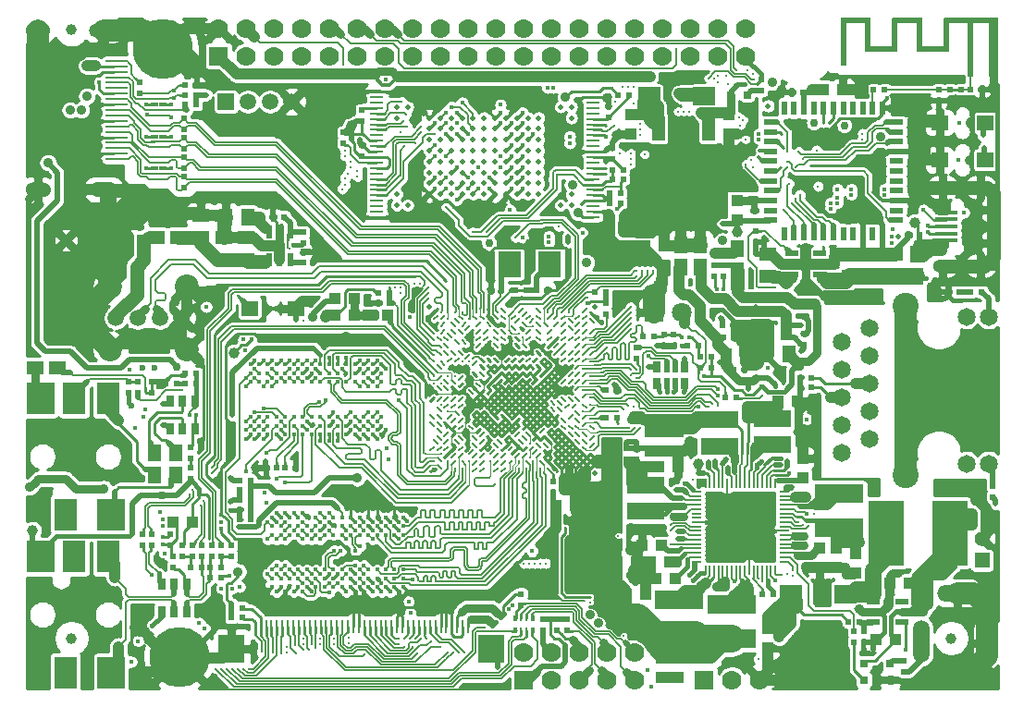
<source format=gbr>
G04 #@! TF.GenerationSoftware,KiCad,Pcbnew,5.1.0-rc2-unknown-036be7d~80~ubuntu16.04.1*
G04 #@! TF.CreationDate,2019-07-02T13:29:07+03:00*
G04 #@! TF.ProjectId,A64-OlinuXino_Rev_D,4136342d-4f6c-4696-9e75-58696e6f5f52,D*
G04 #@! TF.SameCoordinates,Original*
G04 #@! TF.FileFunction,Copper,L1,Top*
G04 #@! TF.FilePolarity,Positive*
%FSLAX46Y46*%
G04 Gerber Fmt 4.6, Leading zero omitted, Abs format (unit mm)*
G04 Created by KiCad (PCBNEW 5.1.0-rc2-unknown-036be7d~80~ubuntu16.04.1) date 2019-07-02 13:29:07*
%MOMM*%
%LPD*%
G04 APERTURE LIST*
%ADD10C,0.254000*%
%ADD11C,2.400000*%
%ADD12C,1.650000*%
%ADD13O,1.800000X1.200000*%
%ADD14R,1.000000X1.100000*%
%ADD15R,2.150000X0.325000*%
%ADD16C,0.500000*%
%ADD17R,1.300000X0.500000*%
%ADD18R,0.500000X1.300000*%
%ADD19R,1.219200X2.235200*%
%ADD20R,3.600000X2.200000*%
%ADD21C,0.400000*%
%ADD22C,0.300000*%
%ADD23R,2.100000X3.000000*%
%ADD24R,2.500000X3.000000*%
%ADD25R,2.400000X2.600000*%
%ADD26R,0.250000X1.300000*%
%ADD27R,1.422400X1.422400*%
%ADD28C,1.000000*%
%ADD29R,0.508000X1.016000*%
%ADD30R,0.762000X1.016000*%
%ADD31O,2.300000X1.300000*%
%ADD32R,2.000000X0.250000*%
%ADD33O,2.700000X1.300000*%
%ADD34R,0.400000X0.400000*%
%ADD35R,5.500000X5.500000*%
%ADD36R,0.900000X0.200000*%
%ADD37R,0.200000X0.900000*%
%ADD38R,3.500000X1.600000*%
%ADD39R,4.500000X1.750000*%
%ADD40R,3.200000X6.000000*%
%ADD41C,1.500000*%
%ADD42C,2.200000*%
%ADD43C,5.500000*%
%ADD44R,0.800000X0.800000*%
%ADD45R,0.500000X0.550000*%
%ADD46R,1.016000X1.016000*%
%ADD47R,0.550000X0.500000*%
%ADD48R,1.524000X1.270000*%
%ADD49R,1.270000X1.524000*%
%ADD50R,2.000000X1.700000*%
%ADD51R,1.200000X0.550000*%
%ADD52R,0.550000X1.200000*%
%ADD53R,0.900000X5.400000*%
%ADD54R,0.500000X5.400000*%
%ADD55R,5.000000X0.500000*%
%ADD56R,0.500000X3.140000*%
%ADD57R,0.500000X4.440000*%
%ADD58R,3.000000X0.500000*%
%ADD59R,2.700000X0.500000*%
%ADD60R,1.500000X1.400000*%
%ADD61R,1.500000X1.500000*%
%ADD62C,1.778000*%
%ADD63R,1.778000X1.778000*%
%ADD64R,1.200000X0.250000*%
%ADD65R,1.400000X1.400000*%
%ADD66C,1.400000*%
%ADD67R,1.800000X1.800000*%
%ADD68C,1.800000*%
%ADD69O,1.500000X3.900000*%
%ADD70O,1.500000X3.600000*%
%ADD71O,3.700000X1.500000*%
%ADD72R,0.325000X0.625000*%
%ADD73R,0.250000X0.625000*%
%ADD74R,0.675000X0.200000*%
%ADD75R,0.775000X0.300000*%
%ADD76R,2.100000X2.400000*%
%ADD77C,0.750000*%
%ADD78C,0.900000*%
%ADD79C,0.450000*%
%ADD80C,0.406400*%
%ADD81C,0.327000*%
%ADD82C,0.600000*%
%ADD83C,0.508000*%
%ADD84C,0.203200*%
%ADD85C,0.762000*%
%ADD86C,1.016000*%
%ADD87C,0.304800*%
%ADD88C,0.406400*%
%ADD89C,0.195580*%
%ADD90C,0.127000*%
%ADD91C,1.270000*%
%ADD92C,2.032000*%
%ADD93C,0.711200*%
%ADD94C,0.106600*%
%ADD95C,1.524000*%
%ADD96C,2.540000*%
%ADD97C,0.660400*%
%ADD98C,0.381000*%
G04 APERTURE END LIST*
D10*
X112014000Y-72390000D02*
X112014000Y-71374000D01*
X186055000Y-44577000D02*
X185039000Y-44577000D01*
X146304000Y-62992000D02*
X145288000Y-62992000D01*
D11*
X180975000Y-79883000D03*
X180975000Y-64389000D03*
D12*
X188595000Y-78867000D03*
X186563000Y-78867000D03*
X188595000Y-65405000D03*
X186563000Y-65405000D03*
X175133000Y-77851000D03*
X177673000Y-76581000D03*
X175133000Y-75311000D03*
X177673000Y-74041000D03*
X175133000Y-72771000D03*
X177673000Y-71501000D03*
X175133000Y-70231000D03*
X177673000Y-68961000D03*
X175133000Y-67691000D03*
X177673000Y-66421000D03*
D13*
X187842000Y-53550000D03*
X184372000Y-53550000D03*
X184372000Y-60750000D03*
X187842000Y-60750000D03*
D14*
X188992000Y-55650000D03*
X188992000Y-58650000D03*
D15*
X184692000Y-55850000D03*
X184692000Y-56500000D03*
X184692000Y-57150000D03*
X184692000Y-57800000D03*
X184692000Y-58450000D03*
D16*
X168402000Y-46101000D03*
D17*
X180146000Y-47570000D03*
X180146000Y-48470000D03*
X180146000Y-49370000D03*
X180146000Y-50270000D03*
X180146000Y-51170000D03*
X180146000Y-52070000D03*
X180146000Y-52970000D03*
X180146000Y-53870000D03*
X180146000Y-54770000D03*
X180146000Y-55670000D03*
X180146000Y-56570000D03*
D18*
X178871000Y-57845000D03*
X177971000Y-57845000D03*
X177071000Y-57845000D03*
X176171000Y-57845000D03*
X175271000Y-57845000D03*
X174371000Y-57845000D03*
X173471000Y-57845000D03*
X172571000Y-57845000D03*
X171671000Y-57845000D03*
X170771000Y-57845000D03*
X169871000Y-57845000D03*
D17*
X168596000Y-56570000D03*
X168596000Y-55670000D03*
X168596000Y-54770000D03*
X168596000Y-53870000D03*
X168596000Y-52970000D03*
X168596000Y-52070000D03*
X168596000Y-51170000D03*
X168596000Y-50270000D03*
X168596000Y-49370000D03*
X168596000Y-48470000D03*
X168596000Y-47570000D03*
D18*
X169871000Y-46295000D03*
X170771000Y-46295000D03*
X171671000Y-46295000D03*
X172571000Y-46295000D03*
X173471000Y-46295000D03*
X174371000Y-46295000D03*
X175271000Y-46295000D03*
X176171000Y-46295000D03*
X177071000Y-46295000D03*
X177971000Y-46295000D03*
X178871000Y-46295000D03*
D16*
X180340000Y-58039000D03*
D19*
X162966400Y-48209200D03*
X160655000Y-48209200D03*
X158343600Y-48209200D03*
D20*
X160655000Y-54406800D03*
D16*
X150400000Y-46200000D03*
X150400000Y-47200000D03*
X150400000Y-54200000D03*
X150400000Y-55200000D03*
X149400000Y-46200000D03*
X149400000Y-55200000D03*
X147400000Y-47200000D03*
X147400000Y-48200000D03*
X147400000Y-49200000D03*
X147400000Y-50200000D03*
X147400000Y-51200000D03*
X147400000Y-52200000D03*
X147400000Y-53200000D03*
X147400000Y-54200000D03*
X146400000Y-47200000D03*
X146400000Y-48200000D03*
X146400000Y-49200000D03*
X146400000Y-50200000D03*
X146400000Y-51200000D03*
X146400000Y-52200000D03*
X146400000Y-53200000D03*
X146400000Y-54200000D03*
X145400000Y-47200000D03*
X145400000Y-48200000D03*
X145400000Y-49200000D03*
X145400000Y-50200000D03*
X145400000Y-51200000D03*
X145400000Y-52200000D03*
X145400000Y-53200000D03*
X145400000Y-54200000D03*
D21*
X133400000Y-43700000D03*
X151400000Y-57700000D03*
D16*
X144400000Y-47200000D03*
X144400000Y-48200000D03*
X144400000Y-49200000D03*
X144400000Y-50200000D03*
X144400000Y-51200000D03*
X144400000Y-52200000D03*
X144400000Y-53200000D03*
X144400000Y-54200000D03*
X143400000Y-47200000D03*
X143400000Y-48200000D03*
X143400000Y-49200000D03*
X143400000Y-50200000D03*
X143400000Y-51200000D03*
X143400000Y-52200000D03*
X143400000Y-53200000D03*
X143400000Y-54200000D03*
X142400000Y-47200000D03*
X142400000Y-48200000D03*
X142400000Y-49200000D03*
X142400000Y-50200000D03*
X142400000Y-51200000D03*
X142400000Y-52200000D03*
X142400000Y-53200000D03*
X142400000Y-54200000D03*
X141400000Y-47200000D03*
X141400000Y-48200000D03*
X141400000Y-49200000D03*
X141400000Y-50200000D03*
X141400000Y-51200000D03*
X141400000Y-52200000D03*
X141400000Y-53200000D03*
X141400000Y-54200000D03*
X140400000Y-47200000D03*
X140400000Y-48200000D03*
X140400000Y-49200000D03*
X140400000Y-50200000D03*
X140400000Y-51200000D03*
X140400000Y-52200000D03*
X140400000Y-53200000D03*
X140400000Y-54200000D03*
X139400000Y-47200000D03*
X139400000Y-48200000D03*
X139400000Y-49200000D03*
X139400000Y-50200000D03*
X139400000Y-51200000D03*
X139400000Y-52200000D03*
X139400000Y-53200000D03*
X139400000Y-54200000D03*
X138400000Y-47200000D03*
X138400000Y-48200000D03*
X138400000Y-49200000D03*
X138400000Y-50200000D03*
X138400000Y-51200000D03*
X138400000Y-52200000D03*
X138400000Y-53200000D03*
X138400000Y-54200000D03*
X137400000Y-47200000D03*
X137400000Y-48200000D03*
X137400000Y-49200000D03*
X137400000Y-50200000D03*
X137400000Y-51200000D03*
X137400000Y-52200000D03*
X137400000Y-53200000D03*
X137400000Y-54200000D03*
X135400000Y-46200000D03*
X135400000Y-55200000D03*
X134400000Y-46200000D03*
X134400000Y-47200000D03*
X134400000Y-54200000D03*
X134400000Y-55200000D03*
X137350000Y-64550000D03*
X152550000Y-79750000D03*
D22*
X151450000Y-68250000D03*
X150800000Y-68250000D03*
X148850000Y-68250000D03*
X148200000Y-68250000D03*
X146250000Y-68250000D03*
X145600000Y-68250000D03*
X143650000Y-68250000D03*
X141700000Y-68250000D03*
X139100000Y-68250000D03*
X138450000Y-68250000D03*
X152100000Y-68900000D03*
X151450000Y-68900000D03*
X150800000Y-68900000D03*
X150150000Y-68900000D03*
X149500000Y-68900000D03*
X148850000Y-68900000D03*
X147550000Y-68900000D03*
X141050000Y-68900000D03*
X140400000Y-68900000D03*
X139750000Y-68900000D03*
X139100000Y-68900000D03*
X138450000Y-68900000D03*
X137800000Y-68900000D03*
X152100000Y-69550000D03*
X151450000Y-69550000D03*
X150800000Y-69550000D03*
X150150000Y-69550000D03*
X149500000Y-69550000D03*
X148200000Y-69550000D03*
X146900000Y-69550000D03*
X146250000Y-69550000D03*
X145600000Y-69550000D03*
X144950000Y-69550000D03*
X144300000Y-69550000D03*
X143650000Y-69550000D03*
X143000000Y-69550000D03*
X142350000Y-69550000D03*
X141700000Y-69550000D03*
X141050000Y-69550000D03*
X140400000Y-69550000D03*
X139750000Y-69550000D03*
X139100000Y-69550000D03*
X138450000Y-69550000D03*
X137800000Y-69550000D03*
X151450000Y-70200000D03*
X150800000Y-70200000D03*
X148200000Y-70200000D03*
X147550000Y-70200000D03*
X142350000Y-70200000D03*
X138450000Y-70200000D03*
X152100000Y-70850000D03*
X151450000Y-70850000D03*
X150800000Y-70850000D03*
X150150000Y-70850000D03*
X147550000Y-70850000D03*
X146900000Y-70850000D03*
X146250000Y-70850000D03*
X145600000Y-70850000D03*
X144950000Y-70850000D03*
X144300000Y-70850000D03*
X143650000Y-70850000D03*
X142350000Y-70850000D03*
X141700000Y-70850000D03*
X140400000Y-70850000D03*
X139750000Y-70850000D03*
X139100000Y-70850000D03*
X138450000Y-70850000D03*
X137800000Y-70850000D03*
X152100000Y-71500000D03*
X151450000Y-71500000D03*
X150800000Y-71500000D03*
X150150000Y-71500000D03*
X149500000Y-71500000D03*
X146900000Y-71500000D03*
X144950000Y-71500000D03*
X144300000Y-71500000D03*
X143000000Y-71500000D03*
X141700000Y-71500000D03*
X140400000Y-71500000D03*
X139750000Y-71500000D03*
X139100000Y-71500000D03*
X138450000Y-71500000D03*
X137800000Y-71500000D03*
X151450000Y-72150000D03*
X150800000Y-72150000D03*
X143000000Y-72150000D03*
X141050000Y-72150000D03*
X139100000Y-72150000D03*
X138450000Y-72150000D03*
X152100000Y-72800000D03*
X151450000Y-72800000D03*
X150800000Y-72800000D03*
X150150000Y-72800000D03*
X149500000Y-72800000D03*
X140400000Y-72800000D03*
X139750000Y-72800000D03*
X139100000Y-72800000D03*
X138450000Y-72800000D03*
X137800000Y-72800000D03*
X152100000Y-73450000D03*
X151450000Y-73450000D03*
X150800000Y-73450000D03*
X150150000Y-73450000D03*
X149500000Y-73450000D03*
X148850000Y-73450000D03*
X140400000Y-73450000D03*
X139750000Y-73450000D03*
X139100000Y-73450000D03*
X138450000Y-73450000D03*
X151450000Y-74100000D03*
X150800000Y-74100000D03*
X149500000Y-74100000D03*
X148850000Y-74100000D03*
X141700000Y-74100000D03*
X139100000Y-74100000D03*
X138450000Y-74100000D03*
X152100000Y-74750000D03*
X151450000Y-74750000D03*
X150800000Y-74750000D03*
X150150000Y-74750000D03*
X149500000Y-74750000D03*
X145600000Y-74750000D03*
X144300000Y-74750000D03*
X143000000Y-74750000D03*
X141700000Y-74750000D03*
X140400000Y-74750000D03*
X139750000Y-74750000D03*
X139100000Y-74750000D03*
X138450000Y-74750000D03*
X137800000Y-74750000D03*
X152100000Y-75400000D03*
X151450000Y-75400000D03*
X150800000Y-75400000D03*
X150150000Y-75400000D03*
X149500000Y-75400000D03*
X145600000Y-75400000D03*
X144300000Y-75400000D03*
X143650000Y-75400000D03*
X141700000Y-75400000D03*
X141050000Y-75400000D03*
X140400000Y-75400000D03*
X138450000Y-75400000D03*
X137800000Y-75400000D03*
X151450000Y-76050000D03*
X150800000Y-76050000D03*
X150150000Y-76050000D03*
X148850000Y-76050000D03*
X148200000Y-76050000D03*
X147550000Y-76050000D03*
X146250000Y-76050000D03*
X145600000Y-76050000D03*
X144300000Y-76050000D03*
X143650000Y-76050000D03*
X142350000Y-76050000D03*
X139100000Y-76050000D03*
X138450000Y-76050000D03*
X152100000Y-76700000D03*
X151450000Y-76700000D03*
X150800000Y-76700000D03*
X149500000Y-76700000D03*
X148850000Y-76700000D03*
X146250000Y-76700000D03*
X145600000Y-76700000D03*
X143650000Y-76700000D03*
X142350000Y-76700000D03*
X141700000Y-76700000D03*
X140400000Y-76700000D03*
X139750000Y-76700000D03*
X139100000Y-76700000D03*
X138450000Y-76700000D03*
X137800000Y-76700000D03*
X152100000Y-77350000D03*
X151450000Y-77350000D03*
X150150000Y-77350000D03*
X149500000Y-77350000D03*
X148850000Y-77350000D03*
X148200000Y-77350000D03*
X147550000Y-77350000D03*
X146900000Y-77350000D03*
X144950000Y-77350000D03*
X143650000Y-77350000D03*
X141700000Y-77350000D03*
X140400000Y-77350000D03*
X139100000Y-77350000D03*
X138450000Y-77350000D03*
X137800000Y-77350000D03*
X150800000Y-78000000D03*
X150150000Y-78000000D03*
X149500000Y-78000000D03*
X148850000Y-78000000D03*
X147550000Y-78000000D03*
X146900000Y-78000000D03*
X146250000Y-78000000D03*
X145600000Y-78000000D03*
X144300000Y-78000000D03*
X143650000Y-78000000D03*
X143000000Y-78000000D03*
X142350000Y-78000000D03*
X141700000Y-78000000D03*
X141050000Y-78000000D03*
X140400000Y-78000000D03*
X139750000Y-78000000D03*
X138450000Y-78000000D03*
X152100000Y-78650000D03*
X151450000Y-78650000D03*
X150150000Y-78650000D03*
X148850000Y-78650000D03*
X147550000Y-78650000D03*
X146900000Y-78650000D03*
X146250000Y-78650000D03*
X145600000Y-78650000D03*
X144950000Y-78650000D03*
X144300000Y-78650000D03*
X143650000Y-78650000D03*
X143000000Y-78650000D03*
X142350000Y-78650000D03*
X141700000Y-78650000D03*
X141050000Y-78650000D03*
X140400000Y-78650000D03*
X139750000Y-78650000D03*
X139100000Y-78650000D03*
X138450000Y-78650000D03*
X137800000Y-78650000D03*
X152100000Y-79300000D03*
X150800000Y-79300000D03*
X149500000Y-79300000D03*
X148200000Y-79300000D03*
X147550000Y-79300000D03*
X146250000Y-79300000D03*
X145600000Y-79300000D03*
X144300000Y-79300000D03*
X143650000Y-79300000D03*
X142350000Y-79300000D03*
X141700000Y-79300000D03*
X140400000Y-79300000D03*
X139750000Y-79300000D03*
X138450000Y-79300000D03*
X137800000Y-67600000D03*
X138450000Y-67600000D03*
X139100000Y-67600000D03*
X139750000Y-67600000D03*
X140400000Y-67600000D03*
X141700000Y-67600000D03*
X142350000Y-67600000D03*
X143650000Y-67600000D03*
X144300000Y-67600000D03*
X145600000Y-67600000D03*
X146250000Y-67600000D03*
X147550000Y-67600000D03*
X148200000Y-67600000D03*
X149500000Y-67600000D03*
X150150000Y-67600000D03*
X150800000Y-67600000D03*
X151450000Y-67600000D03*
X152100000Y-67600000D03*
X152100000Y-66950000D03*
X151450000Y-66950000D03*
X150800000Y-66950000D03*
X149500000Y-66950000D03*
X148200000Y-66950000D03*
X147550000Y-66950000D03*
X146250000Y-66950000D03*
X145600000Y-66950000D03*
X144300000Y-66950000D03*
X143650000Y-66950000D03*
X142350000Y-66950000D03*
X141700000Y-66950000D03*
X140400000Y-66950000D03*
X139750000Y-66950000D03*
X139100000Y-66950000D03*
X138450000Y-66950000D03*
X137800000Y-66950000D03*
X138450000Y-66300000D03*
X139750000Y-66300000D03*
X140400000Y-66300000D03*
X141050000Y-66300000D03*
X141700000Y-66300000D03*
X143000000Y-66300000D03*
X144950000Y-66300000D03*
X146900000Y-66300000D03*
X147550000Y-66300000D03*
X148200000Y-66300000D03*
X148850000Y-66300000D03*
X149500000Y-66300000D03*
X150150000Y-66300000D03*
X150800000Y-66300000D03*
X151450000Y-66300000D03*
X152100000Y-65650000D03*
X151450000Y-65650000D03*
X150800000Y-65650000D03*
X150150000Y-65650000D03*
X149500000Y-65650000D03*
X148850000Y-65650000D03*
X148200000Y-65650000D03*
X147550000Y-65650000D03*
X146900000Y-65650000D03*
X146250000Y-65650000D03*
X145600000Y-65650000D03*
X144950000Y-65650000D03*
X144300000Y-65650000D03*
X143650000Y-65650000D03*
X142350000Y-65650000D03*
X141700000Y-65650000D03*
X141050000Y-65650000D03*
X140400000Y-65650000D03*
X139750000Y-65650000D03*
X139100000Y-65650000D03*
X138450000Y-65650000D03*
X137800000Y-65650000D03*
X138450000Y-65000000D03*
X139750000Y-65000000D03*
X140400000Y-65000000D03*
X141700000Y-65000000D03*
X142350000Y-65000000D03*
X143650000Y-65000000D03*
X144300000Y-65000000D03*
X145600000Y-65000000D03*
X146250000Y-65000000D03*
X147550000Y-65000000D03*
X148200000Y-65000000D03*
X149500000Y-65000000D03*
X150150000Y-65000000D03*
X151450000Y-65000000D03*
X137800000Y-79300000D03*
X137800000Y-65000000D03*
X139100000Y-78000000D03*
X139100000Y-75400000D03*
X139750000Y-75400000D03*
X141700000Y-76050000D03*
X142350000Y-77350000D03*
X144300000Y-77350000D03*
X144300000Y-76700000D03*
X144950000Y-78000000D03*
X145600000Y-77350000D03*
X143000000Y-70200000D03*
X144300000Y-70200000D03*
X144950000Y-70200000D03*
X145600000Y-70200000D03*
X146900000Y-70200000D03*
X143000000Y-70850000D03*
X142350000Y-71500000D03*
X143650000Y-71500000D03*
X148850000Y-70850000D03*
X148200000Y-72150000D03*
X148200000Y-72800000D03*
X147550000Y-71500000D03*
X147550000Y-72150000D03*
X146900000Y-72150000D03*
X146900000Y-72800000D03*
X146250000Y-71500000D03*
X145600000Y-71500000D03*
X146250000Y-72150000D03*
X145600000Y-72150000D03*
X147550000Y-72800000D03*
X146250000Y-72800000D03*
X145600000Y-72800000D03*
X144950000Y-72800000D03*
X144300000Y-72800000D03*
X143650000Y-72800000D03*
X143000000Y-72800000D03*
X147550000Y-73450000D03*
X143000000Y-73450000D03*
X143650000Y-73450000D03*
X144300000Y-73450000D03*
X144950000Y-73450000D03*
X145600000Y-73450000D03*
X146250000Y-73450000D03*
X146900000Y-73450000D03*
X148200000Y-74100000D03*
X143000000Y-74100000D03*
X147550000Y-74100000D03*
X146900000Y-74100000D03*
X146250000Y-74100000D03*
X145600000Y-74100000D03*
X144950000Y-74100000D03*
X144300000Y-74100000D03*
X143650000Y-74100000D03*
X148850000Y-74750000D03*
X148200000Y-74750000D03*
X147550000Y-74750000D03*
X146900000Y-74750000D03*
X146250000Y-74750000D03*
X148200000Y-75400000D03*
X146900000Y-75400000D03*
X146250000Y-75400000D03*
X146900000Y-76700000D03*
X148200000Y-78650000D03*
X148200000Y-76700000D03*
X146900000Y-76050000D03*
X143650000Y-74750000D03*
X144950000Y-74750000D03*
X141700000Y-72800000D03*
X143650000Y-72150000D03*
X144300000Y-72150000D03*
X144950000Y-72150000D03*
X152100000Y-65000000D03*
D16*
X152550000Y-64550000D03*
D21*
X123000000Y-90200000D03*
X123000000Y-89400000D03*
X123000000Y-88600000D03*
X123000000Y-85400000D03*
X123000000Y-84600000D03*
X123000000Y-83800000D03*
X123800000Y-90200000D03*
X123800000Y-89400000D03*
X123800000Y-88600000D03*
X123800000Y-85400000D03*
X123800000Y-84600000D03*
X123800000Y-83800000D03*
X124600000Y-90200000D03*
X124600000Y-89400000D03*
X124600000Y-88600000D03*
X124600000Y-85400000D03*
X124600000Y-84600000D03*
X124600000Y-83800000D03*
X125400000Y-90200000D03*
X125400000Y-89400000D03*
X125400000Y-88600000D03*
X125400000Y-85400000D03*
X125400000Y-84600000D03*
X125400000Y-83800000D03*
X126200000Y-90200000D03*
X126200000Y-89400000D03*
X126200000Y-88600000D03*
X126200000Y-85400000D03*
X126200000Y-84600000D03*
X126200000Y-83800000D03*
X127000000Y-90200000D03*
X127000000Y-89400000D03*
X127000000Y-88600000D03*
X127000000Y-85400000D03*
X127000000Y-84600000D03*
X127000000Y-83800000D03*
X127800000Y-90200000D03*
X127800000Y-89400000D03*
X127800000Y-88600000D03*
X127800000Y-85400000D03*
X127800000Y-84600000D03*
X127800000Y-83800000D03*
X128600000Y-90200000D03*
X128600000Y-89400000D03*
X128600000Y-88600000D03*
X128600000Y-85400000D03*
X128600000Y-84600000D03*
X128600000Y-83800000D03*
X129400000Y-90200000D03*
X129400000Y-89400000D03*
X129400000Y-88600000D03*
X129400000Y-85400000D03*
X129400000Y-84600000D03*
X129400000Y-83800000D03*
X130200000Y-90200000D03*
X130200000Y-89400000D03*
X130200000Y-88600000D03*
X130200000Y-85400000D03*
X130200000Y-84600000D03*
X130200000Y-83800000D03*
X135650000Y-92500000D03*
X122350000Y-81500000D03*
X135500000Y-91500000D03*
X122500000Y-82500000D03*
X131000000Y-90200000D03*
X131000000Y-89400000D03*
X131000000Y-88600000D03*
X131000000Y-85400000D03*
X131000000Y-84600000D03*
X131000000Y-83800000D03*
X131800000Y-90200000D03*
X131800000Y-89400000D03*
X131800000Y-88600000D03*
X131800000Y-85400000D03*
X131800000Y-84600000D03*
X131800000Y-83800000D03*
X132600000Y-90200000D03*
X132600000Y-89400000D03*
X132600000Y-88600000D03*
X132600000Y-85400000D03*
X132600000Y-84600000D03*
X132600000Y-83800000D03*
X133400000Y-90200000D03*
X133400000Y-89400000D03*
X133400000Y-88600000D03*
X133400000Y-85400000D03*
X133400000Y-84600000D03*
X133400000Y-83800000D03*
X134200000Y-90200000D03*
X134200000Y-89400000D03*
X134200000Y-88600000D03*
X134200000Y-85400000D03*
X134200000Y-84600000D03*
X134200000Y-83800000D03*
X135000000Y-90200000D03*
X135000000Y-89400000D03*
X135000000Y-88600000D03*
X135000000Y-85400000D03*
X135000000Y-84600000D03*
X135000000Y-83800000D03*
X121000000Y-76200000D03*
X121000000Y-75400000D03*
X121000000Y-74600000D03*
X121000000Y-71400000D03*
X121000000Y-70600000D03*
X121000000Y-69800000D03*
X121800000Y-76200000D03*
X121800000Y-75400000D03*
X121800000Y-74600000D03*
X121800000Y-71400000D03*
X121800000Y-70600000D03*
X121800000Y-69800000D03*
X122600000Y-76200000D03*
X122600000Y-75400000D03*
X122600000Y-74600000D03*
X122600000Y-71400000D03*
X122600000Y-70600000D03*
X122600000Y-69800000D03*
X123400000Y-76200000D03*
X123400000Y-75400000D03*
X123400000Y-74600000D03*
X123400000Y-71400000D03*
X123400000Y-70600000D03*
X123400000Y-69800000D03*
X124200000Y-76200000D03*
X124200000Y-75400000D03*
X124200000Y-74600000D03*
X124200000Y-71400000D03*
X124200000Y-70600000D03*
X124200000Y-69800000D03*
X125000000Y-76200000D03*
X125000000Y-75400000D03*
X125000000Y-74600000D03*
X125000000Y-71400000D03*
X125000000Y-70600000D03*
X125000000Y-69800000D03*
X125800000Y-76200000D03*
X125800000Y-75400000D03*
X125800000Y-74600000D03*
X125800000Y-71400000D03*
X125800000Y-70600000D03*
X125800000Y-69800000D03*
X126600000Y-76200000D03*
X126600000Y-75400000D03*
X126600000Y-74600000D03*
X126600000Y-71400000D03*
X126600000Y-70600000D03*
X126600000Y-69800000D03*
X127400000Y-76200000D03*
X127400000Y-75400000D03*
X127400000Y-74600000D03*
X127400000Y-71400000D03*
X127400000Y-70600000D03*
X127400000Y-69800000D03*
X128200000Y-76200000D03*
X128200000Y-75400000D03*
X128200000Y-74600000D03*
X128200000Y-71400000D03*
X128200000Y-70600000D03*
X128200000Y-69800000D03*
X133650000Y-78500000D03*
X120350000Y-67500000D03*
X133500000Y-77500000D03*
X120500000Y-68500000D03*
X129000000Y-76200000D03*
X129000000Y-75400000D03*
X129000000Y-74600000D03*
X129000000Y-71400000D03*
X129000000Y-70600000D03*
X129000000Y-69800000D03*
X129800000Y-76200000D03*
X129800000Y-75400000D03*
X129800000Y-74600000D03*
X129800000Y-71400000D03*
X129800000Y-70600000D03*
X129800000Y-69800000D03*
X130600000Y-76200000D03*
X130600000Y-75400000D03*
X130600000Y-74600000D03*
X130600000Y-71400000D03*
X130600000Y-70600000D03*
X130600000Y-69800000D03*
X131400000Y-76200000D03*
X131400000Y-75400000D03*
X131400000Y-74600000D03*
X131400000Y-71400000D03*
X131400000Y-70600000D03*
X131400000Y-69800000D03*
X132200000Y-76200000D03*
X132200000Y-75400000D03*
X132200000Y-74600000D03*
X132200000Y-71400000D03*
X132200000Y-70600000D03*
X132200000Y-69800000D03*
X133000000Y-76200000D03*
X133000000Y-75400000D03*
X133000000Y-74600000D03*
X133000000Y-71400000D03*
X133000000Y-70600000D03*
X133000000Y-69800000D03*
D23*
X104881000Y-72932000D03*
X104081000Y-83532000D03*
X107981000Y-72932000D03*
D24*
X108281000Y-83532000D03*
X101781000Y-72932000D03*
D23*
X104881000Y-87410000D03*
X104081000Y-98010000D03*
X107981000Y-87410000D03*
D24*
X108281000Y-98010000D03*
X101781000Y-87410000D03*
D25*
X119291000Y-95870000D03*
X143091000Y-95870000D03*
D26*
X121441000Y-93770000D03*
X121941000Y-93770000D03*
X122441000Y-93770000D03*
X122941000Y-93770000D03*
X123441000Y-93770000D03*
X123941000Y-93770000D03*
X124441000Y-93770000D03*
X124941000Y-93770000D03*
X125441000Y-93770000D03*
X125941000Y-93770000D03*
X126441000Y-93770000D03*
X126941000Y-93770000D03*
X127441000Y-93770000D03*
X127941000Y-93770000D03*
X128441000Y-93770000D03*
X128941000Y-93770000D03*
X129441000Y-93770000D03*
X129941000Y-93770000D03*
X130441000Y-93770000D03*
X130941000Y-93770000D03*
X131441000Y-93770000D03*
X131941000Y-93770000D03*
X132441000Y-93770000D03*
X132941000Y-93770000D03*
X133441000Y-93770000D03*
X133941000Y-93770000D03*
X134441000Y-93770000D03*
X134941000Y-93770000D03*
X135441000Y-93770000D03*
X135941000Y-93770000D03*
X136441000Y-93770000D03*
X136941000Y-93770000D03*
X137441000Y-93770000D03*
X137941000Y-93770000D03*
X138441000Y-93770000D03*
X138941000Y-93770000D03*
X139441000Y-93770000D03*
X139941000Y-93770000D03*
X140441000Y-93770000D03*
X140941000Y-93770000D03*
D27*
X166624000Y-67310000D03*
D28*
X185166000Y-94869000D03*
X104648000Y-94869000D03*
X104648000Y-39116000D03*
D29*
X159893000Y-71501000D03*
X159131000Y-71501000D03*
X159893000Y-69977000D03*
X159131000Y-69977000D03*
D30*
X160782000Y-71501000D03*
X160782000Y-69977000D03*
X158242000Y-71501000D03*
X158242000Y-69977000D03*
D31*
X101547000Y-39182000D03*
D32*
X108747000Y-41982000D03*
X108747000Y-42482000D03*
X108747000Y-42982000D03*
X108747000Y-43482000D03*
X108747000Y-43982000D03*
X108747000Y-44482000D03*
X108747000Y-44982000D03*
X108747000Y-45482000D03*
X108747000Y-45982000D03*
X108747000Y-46482000D03*
X108747000Y-46982000D03*
X108747000Y-47482000D03*
X108747000Y-47982000D03*
X108747000Y-48482000D03*
X108747000Y-48982000D03*
X108747000Y-49482000D03*
X108747000Y-49982000D03*
X108747000Y-50482000D03*
X108747000Y-50982000D03*
D31*
X101547000Y-53782000D03*
D33*
X107597000Y-53782000D03*
X107597000Y-39182000D03*
D22*
X170180000Y-88963500D03*
D34*
X168062000Y-85445500D03*
X167362000Y-85445500D03*
X166662000Y-85445500D03*
X166662000Y-86145500D03*
X166662000Y-86845500D03*
X165062000Y-86845500D03*
X165062000Y-86145500D03*
X165062000Y-85445500D03*
X164362000Y-85445500D03*
X163662000Y-85445500D03*
X163662000Y-83845500D03*
X164362000Y-83845500D03*
X165062000Y-83845500D03*
X165062000Y-83145500D03*
X165062000Y-82445500D03*
X166662000Y-82445500D03*
X166662000Y-83145500D03*
X166662000Y-83845500D03*
X167362000Y-83845500D03*
X168062000Y-83845500D03*
D27*
X165862000Y-84645500D03*
D35*
X165862000Y-84645500D03*
D36*
X169862000Y-81445500D03*
X169862000Y-81845500D03*
X169862000Y-82245500D03*
X169862000Y-82645500D03*
X169862000Y-83045500D03*
X169862000Y-83445500D03*
X169862000Y-83845500D03*
X169862000Y-84245500D03*
X169862000Y-84645500D03*
X169862000Y-85045500D03*
X169862000Y-85445500D03*
X169862000Y-85845500D03*
X169862000Y-86245500D03*
X169862000Y-86645500D03*
X169862000Y-87045500D03*
X169862000Y-87445500D03*
X169862000Y-87845500D03*
D37*
X169062000Y-88645500D03*
X168662000Y-88645500D03*
X168262000Y-88645500D03*
X167862000Y-88645500D03*
X167462000Y-88645500D03*
X167062000Y-88645500D03*
X166662000Y-88645500D03*
X166262000Y-88645500D03*
X165862000Y-88645500D03*
X165462000Y-88645500D03*
X165062000Y-88645500D03*
X164662000Y-88645500D03*
X164262000Y-88645500D03*
X163862000Y-88645500D03*
X163462000Y-88645500D03*
X163062000Y-88645500D03*
X162662000Y-88645500D03*
D36*
X161862000Y-87845500D03*
X161862000Y-87445500D03*
X161862000Y-87045500D03*
X161862000Y-86645500D03*
X161862000Y-86245500D03*
X161862000Y-85845500D03*
X161862000Y-85445500D03*
X161862000Y-85045500D03*
X161862000Y-84645500D03*
X161862000Y-84245500D03*
X161862000Y-83845500D03*
X161862000Y-83445500D03*
X161862000Y-83045500D03*
X161862000Y-82645500D03*
X161862000Y-82245500D03*
X161862000Y-81845500D03*
X161862000Y-81445500D03*
D37*
X162662000Y-80645500D03*
X163062000Y-80645500D03*
X163462000Y-80645500D03*
X163862000Y-80645500D03*
X164262000Y-80645500D03*
X164662000Y-80645500D03*
X165062000Y-80645500D03*
X165462000Y-80645500D03*
X165862000Y-80645500D03*
X166262000Y-80645500D03*
X166662000Y-80645500D03*
X167062000Y-80645500D03*
X167462000Y-80645500D03*
X167862000Y-80645500D03*
X168262000Y-80645500D03*
X168662000Y-80645500D03*
X169062000Y-80645500D03*
D22*
X161544000Y-80327500D03*
D38*
X168783000Y-77146000D03*
X168783000Y-74746000D03*
X163957000Y-77273000D03*
X163957000Y-74873000D03*
X157226000Y-83242000D03*
X157226000Y-80842000D03*
D39*
X160274000Y-94564000D03*
X160274000Y-91364000D03*
X165100000Y-94945000D03*
X165100000Y-91745000D03*
X174879000Y-81585000D03*
X174879000Y-84785000D03*
D40*
X179218000Y-85217000D03*
X185018000Y-85217000D03*
D41*
X114712000Y-65532000D03*
X112712000Y-65532000D03*
X110712000Y-65532000D03*
X108712000Y-65532000D03*
D42*
X108212000Y-68382000D03*
X108212000Y-62682000D03*
X115212000Y-68382000D03*
X115212000Y-62682000D03*
D43*
X172800000Y-96600000D03*
D44*
X179578000Y-97155000D03*
X179578000Y-98679000D03*
D45*
X144018000Y-62992000D03*
X143002000Y-62992000D03*
D46*
X165608000Y-54737000D03*
X165608000Y-56515000D03*
D45*
X121008000Y-81300000D03*
X119992000Y-81300000D03*
X119992000Y-84000000D03*
X121008000Y-84000000D03*
D47*
X153797000Y-47117000D03*
X153797000Y-46101000D03*
X154178000Y-50927000D03*
X154178000Y-49911000D03*
X131191000Y-50673000D03*
X131191000Y-49657000D03*
D46*
X128778000Y-63754000D03*
X130556000Y-63754000D03*
D47*
X114808000Y-86360000D03*
X114808000Y-87376000D03*
D46*
X128778000Y-65278000D03*
X130556000Y-65278000D03*
D47*
X116586000Y-87376000D03*
X116586000Y-86360000D03*
D46*
X115697000Y-84201000D03*
X113919000Y-84201000D03*
D47*
X111125000Y-86360000D03*
X111125000Y-85344000D03*
X117475000Y-87376000D03*
X117475000Y-86360000D03*
X119253000Y-87376000D03*
X119253000Y-86360000D03*
D46*
X133604000Y-65278000D03*
X131826000Y-65278000D03*
D47*
X115570000Y-80264000D03*
X115570000Y-79248000D03*
D45*
X113284000Y-71501000D03*
X114300000Y-71501000D03*
X182245000Y-57912000D03*
X181229000Y-57912000D03*
D48*
X175895000Y-59690000D03*
X175895000Y-61722000D03*
X177927000Y-59690000D03*
X177927000Y-61722000D03*
X179959000Y-59690000D03*
X179959000Y-61722000D03*
X168402000Y-61722000D03*
X168402000Y-59690000D03*
D47*
X110871000Y-58166000D03*
X110871000Y-57150000D03*
D48*
X120650000Y-58166000D03*
X120650000Y-60198000D03*
X118618000Y-58166000D03*
X118618000Y-60198000D03*
X116459000Y-56134000D03*
X116459000Y-58166000D03*
D49*
X120777000Y-56261000D03*
X118745000Y-56261000D03*
D46*
X175260000Y-44577000D03*
X173482000Y-44577000D03*
D45*
X170561000Y-44831000D03*
X171577000Y-44831000D03*
D47*
X167132000Y-55626000D03*
X167132000Y-56642000D03*
D45*
X178054000Y-44577000D03*
X179070000Y-44577000D03*
D47*
X184023000Y-45593000D03*
X184023000Y-44577000D03*
D45*
X187960000Y-44577000D03*
X186944000Y-44577000D03*
D46*
X160147000Y-79121000D03*
X158369000Y-79121000D03*
X173101000Y-86614000D03*
X173101000Y-88392000D03*
X160147000Y-98425000D03*
X160147000Y-96647000D03*
X158623000Y-98425000D03*
X158623000Y-96647000D03*
X157226000Y-90805000D03*
X155448000Y-90805000D03*
X176403000Y-87122000D03*
X176403000Y-88900000D03*
X156337000Y-87884000D03*
X154559000Y-87884000D03*
X178308000Y-94996000D03*
X180086000Y-94996000D03*
X179578000Y-89789000D03*
X181356000Y-89789000D03*
X168402000Y-95758000D03*
X168402000Y-93980000D03*
X174625000Y-86614000D03*
X174625000Y-88392000D03*
X148971000Y-82677000D03*
X150749000Y-82677000D03*
X171069000Y-73152000D03*
X169291000Y-73152000D03*
X160147000Y-77724000D03*
X160147000Y-75946000D03*
X158877000Y-77724000D03*
X158877000Y-75946000D03*
X157607000Y-77724000D03*
X157607000Y-75946000D03*
X159385000Y-87884000D03*
X157607000Y-87884000D03*
X171577000Y-78359000D03*
X171577000Y-80137000D03*
X158623000Y-86360000D03*
X156845000Y-86360000D03*
X158115000Y-89408000D03*
X159893000Y-89408000D03*
D45*
X147193000Y-62992000D03*
X148209000Y-62992000D03*
D47*
X156337000Y-77470000D03*
X156337000Y-78486000D03*
D45*
X132715000Y-64135000D03*
X133731000Y-64135000D03*
D47*
X155448000Y-77470000D03*
X155448000Y-78486000D03*
D50*
X170474000Y-90805000D03*
X175474000Y-90805000D03*
D49*
X112268000Y-79883000D03*
X112268000Y-77851000D03*
D48*
X103378000Y-70104000D03*
X101346000Y-70104000D03*
D49*
X114173000Y-79883000D03*
X114173000Y-77851000D03*
X181991000Y-59690000D03*
X181991000Y-61722000D03*
D48*
X112395000Y-58166000D03*
X114427000Y-58166000D03*
D45*
X154940000Y-54102000D03*
X153924000Y-54102000D03*
X154559000Y-74676000D03*
X153543000Y-74676000D03*
D47*
X114935000Y-52578000D03*
X114935000Y-53594000D03*
X114935000Y-51816000D03*
X114935000Y-50800000D03*
X114935000Y-49022000D03*
X114935000Y-50038000D03*
X114935000Y-48260000D03*
X114935000Y-47244000D03*
D45*
X153543000Y-72136000D03*
X154559000Y-72136000D03*
D51*
X170531000Y-59629000D03*
X170531000Y-61529000D03*
X173131000Y-59629000D03*
X173131000Y-60579000D03*
X173131000Y-61529000D03*
D52*
X124648000Y-57628000D03*
X122748000Y-57628000D03*
X124648000Y-60228000D03*
X123698000Y-60228000D03*
X122748000Y-60228000D03*
D51*
X178023900Y-91506000D03*
X178023900Y-92456000D03*
X178023900Y-93406000D03*
X180624100Y-93406000D03*
X180624100Y-92456000D03*
X180624100Y-91506000D03*
D47*
X167259000Y-58547000D03*
X167259000Y-57531000D03*
D53*
X189052200Y-40733600D03*
D54*
X186944000Y-40733600D03*
D55*
X186994800Y-38277800D03*
D56*
X184734200Y-39598600D03*
X182219600Y-39598600D03*
X180009800Y-39598600D03*
D57*
X175285400Y-40233600D03*
D58*
X183476900Y-40919400D03*
D59*
X181114700Y-38277800D03*
D58*
X178752500Y-40919400D03*
D56*
X177495200Y-39598600D03*
D59*
X176390300Y-38265100D03*
D45*
X120269000Y-92075000D03*
X119253000Y-92075000D03*
X120269000Y-92964000D03*
X119253000Y-92964000D03*
D47*
X180848000Y-96901000D03*
X180848000Y-97917000D03*
X176276000Y-94234000D03*
X176276000Y-95250000D03*
X153543000Y-65151000D03*
X153543000Y-64135000D03*
D45*
X152527000Y-63119000D03*
X153543000Y-63119000D03*
X132715000Y-63246000D03*
X133731000Y-63246000D03*
X168910000Y-90805000D03*
X167894000Y-90805000D03*
X175768000Y-93345000D03*
X176784000Y-93345000D03*
D47*
X177165000Y-94234000D03*
X177165000Y-95250000D03*
X149987000Y-93091000D03*
X149987000Y-94107000D03*
X147828000Y-93091000D03*
X147828000Y-94107000D03*
X149098000Y-93091000D03*
X149098000Y-94107000D03*
X145796000Y-90805000D03*
X145796000Y-91821000D03*
X113665000Y-86360000D03*
X113665000Y-85344000D03*
D45*
X117348000Y-89281000D03*
X118364000Y-89281000D03*
D47*
X113919000Y-88392000D03*
X113919000Y-87376000D03*
X109855000Y-71374000D03*
X109855000Y-72390000D03*
D45*
X115062000Y-70612000D03*
X116078000Y-70612000D03*
X123063000Y-56261000D03*
X124079000Y-56261000D03*
D47*
X125857000Y-59436000D03*
X125857000Y-60452000D03*
D45*
X116078000Y-45974000D03*
X115062000Y-45974000D03*
X116078000Y-45085000D03*
X115062000Y-45085000D03*
D47*
X110871000Y-44958000D03*
X110871000Y-43942000D03*
D45*
X115062000Y-44196000D03*
X116078000Y-44196000D03*
X154178000Y-51943000D03*
X155194000Y-51943000D03*
X153924000Y-54991000D03*
X154940000Y-54991000D03*
D47*
X131191000Y-46482000D03*
X131191000Y-47498000D03*
D45*
X154178000Y-52832000D03*
X155194000Y-52832000D03*
X155702000Y-45085000D03*
X154686000Y-45085000D03*
D47*
X129540000Y-48514000D03*
X129540000Y-49530000D03*
X148717000Y-81534000D03*
X148717000Y-80518000D03*
D45*
X121008000Y-82200000D03*
X119992000Y-82200000D03*
X119992000Y-83100000D03*
X121008000Y-83100000D03*
X119992000Y-80400000D03*
X121008000Y-80400000D03*
X124206000Y-79248000D03*
X125222000Y-79248000D03*
X123444000Y-79248000D03*
X122428000Y-79248000D03*
D47*
X125857000Y-58674000D03*
X125857000Y-57658000D03*
D60*
X188282000Y-51054000D03*
X184082000Y-51054000D03*
X188282000Y-47625000D03*
X184082000Y-47625000D03*
X120963000Y-64643000D03*
X125163000Y-64643000D03*
D47*
X112014000Y-72390000D03*
X112014000Y-71374000D03*
D45*
X185039000Y-44577000D03*
X186055000Y-44577000D03*
X146304000Y-62992000D03*
X145288000Y-62992000D03*
D49*
X170307000Y-68834000D03*
X168275000Y-68834000D03*
D46*
X158496000Y-62611000D03*
X160274000Y-62611000D03*
X166370000Y-68834000D03*
X164592000Y-68834000D03*
X168275000Y-67056000D03*
X170053000Y-67056000D03*
X155829000Y-46863000D03*
X155829000Y-48641000D03*
X158877000Y-58928000D03*
X157099000Y-58928000D03*
D49*
X165608000Y-59182000D03*
X165608000Y-61214000D03*
X162179000Y-58801000D03*
X162179000Y-60833000D03*
X160401000Y-58801000D03*
X160401000Y-60833000D03*
D45*
X156972000Y-67183000D03*
X157988000Y-67183000D03*
X161036000Y-68072000D03*
X162052000Y-68072000D03*
X163195000Y-69088000D03*
X162179000Y-69088000D03*
D47*
X158877000Y-68072000D03*
X158877000Y-67056000D03*
X163449000Y-61722000D03*
X163449000Y-60706000D03*
X188976000Y-80899000D03*
X188976000Y-81915000D03*
D45*
X187960000Y-63119000D03*
X186944000Y-63119000D03*
X184912000Y-63119000D03*
X185928000Y-63119000D03*
X162179000Y-70104000D03*
X163195000Y-70104000D03*
D47*
X156337000Y-68199000D03*
X156337000Y-69215000D03*
D45*
X164465000Y-72771000D03*
X165481000Y-72771000D03*
D47*
X164338000Y-61722000D03*
X164338000Y-60706000D03*
D46*
X164846000Y-48641000D03*
X164846000Y-46863000D03*
D45*
X171323000Y-70993000D03*
X172339000Y-70993000D03*
X171323000Y-71882000D03*
X172339000Y-71882000D03*
X166878000Y-62611000D03*
X165862000Y-62611000D03*
X165354000Y-67310000D03*
X164338000Y-67310000D03*
D47*
X171704000Y-66929000D03*
X171704000Y-67945000D03*
X167259000Y-69977000D03*
X167259000Y-70993000D03*
D45*
X166243000Y-70231000D03*
X165227000Y-70231000D03*
D47*
X166497000Y-66040000D03*
X166497000Y-65024000D03*
D45*
X165227000Y-66167000D03*
X164211000Y-66167000D03*
D47*
X159766000Y-67056000D03*
X159766000Y-68072000D03*
D50*
X157520000Y-45212000D03*
X162520000Y-45212000D03*
D47*
X167767000Y-43688000D03*
X167767000Y-44704000D03*
D28*
X119507000Y-68707000D03*
X165608000Y-57658000D03*
X181864000Y-56769000D03*
X163068000Y-96647000D03*
X130302000Y-47879000D03*
X162052000Y-78867000D03*
X155194000Y-57658000D03*
X104140000Y-58420000D03*
D47*
X110744000Y-71374000D03*
X110744000Y-72390000D03*
X115570000Y-78359000D03*
X115570000Y-77343000D03*
D45*
X115062000Y-71501000D03*
X116078000Y-71501000D03*
D61*
X118793000Y-45720000D03*
D41*
X120793000Y-45720000D03*
X122793000Y-45720000D03*
X124793000Y-45720000D03*
D62*
X166370000Y-38989000D03*
X166370000Y-41529000D03*
X163830000Y-38989000D03*
X163830000Y-41529000D03*
X161290000Y-38989000D03*
X161290000Y-41529000D03*
X158750000Y-38989000D03*
X158750000Y-41529000D03*
X156210000Y-38989000D03*
X156210000Y-41529000D03*
X146050000Y-38989000D03*
X146050000Y-41529000D03*
X143510000Y-38989000D03*
X143510000Y-41529000D03*
X148590000Y-41529000D03*
X148590000Y-38989000D03*
X151130000Y-38989000D03*
X151130000Y-41529000D03*
X153670000Y-41529000D03*
X153670000Y-38989000D03*
X128270000Y-38989000D03*
X128270000Y-41529000D03*
X125730000Y-41529000D03*
X125730000Y-38989000D03*
X123190000Y-38989000D03*
X123190000Y-41529000D03*
D63*
X118110000Y-41529000D03*
D62*
X118110000Y-38989000D03*
X120650000Y-41529000D03*
X120650000Y-38989000D03*
X130810000Y-41529000D03*
X130810000Y-38989000D03*
X133350000Y-41529000D03*
X133350000Y-38989000D03*
X135890000Y-41529000D03*
X135890000Y-38989000D03*
X138430000Y-41529000D03*
X138430000Y-38989000D03*
X140970000Y-41529000D03*
X140970000Y-38989000D03*
D64*
X152394000Y-56296000D03*
X152394000Y-55796000D03*
X152394000Y-55296000D03*
X152394000Y-54796000D03*
X152394000Y-54296000D03*
X152394000Y-53796000D03*
X152394000Y-53296000D03*
X152394000Y-52796000D03*
X152394000Y-52296000D03*
X152394000Y-51796000D03*
X152394000Y-51296000D03*
X152394000Y-50796000D03*
X152394000Y-50296000D03*
X152394000Y-49796000D03*
X152394000Y-49296000D03*
X152394000Y-48796000D03*
X152394000Y-48296000D03*
X152394000Y-47796000D03*
X152394000Y-47296000D03*
X152394000Y-46796000D03*
X152394000Y-46296000D03*
X152394000Y-45796000D03*
X152394000Y-45296000D03*
X152394000Y-44796000D03*
X132594000Y-44796000D03*
X132594000Y-45296000D03*
X132594000Y-45796000D03*
X132594000Y-46296000D03*
X132594000Y-46796000D03*
X132594000Y-47296000D03*
X132594000Y-47796000D03*
X132594000Y-48296000D03*
X132594000Y-48796000D03*
X132594000Y-49296000D03*
X132594000Y-49796000D03*
X132594000Y-50296000D03*
X132594000Y-50796000D03*
X132594000Y-51296000D03*
X132594000Y-51796000D03*
X132594000Y-52296000D03*
X132594000Y-52796000D03*
X132594000Y-53296000D03*
X132594000Y-53796000D03*
X132594000Y-54296000D03*
X132594000Y-54796000D03*
X132594000Y-55296000D03*
X132594000Y-55796000D03*
X132594000Y-56296000D03*
D62*
X156210000Y-96139000D03*
X156210000Y-98679000D03*
X153670000Y-98679000D03*
X153670000Y-96139000D03*
X151130000Y-96139000D03*
X151130000Y-98679000D03*
D63*
X146050000Y-98679000D03*
D62*
X146050000Y-96139000D03*
X148590000Y-98679000D03*
X148590000Y-96139000D03*
D63*
X162560000Y-98679000D03*
D62*
X165100000Y-98679000D03*
X167640000Y-98679000D03*
D65*
X187982860Y-87749380D03*
D66*
X187980320Y-85737700D03*
D67*
X157988000Y-65024000D03*
D68*
X160528000Y-65024000D03*
D47*
X112014000Y-86360000D03*
X112014000Y-85344000D03*
X115697000Y-87376000D03*
X115697000Y-86360000D03*
X118364000Y-87376000D03*
X118364000Y-86360000D03*
D45*
X116586000Y-88392000D03*
X115570000Y-88392000D03*
X117348000Y-88392000D03*
X118364000Y-88392000D03*
D28*
X101092000Y-84963000D03*
D69*
X182441000Y-95174000D03*
D70*
X188441000Y-95324000D03*
D71*
X185695000Y-90724000D03*
D43*
X114500000Y-96600000D03*
D30*
X112903000Y-92456000D03*
X114046000Y-92456000D03*
X115189000Y-92456000D03*
X115189000Y-89916000D03*
X114046000Y-89916000D03*
X112903000Y-89916000D03*
X113665000Y-75692000D03*
X114808000Y-75692000D03*
X115951000Y-75692000D03*
X115951000Y-73152000D03*
X114808000Y-73152000D03*
X113665000Y-73152000D03*
D43*
X113000000Y-40900000D03*
D44*
X166497000Y-45085000D03*
X164973000Y-45085000D03*
X177165000Y-97155000D03*
X177165000Y-98679000D03*
D72*
X146840000Y-93086500D03*
X146840000Y-94111500D03*
D73*
X146300000Y-93086500D03*
X146300000Y-94111500D03*
X145800000Y-93086500D03*
X145800000Y-94111500D03*
D72*
X145260000Y-93086500D03*
X145260000Y-94111500D03*
D74*
X112211500Y-52816000D03*
X112211500Y-52316000D03*
D75*
X112261500Y-51816000D03*
D74*
X112211500Y-51316000D03*
X112211500Y-50816000D03*
X113086500Y-50816000D03*
X113086500Y-51316000D03*
D75*
X113036500Y-51816000D03*
D74*
X113086500Y-52316000D03*
X113086500Y-52816000D03*
X113086500Y-49895000D03*
X113086500Y-49395000D03*
D75*
X113036500Y-48895000D03*
D74*
X113086500Y-48395000D03*
X113086500Y-47895000D03*
X112211500Y-47895000D03*
X112211500Y-48395000D03*
D75*
X112261500Y-48895000D03*
D74*
X112211500Y-49395000D03*
X112211500Y-49895000D03*
X112211500Y-46974000D03*
X112211500Y-46474000D03*
D75*
X112261500Y-45974000D03*
D74*
X112211500Y-45474000D03*
X112211500Y-44974000D03*
X113086500Y-44974000D03*
X113086500Y-45474000D03*
D75*
X113036500Y-45974000D03*
D74*
X113086500Y-46474000D03*
X113086500Y-46974000D03*
D76*
X148408000Y-60579000D03*
X144708000Y-60579000D03*
D77*
X170815000Y-85471000D03*
X171704000Y-85471000D03*
D78*
X170058510Y-62357000D03*
X157607000Y-43434000D03*
X178689000Y-48895000D03*
X105537000Y-46482000D03*
X104521000Y-46482000D03*
X121911591Y-56269409D03*
X106045000Y-45212000D03*
D79*
X116967000Y-45085000D03*
D78*
X152908000Y-93472000D03*
X152146000Y-92710000D03*
D79*
X143129000Y-93726000D03*
X143459200Y-93395800D03*
X116840000Y-93980000D03*
X116332000Y-93472000D03*
D78*
X127635000Y-59944000D03*
X128524000Y-59944000D03*
X127635000Y-58928000D03*
D79*
X143637000Y-97536000D03*
D77*
X146558000Y-58674000D03*
D78*
X147447000Y-58674000D03*
D79*
X179451000Y-90678000D03*
D77*
X112903000Y-87884000D03*
D78*
X101092000Y-94361000D03*
X101092000Y-96774000D03*
X102235000Y-97917000D03*
X101092000Y-99060000D03*
X110490000Y-93853000D03*
X107188000Y-89662000D03*
X107188000Y-90551000D03*
D79*
X116459000Y-76962000D03*
X116459000Y-77470000D03*
X118364000Y-83566000D03*
X132080000Y-64262000D03*
X126200000Y-71000000D03*
X123000000Y-69400000D03*
X120600000Y-76600000D03*
X132200000Y-89800000D03*
X129000000Y-89000000D03*
X125800000Y-83400000D03*
X124200000Y-90600000D03*
X159385000Y-98171000D03*
X159385000Y-98679000D03*
D78*
X101092000Y-42672000D03*
X101092000Y-41021000D03*
X106299000Y-50038000D03*
X106299000Y-51943000D03*
X101092000Y-51562000D03*
X101092000Y-49784000D03*
X101092000Y-48006000D03*
X101092000Y-46101000D03*
X101092000Y-44323000D03*
D80*
X147875000Y-75075000D03*
D79*
X174752000Y-49657000D03*
X175260000Y-49657000D03*
X161290000Y-62484000D03*
D78*
X162306000Y-46741510D03*
X163322000Y-46741510D03*
D79*
X100838000Y-83185000D03*
D78*
X128143000Y-46863000D03*
X129921000Y-46863000D03*
X129032000Y-46863000D03*
X130810000Y-44577000D03*
X129921000Y-44577000D03*
D79*
X184912000Y-62484000D03*
X148971000Y-50673000D03*
D78*
X177927000Y-63500000D03*
X176911000Y-63500000D03*
D79*
X178689000Y-56261000D03*
X154813000Y-48895000D03*
X153543000Y-50165000D03*
D78*
X153670000Y-45339000D03*
D79*
X148971000Y-48133000D03*
X148971000Y-49149000D03*
X149606000Y-50927000D03*
D78*
X153797000Y-56007000D03*
X146500000Y-59600000D03*
X146500000Y-60600000D03*
D79*
X137900000Y-46700000D03*
X138900000Y-48700000D03*
X140900000Y-48700000D03*
X143900000Y-46700000D03*
X142900000Y-53700000D03*
X144900000Y-46700000D03*
X144900000Y-47700000D03*
X144900000Y-48700000D03*
X144900000Y-49700000D03*
X144900000Y-50700000D03*
X144900000Y-51700000D03*
X144900000Y-53700000D03*
X144900000Y-52700000D03*
X139900000Y-51700000D03*
X139900000Y-53700000D03*
D78*
X122555000Y-58928000D03*
D79*
X137900000Y-53700000D03*
X131064000Y-49149000D03*
X123825000Y-48514000D03*
D78*
X121793000Y-48260000D03*
X120142000Y-48260000D03*
X118364000Y-48260000D03*
D79*
X122809000Y-48514000D03*
X132600000Y-76600000D03*
X125222000Y-65659000D03*
X131800000Y-71000000D03*
D81*
X138125000Y-64675000D03*
D79*
X132600000Y-69400000D03*
D81*
X145925000Y-66625000D03*
D78*
X164211000Y-58420000D03*
D79*
X158242000Y-68072000D03*
D78*
X161290000Y-76835000D03*
D79*
X166878000Y-61341000D03*
X117602000Y-44196000D03*
X124714000Y-49403000D03*
X126365000Y-51054000D03*
X172085000Y-66167000D03*
D78*
X114681000Y-55880000D03*
X113538000Y-55880000D03*
X107188000Y-91440000D03*
X129794000Y-67183000D03*
D79*
X122200000Y-76600000D03*
X123800000Y-75800000D03*
X131000000Y-69400000D03*
X128200000Y-76800000D03*
X131000000Y-75800000D03*
D78*
X182626000Y-47371000D03*
D79*
X184023000Y-46355000D03*
X182499000Y-45974000D03*
X181229000Y-45974000D03*
X179959000Y-45974000D03*
X179324000Y-45339000D03*
X180594000Y-45339000D03*
X181864000Y-45339000D03*
X183134000Y-45339000D03*
X186436000Y-45593000D03*
X185039000Y-45593000D03*
X177292000Y-43815000D03*
X178689000Y-43815000D03*
X179959000Y-43815000D03*
X181229000Y-43815000D03*
X182499000Y-43815000D03*
X183769000Y-43815000D03*
X185039000Y-43815000D03*
X179324000Y-43434000D03*
X178054000Y-43434000D03*
D78*
X167132000Y-54737000D03*
X174503225Y-60584225D03*
D79*
X144272000Y-99314000D03*
D78*
X148971000Y-84836000D03*
X137922000Y-91053480D03*
X139446000Y-91053480D03*
X101092000Y-76327000D03*
X102362000Y-94361000D03*
X102362000Y-95504000D03*
X107569000Y-80010000D03*
X111379000Y-94234000D03*
X123571000Y-58928000D03*
D79*
X154305000Y-71628000D03*
D78*
X183642000Y-55118000D03*
X184658000Y-55118000D03*
D81*
X140725000Y-67275000D03*
X138775000Y-75075000D03*
X139425000Y-75725000D03*
X152425000Y-65325000D03*
X145925000Y-74425000D03*
D79*
X107188000Y-43307000D03*
X107188000Y-50800000D03*
X107188000Y-49276000D03*
X107188000Y-47752000D03*
X107188000Y-46228000D03*
X111506000Y-51816000D03*
X111506000Y-48895000D03*
X111506000Y-45974000D03*
X113792000Y-45974000D03*
X113792000Y-51816000D03*
X113792000Y-48895000D03*
D78*
X102108000Y-76327000D03*
D79*
X119200000Y-83100000D03*
X132200000Y-84200000D03*
X130600000Y-84200000D03*
D81*
X145275000Y-74425000D03*
X143325000Y-74425000D03*
D80*
X147225000Y-75075000D03*
X146575000Y-75075000D03*
X146575000Y-74425000D03*
X147225000Y-74425000D03*
X147875000Y-74425000D03*
X143325000Y-73775000D03*
X143975000Y-73775000D03*
X144625000Y-73775000D03*
X145275000Y-73775000D03*
X145925000Y-73775000D03*
X146575000Y-73775000D03*
X147225000Y-73775000D03*
X146575000Y-73125000D03*
X145925000Y-73125000D03*
X145275000Y-73125000D03*
X144625000Y-73125000D03*
X143975000Y-73125000D03*
X142675000Y-73125000D03*
X143325000Y-73125000D03*
X147875000Y-73775000D03*
D81*
X149175000Y-74425000D03*
X148525000Y-74425000D03*
D80*
X147875000Y-72475000D03*
X147225000Y-72475000D03*
X146575000Y-72475000D03*
X145925000Y-72475000D03*
X145275000Y-72475000D03*
X144625000Y-72475000D03*
D81*
X143325000Y-72475000D03*
D80*
X143975000Y-72475000D03*
X147875000Y-73125000D03*
X147225000Y-73125000D03*
D81*
X148525000Y-72475000D03*
X147875000Y-71825000D03*
X147225000Y-71825000D03*
X146575000Y-71825000D03*
X143975000Y-71175000D03*
X143325000Y-71825000D03*
X143975000Y-71825000D03*
X144625000Y-71825000D03*
X145275000Y-71825000D03*
X145925000Y-71175000D03*
X146575000Y-71175000D03*
X145925000Y-71825000D03*
X146575000Y-69875000D03*
X145925000Y-69875000D03*
X144625000Y-69875000D03*
X145275000Y-69875000D03*
D78*
X182753000Y-49657000D03*
X169672000Y-44577000D03*
X181610000Y-54991000D03*
X187325000Y-46101000D03*
X189103000Y-46101000D03*
D79*
X171831000Y-73025000D03*
X171831000Y-73533000D03*
X168021000Y-58166000D03*
D82*
X168021000Y-58801000D03*
D78*
X155829000Y-86741000D03*
X172085000Y-75819000D03*
X155829000Y-84709000D03*
X187452000Y-81026000D03*
X187452000Y-82169000D03*
D79*
X175514000Y-89027000D03*
X175514000Y-88265000D03*
X179832000Y-88900000D03*
X180340000Y-88900000D03*
D78*
X176784000Y-92202000D03*
X148971000Y-83820000D03*
D81*
X147225000Y-75725000D03*
X148525000Y-77025000D03*
X147225000Y-76375000D03*
X147875000Y-78325000D03*
D78*
X156083000Y-89408000D03*
X157099000Y-89408000D03*
X171831000Y-88265000D03*
D81*
X149175000Y-71175000D03*
D79*
X176530000Y-43434000D03*
X173990000Y-43434000D03*
X175260000Y-43434000D03*
D78*
X176530000Y-44577000D03*
D79*
X185674000Y-43434000D03*
X184404000Y-43434000D03*
X183134000Y-43434000D03*
X181864000Y-43434000D03*
X180594000Y-43434000D03*
D78*
X188976000Y-44450000D03*
X181737000Y-49657000D03*
D79*
X178689000Y-56769000D03*
D81*
X143975000Y-65975000D03*
X142675000Y-71175000D03*
X143325000Y-70525000D03*
X142025000Y-71175000D03*
X142025000Y-73775000D03*
D79*
X128200000Y-69200000D03*
X124600000Y-69400000D03*
X121400000Y-69400000D03*
X126200000Y-75000000D03*
X122428000Y-78613000D03*
X125222000Y-78613000D03*
X129400000Y-70200000D03*
X129800000Y-69200000D03*
X128600000Y-75000000D03*
X129000000Y-76800000D03*
X130200000Y-75000000D03*
X133400000Y-75800000D03*
X124200000Y-83400000D03*
X123400000Y-84200000D03*
X122600000Y-90600000D03*
X126600000Y-90600000D03*
X128200000Y-84200000D03*
D81*
X142025000Y-75725000D03*
X137475000Y-79625000D03*
X138775000Y-78325000D03*
X142025000Y-77675000D03*
X144625000Y-77025000D03*
X143975000Y-77675000D03*
X145275000Y-77675000D03*
X145275000Y-77025000D03*
D79*
X133000000Y-84200000D03*
X131400000Y-90600000D03*
X135400000Y-90600000D03*
X133000000Y-89800000D03*
X134600000Y-84200000D03*
X130600000Y-90600000D03*
X134600000Y-90600000D03*
X130600000Y-89800000D03*
X134600000Y-85800000D03*
X132200000Y-85000000D03*
D80*
X142675000Y-73775000D03*
D81*
X148525000Y-75075000D03*
D79*
X127254000Y-67437000D03*
X125349000Y-67437000D03*
X123444000Y-67437000D03*
X121885000Y-67437000D03*
X121100000Y-67500000D03*
X128200000Y-89000000D03*
X146812000Y-86868000D03*
X121400000Y-76600000D03*
X123800000Y-76600000D03*
X129000000Y-69200000D03*
D78*
X166497000Y-73660000D03*
D81*
X143975000Y-74425000D03*
D79*
X134600000Y-85000000D03*
X133800000Y-84200000D03*
X131400000Y-84200000D03*
D81*
X142675000Y-75075000D03*
X143325000Y-75075000D03*
X143975000Y-75725000D03*
X143975000Y-76375000D03*
X143975000Y-75075000D03*
X145275000Y-75075000D03*
X145275000Y-75725000D03*
D78*
X166497000Y-74676000D03*
D81*
X141375000Y-74425000D03*
X142025000Y-74425000D03*
D79*
X119200000Y-82400000D03*
X126200000Y-70200000D03*
X127000000Y-70200000D03*
X123800000Y-69400000D03*
X122200000Y-69400000D03*
X126200000Y-75800000D03*
X133400000Y-70200000D03*
X132600000Y-70200000D03*
X131000000Y-70200000D03*
X131800000Y-69400000D03*
X128600000Y-74200000D03*
X127400000Y-76800000D03*
X130200000Y-75800000D03*
X132600000Y-75800000D03*
X131000000Y-76600000D03*
X125000000Y-83400000D03*
X123400000Y-83400000D03*
X127400000Y-85000000D03*
X123400000Y-90600000D03*
X125000000Y-90600000D03*
X135900000Y-89500000D03*
X129800000Y-85000000D03*
X133000000Y-85000000D03*
X132200000Y-90600000D03*
X135354607Y-84148773D03*
X133800000Y-90600000D03*
X133000000Y-90600000D03*
X130600000Y-89000000D03*
X129800000Y-90600000D03*
X131800000Y-76600000D03*
X119380000Y-74422000D03*
X119200000Y-80200000D03*
X119900000Y-84700000D03*
X123800000Y-75000000D03*
X126600000Y-89800000D03*
X127400000Y-68900000D03*
D78*
X130800000Y-80200000D03*
D81*
X141375000Y-76375000D03*
D79*
X124968000Y-58801000D03*
D78*
X107569000Y-81153000D03*
X100838000Y-81026000D03*
D79*
X118364000Y-84201000D03*
X157734000Y-99314000D03*
D78*
X149860000Y-45333490D03*
X160274000Y-44958000D03*
X161163000Y-44952490D03*
D79*
X154559000Y-55499000D03*
X153543000Y-51181000D03*
D78*
X151003000Y-55880000D03*
D79*
X130302000Y-49149000D03*
D81*
X147875000Y-69875000D03*
D78*
X163576000Y-59563000D03*
D79*
X143891000Y-92964000D03*
X144221200Y-92633800D03*
X186309000Y-55880000D03*
D78*
X119888000Y-88773000D03*
D81*
X144625000Y-69225000D03*
X147875000Y-70525000D03*
D77*
X142875000Y-58674000D03*
D78*
X172466000Y-44577000D03*
D79*
X180975000Y-95885000D03*
D81*
X148525000Y-69875000D03*
X145275000Y-67925000D03*
X145275000Y-67275000D03*
D78*
X156839490Y-79502000D03*
X155956000Y-79502000D03*
D79*
X146900000Y-48700000D03*
X118364000Y-84836000D03*
D77*
X112903000Y-81788000D03*
D82*
X112649000Y-71755000D03*
D79*
X132588000Y-65024000D03*
X132588000Y-65532000D03*
D81*
X137475000Y-73125000D03*
D79*
X113030000Y-85598000D03*
D81*
X140075000Y-71175000D03*
D82*
X110109000Y-73533000D03*
D78*
X127889000Y-65405000D03*
D79*
X160147000Y-86868000D03*
X159639000Y-86868000D03*
D81*
X145925000Y-69225000D03*
X141375000Y-70525000D03*
D77*
X172593000Y-47625000D03*
D82*
X111125000Y-70104000D03*
D78*
X126746000Y-65405000D03*
D81*
X140075000Y-71825000D03*
D79*
X170053000Y-81026000D03*
X170561000Y-81026000D03*
D81*
X138775000Y-73125000D03*
X116713000Y-82296000D03*
X138125000Y-69875000D03*
X141375000Y-72475000D03*
X142025000Y-71825000D03*
D79*
X135636000Y-65405000D03*
D81*
X138125000Y-71825000D03*
D79*
X119126000Y-89154000D03*
X113030000Y-86233000D03*
D81*
X138125000Y-73125000D03*
X116459000Y-82677000D03*
X138775000Y-69875000D03*
X140075000Y-73125000D03*
X140075000Y-73775000D03*
D78*
X184277000Y-59309000D03*
D77*
X171069000Y-87249000D03*
X171958000Y-87249000D03*
D78*
X183261000Y-59309000D03*
D81*
X182880000Y-61849000D03*
D79*
X179705000Y-58674000D03*
D81*
X156718000Y-75565000D03*
X172974000Y-53467000D03*
D78*
X102489000Y-51308000D03*
D77*
X114300000Y-69977000D03*
D79*
X162052000Y-80899000D03*
X162052000Y-80391000D03*
D81*
X145275000Y-69225000D03*
D79*
X174752000Y-53721000D03*
X164211000Y-56896000D03*
X164719000Y-56896000D03*
X150114000Y-58547000D03*
X150114000Y-58039000D03*
D81*
X147225000Y-68575000D03*
D79*
X164211000Y-78867000D03*
X164592000Y-78486000D03*
X176022000Y-54229000D03*
X176022000Y-53721000D03*
D81*
X142675000Y-69225000D03*
D79*
X160147000Y-85725000D03*
X160655000Y-85725000D03*
X179070000Y-53721000D03*
X179070000Y-54229000D03*
X144780000Y-55626000D03*
X169545000Y-78359000D03*
X169037000Y-78359000D03*
D81*
X142025000Y-69875000D03*
D78*
X150749000Y-80269520D03*
X149733000Y-81280000D03*
X149733000Y-80264000D03*
D81*
X149175000Y-77025000D03*
X149825000Y-77025000D03*
X148525000Y-75725000D03*
X149175000Y-76375000D03*
X150475000Y-77675000D03*
X149825000Y-77675000D03*
X149175000Y-77675000D03*
X151775000Y-78975000D03*
X151775000Y-78325000D03*
X150475000Y-78975000D03*
X151125000Y-78975000D03*
X151125000Y-78325000D03*
X150475000Y-78325000D03*
X149825000Y-78325000D03*
X149175000Y-78325000D03*
X149175000Y-78975000D03*
D78*
X150749000Y-81280000D03*
D79*
X160782000Y-80645000D03*
D78*
X163703000Y-90170000D03*
D79*
X160528000Y-81280000D03*
X160020000Y-81280000D03*
D78*
X187071000Y-84455000D03*
X187071000Y-83439000D03*
D79*
X169545000Y-78994000D03*
X169037000Y-78994000D03*
X167386000Y-78994000D03*
X167767000Y-78613000D03*
X164719000Y-79756000D03*
X164719000Y-79248000D03*
X162941000Y-79248000D03*
X162941000Y-78740000D03*
D77*
X159766000Y-83693000D03*
X160655000Y-83693000D03*
D79*
X160274000Y-88138000D03*
X160274000Y-87630000D03*
D78*
X164465000Y-89662000D03*
D77*
X171704000Y-86360000D03*
X170815000Y-86360000D03*
D78*
X171831000Y-81915000D03*
X170942000Y-81915000D03*
X175895000Y-86106000D03*
X176784000Y-86106000D03*
D79*
X171958000Y-83439000D03*
D78*
X169418000Y-94742000D03*
X170053000Y-93980000D03*
D79*
X161925000Y-89154000D03*
X161544000Y-89535000D03*
D82*
X112268000Y-70104000D03*
D79*
X116967000Y-64516000D03*
X168402000Y-90043000D03*
X168402000Y-89535000D03*
D81*
X141375000Y-69225000D03*
D78*
X156972000Y-74803000D03*
X155956000Y-74803000D03*
D81*
X144625000Y-71175000D03*
X145275000Y-71175000D03*
X147225000Y-71175000D03*
X147225000Y-69875000D03*
X147225000Y-70525000D03*
X146575000Y-70525000D03*
X145925000Y-70525000D03*
X144625000Y-70525000D03*
X145275000Y-70525000D03*
X142675000Y-72475000D03*
X143325000Y-71175000D03*
X142675000Y-71825000D03*
X177038000Y-48641000D03*
D79*
X185928000Y-47625000D03*
D81*
X129540000Y-42291000D03*
X140075000Y-68575000D03*
X167894000Y-72644000D03*
X167005000Y-89408000D03*
D79*
X144653000Y-92202000D03*
X144983200Y-91871800D03*
X162560000Y-79756000D03*
X162052000Y-79756000D03*
X174752000Y-54483000D03*
X163576000Y-79121000D03*
X163576000Y-78613000D03*
X174752000Y-54991000D03*
D78*
X151759490Y-60452000D03*
D79*
X174117000Y-55499000D03*
X174117000Y-54991000D03*
X160147000Y-85090000D03*
X160655000Y-85090000D03*
X170053000Y-80391000D03*
X170561000Y-80391000D03*
D78*
X168783000Y-43942000D03*
D79*
X170307000Y-79756000D03*
D81*
X177038000Y-49149000D03*
D79*
X185801000Y-51054000D03*
D81*
X172085000Y-84582000D03*
D79*
X148209000Y-44450000D03*
X148717000Y-44450000D03*
X148336000Y-58039000D03*
X148336000Y-58547000D03*
D77*
X175387000Y-47879000D03*
D81*
X143325000Y-69225000D03*
D79*
X170180000Y-79121000D03*
X170180000Y-78613000D03*
X169037000Y-89535000D03*
D81*
X138125000Y-67275000D03*
X136525000Y-62357000D03*
X136017000Y-62357000D03*
X138775000Y-67925000D03*
D79*
X145923000Y-58166000D03*
D81*
X146575000Y-69225000D03*
X141375000Y-69875000D03*
X133731000Y-62738000D03*
X167513000Y-96774000D03*
D79*
X157353000Y-97790000D03*
D81*
X150475000Y-75725000D03*
X148525000Y-73125000D03*
D79*
X107188000Y-43942000D03*
X113792000Y-47117000D03*
X111569500Y-46926500D03*
D81*
X140725000Y-66625000D03*
D78*
X106045000Y-42418000D03*
D81*
X163830000Y-43942000D03*
X151775000Y-65975000D03*
X157861000Y-61214000D03*
X140075000Y-65975000D03*
X152425000Y-66625000D03*
X139425000Y-67275000D03*
X150475000Y-65975000D03*
X139425000Y-65975000D03*
X164719000Y-44069000D03*
X151775000Y-66625000D03*
X139425000Y-66625000D03*
X156083000Y-44323000D03*
X149825000Y-65975000D03*
X138775000Y-65975000D03*
X163449000Y-43561000D03*
X151775000Y-65325000D03*
X138775000Y-67275000D03*
X150475000Y-68575000D03*
X164592000Y-43307000D03*
X155575000Y-44323000D03*
X151257000Y-55118000D03*
X147225000Y-67275000D03*
X163830000Y-43307000D03*
X152425000Y-65975000D03*
X166370000Y-49149000D03*
X151125000Y-67925000D03*
X140725000Y-69225000D03*
X119888000Y-63500000D03*
X134747000Y-63246000D03*
X161163000Y-46609000D03*
X151775000Y-64675000D03*
X160147000Y-46609000D03*
X151125000Y-65325000D03*
X160020000Y-40894000D03*
X148525000Y-73775000D03*
X160655000Y-46609000D03*
X151125000Y-65975000D03*
X167132000Y-43688000D03*
X155702000Y-75565000D03*
X151125000Y-67275000D03*
X165862000Y-47879000D03*
X165481000Y-42799000D03*
X149175000Y-73125000D03*
X166116000Y-47371000D03*
X149825000Y-68575000D03*
X167005000Y-43180000D03*
X156210000Y-75565000D03*
X156083000Y-45847000D03*
X149825000Y-66625000D03*
X166497000Y-42799000D03*
X149825000Y-75725000D03*
X165735000Y-47117000D03*
X150475000Y-67275000D03*
X155067000Y-44323000D03*
X154813000Y-50419000D03*
X147225000Y-66625000D03*
D79*
X115189000Y-46482000D03*
D81*
X142025000Y-65975000D03*
D79*
X114046000Y-45339000D03*
D81*
X140075000Y-66625000D03*
D79*
X115443000Y-74422000D03*
D81*
X138775000Y-71825000D03*
X111379000Y-71882000D03*
X125857000Y-65786000D03*
X138775000Y-73775000D03*
D79*
X116078000Y-74422000D03*
D81*
X138775000Y-71175000D03*
X122051034Y-96134966D03*
X150475000Y-73775000D03*
X149825000Y-73125000D03*
X120904000Y-97663000D03*
X149825000Y-73775000D03*
X120396000Y-97663000D03*
X123063000Y-96139000D03*
X148082000Y-88011000D03*
X152425000Y-76375000D03*
X150475000Y-71175000D03*
X156083000Y-73660000D03*
X119888000Y-97663000D03*
X123825000Y-96266000D03*
X155194000Y-73914000D03*
D79*
X163703000Y-62865000D03*
D81*
X151125000Y-77025000D03*
X147574000Y-88011000D03*
X125222000Y-96266000D03*
X125095000Y-95504000D03*
X150475000Y-74425000D03*
X125857000Y-95885000D03*
X162941000Y-73660000D03*
X126365000Y-95885000D03*
X163830000Y-73533000D03*
X127000000Y-95758000D03*
D79*
X162052000Y-73660000D03*
D81*
X142494000Y-93853000D03*
X156337000Y-70231000D03*
X149175000Y-67925000D03*
X139573000Y-96139000D03*
X151125000Y-70525000D03*
X131495800Y-96342200D03*
X149825000Y-67275000D03*
X139065000Y-96139000D03*
X151125000Y-68575000D03*
X138430000Y-95631000D03*
X151125000Y-66625000D03*
X136271000Y-96266000D03*
X140589000Y-96139000D03*
X154178000Y-68453000D03*
X140081000Y-96139000D03*
X153670000Y-68199000D03*
D79*
X160528000Y-68072000D03*
D81*
X137160000Y-94869000D03*
X155829000Y-70231000D03*
X136144000Y-94869000D03*
D79*
X163830000Y-72009000D03*
D81*
X135636000Y-94869000D03*
D79*
X163830000Y-72644000D03*
D81*
X135128000Y-94869000D03*
X163322000Y-73406000D03*
X150475000Y-73125000D03*
X154686000Y-85471000D03*
X134620000Y-94869000D03*
X151125000Y-69225000D03*
X134620000Y-95377000D03*
X135128000Y-95631000D03*
D79*
X160782000Y-69215000D03*
D81*
X149825000Y-67925000D03*
X136652000Y-94869000D03*
X156337000Y-70993000D03*
X151125000Y-71175000D03*
X135890000Y-95631000D03*
D79*
X157480000Y-68961000D03*
D81*
X149825000Y-69225000D03*
X137541000Y-95123000D03*
X150475000Y-69225000D03*
D79*
X157480000Y-69977000D03*
X112776000Y-83312000D03*
D81*
X152425000Y-73775000D03*
D79*
X113030000Y-83947000D03*
D81*
X151775000Y-76375000D03*
X149175000Y-73775000D03*
D79*
X113030000Y-84582000D03*
X113157000Y-87122000D03*
D81*
X154686000Y-75184000D03*
D79*
X120015000Y-90170000D03*
D81*
X149825000Y-71175000D03*
D79*
X119380000Y-90297000D03*
D81*
X151775000Y-73775000D03*
X154686000Y-74041000D03*
D79*
X118364000Y-90297000D03*
D81*
X147066000Y-88011000D03*
X151125000Y-76375000D03*
X146050000Y-88011000D03*
X149825000Y-75075000D03*
X147225000Y-64675000D03*
X124333000Y-95631000D03*
X129667000Y-50673000D03*
X146558000Y-88011000D03*
X150475000Y-76375000D03*
X124333000Y-96139000D03*
X147225000Y-65325000D03*
X129667000Y-50165000D03*
X129992889Y-94811792D03*
X145925000Y-65325000D03*
X130810000Y-52578000D03*
X125857000Y-94869000D03*
X146575000Y-65975000D03*
X130175000Y-51689000D03*
X129988170Y-95317170D03*
X145925000Y-64675000D03*
X130810000Y-52070000D03*
X125857000Y-95377000D03*
X146575000Y-65325000D03*
X130175000Y-51181000D03*
X128651000Y-94869000D03*
X129413000Y-53721000D03*
X143975000Y-65325000D03*
X145275000Y-65975000D03*
X127381000Y-94869000D03*
X129667000Y-52705000D03*
X128651000Y-95377000D03*
X129667000Y-53340000D03*
X143975000Y-64675000D03*
X145275000Y-65325000D03*
X127381000Y-95377000D03*
X129921000Y-52324000D03*
X153543000Y-52324000D03*
D79*
X188214000Y-49911000D03*
X120600000Y-71000000D03*
D81*
X139425000Y-73775000D03*
D79*
X122600000Y-84200000D03*
D81*
X141375000Y-78975000D03*
X141375000Y-78325000D03*
D79*
X128200000Y-90700000D03*
X125800000Y-90600000D03*
D81*
X149100000Y-52400000D03*
D79*
X143900000Y-50700000D03*
D81*
X142621000Y-57658000D03*
X143325000Y-67275000D03*
D79*
X182626000Y-55626000D03*
D81*
X151125000Y-75075000D03*
X172847000Y-50165000D03*
X169037000Y-62738000D03*
X169672000Y-89027000D03*
X173431200Y-58978800D03*
X124587000Y-59182000D03*
X138938000Y-55372000D03*
D79*
X114046000Y-44704000D03*
D81*
X140725000Y-65975000D03*
X169545000Y-51689000D03*
X149175000Y-65975000D03*
X155829000Y-50927000D03*
X166877994Y-51054000D03*
X169799000Y-55626000D03*
X137287000Y-62738000D03*
X167005000Y-51689000D03*
X155829000Y-70739000D03*
X150475000Y-70525000D03*
X152425000Y-77025000D03*
X152425000Y-75725000D03*
X151125000Y-74425000D03*
X159512000Y-86233000D03*
X171196000Y-84201000D03*
X134747000Y-48514000D03*
D79*
X110744000Y-95123000D03*
D81*
X170688000Y-89154000D03*
X171577000Y-84455000D03*
X142025000Y-67925000D03*
X159512000Y-84455000D03*
D79*
X179832000Y-57404000D03*
X179705000Y-58039000D03*
D81*
X159512000Y-84963000D03*
D79*
X110490000Y-75565000D03*
D81*
X134747000Y-62738000D03*
X139425000Y-68575000D03*
X152146000Y-91567000D03*
X167513000Y-89408000D03*
D79*
X188087000Y-48768000D03*
X109982000Y-70231000D03*
D81*
X134239000Y-62738000D03*
X138775000Y-68575000D03*
D79*
X110109000Y-97028000D03*
D81*
X167894000Y-89662000D03*
X155194000Y-94615000D03*
X142025000Y-70525000D03*
X151125000Y-73125000D03*
X134874000Y-45720000D03*
X145275000Y-66625000D03*
X135255000Y-46863000D03*
X143975000Y-67275000D03*
X135001000Y-47498000D03*
X143325000Y-66625000D03*
X135382000Y-48006000D03*
X142675000Y-66625000D03*
X136652000Y-48514000D03*
X145925000Y-67275000D03*
D79*
X138900000Y-53700000D03*
D81*
X136144000Y-49530000D03*
X143975000Y-66625000D03*
D79*
X138900000Y-52700000D03*
D81*
X142675000Y-65975000D03*
X135128000Y-49784000D03*
D79*
X140900000Y-53700000D03*
D81*
X137922000Y-48641000D03*
X145925000Y-65975000D03*
D79*
X141900000Y-53700000D03*
D81*
X148717000Y-52832000D03*
D79*
X143900000Y-51700000D03*
D81*
X141351000Y-57658000D03*
X142025000Y-66625000D03*
X136652000Y-48006000D03*
X145288000Y-58166000D03*
D79*
X141900000Y-51700000D03*
D81*
X114808000Y-72136000D03*
X139425000Y-73125000D03*
X167640000Y-50165000D03*
X157353000Y-61214000D03*
X155829000Y-51435000D03*
X166370004Y-51435000D03*
X148525000Y-67275000D03*
X169799000Y-49911000D03*
X157099000Y-50546000D03*
X150475000Y-66625000D03*
X170180000Y-51689000D03*
X156845000Y-61214000D03*
X155829000Y-50419000D03*
X167513000Y-50800000D03*
X148525000Y-66625000D03*
X171577000Y-50927000D03*
X155829000Y-66040000D03*
X137287000Y-63246000D03*
X170180000Y-50292000D03*
X170180000Y-51181000D03*
X137287000Y-63754000D03*
X154305000Y-47879000D03*
X149225000Y-57150000D03*
X117856000Y-97663000D03*
X143325000Y-67925000D03*
X118872000Y-97663000D03*
D79*
X153543000Y-48895000D03*
D81*
X146575000Y-66625000D03*
X153543000Y-47879000D03*
X118364000Y-97663000D03*
X147225000Y-65975000D03*
X119380000Y-97663000D03*
X154432000Y-45720000D03*
X153543000Y-51816000D03*
X146575000Y-67275000D03*
X170688000Y-88646000D03*
X172593000Y-83439000D03*
X170942000Y-51689000D03*
X156337000Y-61214000D03*
X170307000Y-53213000D03*
X156337000Y-61722000D03*
X156718000Y-47752000D03*
X138775000Y-66625000D03*
X173990000Y-47625000D03*
X170942000Y-54610000D03*
X155829000Y-65024000D03*
X171323000Y-54229000D03*
X155829000Y-64516000D03*
X156718000Y-48768000D03*
X140725000Y-67925000D03*
X169672000Y-48641000D03*
X173482000Y-47625000D03*
X156718000Y-48260000D03*
X140075000Y-67925000D03*
D79*
X130600000Y-85000000D03*
D81*
X141375000Y-79625000D03*
X142025000Y-79625000D03*
D79*
X129800000Y-85800000D03*
D81*
X143325000Y-79625000D03*
D79*
X130600000Y-88200000D03*
X129800000Y-89000000D03*
D81*
X143975000Y-79625000D03*
D79*
X134620000Y-73025000D03*
X130200000Y-74200000D03*
X132200000Y-85800000D03*
D81*
X142025000Y-78975000D03*
D79*
X131400000Y-88200000D03*
D81*
X143383000Y-80772000D03*
D79*
X131400000Y-89800000D03*
D81*
X143975000Y-78975000D03*
D79*
X120600000Y-75800000D03*
D81*
X139425000Y-78325000D03*
D79*
X122600000Y-89000000D03*
X121400000Y-75800000D03*
D81*
X141375000Y-77675000D03*
D79*
X123400000Y-89000000D03*
X131400000Y-85000000D03*
D81*
X142025000Y-78325000D03*
D79*
X123400000Y-80300000D03*
D81*
X143325000Y-77675000D03*
D79*
X128200000Y-89800000D03*
X131400000Y-89000000D03*
D81*
X143975000Y-78325000D03*
D79*
X120600000Y-79600000D03*
D81*
X147225000Y-77675000D03*
D79*
X125800000Y-89800000D03*
D81*
X137475000Y-77675000D03*
D79*
X131000000Y-75000000D03*
D81*
X138125000Y-77675000D03*
D79*
X131800000Y-75800000D03*
X121400000Y-71000000D03*
X123400000Y-85800000D03*
D81*
X138775000Y-77675000D03*
D79*
X121400000Y-70200000D03*
X124200000Y-84200000D03*
D81*
X140075000Y-77675000D03*
D79*
X123000000Y-71000000D03*
X124200000Y-85000000D03*
D81*
X141375000Y-77025000D03*
D79*
X120600000Y-75000000D03*
D81*
X143325000Y-77025000D03*
D79*
X123400000Y-88200000D03*
X122500000Y-77900000D03*
X127400000Y-89000000D03*
D81*
X144625000Y-77675000D03*
D79*
X122200000Y-75000000D03*
X125000000Y-89000000D03*
D81*
X146575000Y-78325000D03*
D79*
X122200000Y-73800000D03*
X126600000Y-89000000D03*
D81*
X147225000Y-77025000D03*
D79*
X121400000Y-75000000D03*
D81*
X147875000Y-77025000D03*
D79*
X124200000Y-88200000D03*
X131800000Y-75000000D03*
D81*
X138125000Y-77025000D03*
D79*
X132600000Y-75000000D03*
D81*
X138775000Y-77025000D03*
D79*
X126200000Y-69400000D03*
X127400000Y-83400000D03*
D81*
X140075000Y-77025000D03*
D79*
X125400000Y-70200000D03*
X126600000Y-85000000D03*
D81*
X140075000Y-76375000D03*
D79*
X125400000Y-69400000D03*
X127400000Y-84200000D03*
D81*
X142025000Y-77025000D03*
D79*
X121400000Y-74200000D03*
X125800000Y-89000000D03*
D81*
X143975000Y-77025000D03*
D79*
X122200000Y-71800000D03*
D81*
X145925000Y-77025000D03*
D79*
X124200000Y-85800000D03*
X123000000Y-71800000D03*
D81*
X145925000Y-76375000D03*
D79*
X125800000Y-85800000D03*
D81*
X151775000Y-77025000D03*
D79*
X123800000Y-71000000D03*
D81*
X138775000Y-76375000D03*
D79*
X125800000Y-85000000D03*
X124200000Y-80600000D03*
D81*
X142025000Y-76375000D03*
D79*
X129000000Y-89800000D03*
D81*
X145275000Y-76375000D03*
D79*
X123000000Y-70200000D03*
X125000000Y-85000000D03*
X122200000Y-75800000D03*
X124200000Y-89000000D03*
D81*
X146575000Y-77025000D03*
X152146000Y-91059000D03*
X149860000Y-84709000D03*
D79*
X165354000Y-89662000D03*
D81*
X147875000Y-75725000D03*
D79*
X132600000Y-71800000D03*
D81*
X137475000Y-75075000D03*
X138125000Y-75075000D03*
D79*
X131000000Y-71800000D03*
X127000000Y-69400000D03*
X128200000Y-83400000D03*
D81*
X140075000Y-75725000D03*
D79*
X127000000Y-71000000D03*
D81*
X141375000Y-75725000D03*
D79*
X128200000Y-85000000D03*
X131800000Y-71800000D03*
D81*
X137475000Y-74425000D03*
D79*
X132600000Y-71000000D03*
D81*
X138125000Y-74425000D03*
D79*
X124600000Y-71000000D03*
D81*
X139425000Y-74425000D03*
D79*
X126600000Y-85800000D03*
X124600000Y-70200000D03*
D81*
X139425000Y-75075000D03*
D79*
X125800000Y-84200000D03*
X120600000Y-71800000D03*
X122600000Y-85800000D03*
D81*
X140075000Y-75075000D03*
X138125000Y-73775000D03*
D79*
X131800000Y-70200000D03*
X125400000Y-71000000D03*
D81*
X140075000Y-74425000D03*
D79*
X127400000Y-85800000D03*
D81*
X155829000Y-66548000D03*
X171196000Y-50292000D03*
X170561000Y-54991000D03*
X155829000Y-65532000D03*
X126619000Y-95377000D03*
X155575000Y-73533000D03*
X142675000Y-67275000D03*
X142025000Y-67275000D03*
D79*
X130644024Y-86835010D03*
D81*
X143325000Y-78975000D03*
D79*
X131052024Y-86427010D03*
D81*
X143325000Y-78325000D03*
D79*
X127300000Y-73200000D03*
X128676400Y-86842600D03*
X127889000Y-73025000D03*
X129260600Y-86842600D03*
D81*
X138125000Y-76375000D03*
D79*
X132600000Y-74200000D03*
X131800000Y-74200000D03*
D81*
X138125000Y-75725000D03*
D79*
X151892000Y-64135000D03*
D81*
X149175000Y-67275000D03*
D78*
X181610000Y-69215000D03*
X184785000Y-69215000D03*
X187325000Y-69215000D03*
X188595000Y-70485000D03*
X185420000Y-70485000D03*
X182245000Y-70485000D03*
X180975000Y-71755000D03*
X184150000Y-71755000D03*
X187325000Y-71755000D03*
X188595000Y-73025000D03*
X185420000Y-73025000D03*
X182245000Y-73025000D03*
X180975000Y-74295000D03*
X184150000Y-74295000D03*
X187325000Y-74295000D03*
X188595000Y-75565000D03*
X185420000Y-75565000D03*
X182245000Y-75565000D03*
D79*
X160528000Y-67310000D03*
X162560000Y-70866000D03*
X167767000Y-71755000D03*
X164084000Y-65532000D03*
X165354000Y-62611000D03*
D78*
X172720000Y-64262000D03*
D79*
X171450000Y-70104000D03*
X166624000Y-72009000D03*
X169037000Y-71755000D03*
X164465000Y-69977000D03*
X163957000Y-69596000D03*
X163830000Y-67564000D03*
X161671000Y-63500000D03*
X167259000Y-64516000D03*
X171450000Y-68580000D03*
X171450000Y-66167000D03*
X161163000Y-67310000D03*
X189230000Y-82550000D03*
X171958000Y-74803000D03*
X186436000Y-63119000D03*
X168402000Y-70104000D03*
X164338000Y-62865000D03*
X158496000Y-72263000D03*
X160655000Y-72263000D03*
X159131000Y-72263000D03*
X159766000Y-72263000D03*
X167513000Y-49149000D03*
X167513000Y-48641000D03*
X139900000Y-47700000D03*
X150241000Y-49530000D03*
X150241000Y-48895000D03*
X143900000Y-46000000D03*
D78*
X150495000Y-53340000D03*
D79*
X139900000Y-46700000D03*
X137900000Y-47700000D03*
X139900000Y-48700000D03*
X143900000Y-47700000D03*
X142900000Y-52700000D03*
X139900000Y-54700000D03*
X140900000Y-52700000D03*
X137900000Y-52700000D03*
D81*
X147225000Y-69225000D03*
D79*
X145900000Y-53700000D03*
X145900000Y-52700000D03*
X145900000Y-51700000D03*
X145900000Y-50700000D03*
X145900000Y-49700000D03*
X145900000Y-48700000D03*
X145900000Y-47700000D03*
X145900000Y-46700000D03*
X137900000Y-49700000D03*
X138900000Y-50700000D03*
X140400000Y-45800000D03*
X138900000Y-47700000D03*
X139400000Y-46200000D03*
X138900000Y-46700000D03*
X137900000Y-50700000D03*
D81*
X117475000Y-79756000D03*
X115443000Y-81661000D03*
X117475000Y-79248000D03*
X115697000Y-81280000D03*
D79*
X183007000Y-57023000D03*
D81*
X138125000Y-65325000D03*
D79*
X183007000Y-57658000D03*
D81*
X138775000Y-65325000D03*
D79*
X112014000Y-89027000D03*
X112014000Y-93726000D03*
X111379000Y-73914000D03*
D81*
X139425000Y-69225000D03*
D79*
X113030000Y-73406000D03*
X111252000Y-74549000D03*
D81*
X140075000Y-69225000D03*
D79*
X113030000Y-75311000D03*
X161163000Y-89027000D03*
X161671000Y-88519000D03*
D81*
X151892000Y-63627000D03*
X162941000Y-43561000D03*
D83*
X182441000Y-95174000D02*
X182441000Y-96832000D01*
X182441000Y-96832000D02*
X181356000Y-97917000D01*
X181356000Y-97917000D02*
X180848000Y-97917000D01*
D84*
X169862000Y-85845500D02*
X170440500Y-85845500D01*
X170440500Y-85845500D02*
X170815000Y-85471000D01*
D85*
X170815000Y-85471000D02*
X171704000Y-85471000D01*
D84*
X170789500Y-85445500D02*
X170815000Y-85471000D01*
X170789500Y-85445500D02*
X169862000Y-85445500D01*
D86*
X157607000Y-43434000D02*
X134493000Y-43434000D01*
D85*
X134366000Y-43307000D02*
X134493000Y-43434000D01*
D87*
X134366000Y-43307000D02*
X134366000Y-43561000D01*
X134366000Y-43561000D02*
X133731000Y-44196000D01*
X133731000Y-44196000D02*
X133096000Y-44196000D01*
X133096000Y-44196000D02*
X132456000Y-43556000D01*
X132456000Y-43556000D02*
X132456000Y-43180000D01*
D85*
X134366000Y-43307000D02*
X133985000Y-42926000D01*
X133985000Y-42926000D02*
X132710000Y-42926000D01*
X132710000Y-42926000D02*
X132456000Y-43180000D01*
D86*
X118110000Y-41529000D02*
X119761000Y-43180000D01*
X119761000Y-43180000D02*
X132456000Y-43180000D01*
X170053000Y-62357000D02*
X170058510Y-62357000D01*
X169799000Y-62103000D02*
X170053000Y-62357000D01*
X170531000Y-61884510D02*
X170508509Y-61907001D01*
D83*
X170531000Y-61529000D02*
X170531000Y-61879000D01*
D86*
X170508509Y-61907001D02*
X170058510Y-62357000D01*
X170531000Y-61879000D02*
X170531000Y-61884510D01*
D83*
X168402000Y-61722000D02*
X168783000Y-62103000D01*
X168783000Y-62103000D02*
X169799000Y-62103000D01*
X170531000Y-61529000D02*
X169611000Y-61529000D01*
X169611000Y-61529000D02*
X169418000Y-61722000D01*
D86*
X168402000Y-61722000D02*
X169418000Y-61722000D01*
X169418000Y-61722000D02*
X169799000Y-62103000D01*
D10*
X140941000Y-93770000D02*
X140941000Y-93374000D01*
X140941000Y-93374000D02*
X141224000Y-93091000D01*
D85*
X141224000Y-93091000D02*
X142748000Y-93091000D01*
D86*
X121903182Y-56261000D02*
X121911591Y-56269409D01*
X121903182Y-56261000D02*
X121920000Y-56261000D01*
D83*
X121920000Y-56769000D02*
X121285000Y-56769000D01*
X121285000Y-56769000D02*
X120777000Y-56261000D01*
X122748000Y-57597000D02*
X122428000Y-57277000D01*
X122748000Y-57628000D02*
X122748000Y-57597000D01*
D86*
X120777000Y-56261000D02*
X121920000Y-56261000D01*
X121920000Y-56261000D02*
X121920000Y-56769000D01*
X121920000Y-56769000D02*
X122428000Y-57277000D01*
D83*
X116078000Y-45085000D02*
X116967000Y-45085000D01*
X116078000Y-45085000D02*
X116078000Y-45974000D01*
D88*
X143408400Y-93345000D02*
X143002000Y-93345000D01*
D85*
X142748000Y-93091000D02*
X143002000Y-93345000D01*
D88*
X143459200Y-93395800D02*
X143408400Y-93345000D01*
X143129000Y-93726000D02*
X143459200Y-93395800D01*
D89*
X186944000Y-40733600D02*
X186944000Y-44577000D01*
X186055000Y-44577000D02*
X186944000Y-44577000D01*
D88*
X165608000Y-44196000D02*
X165735000Y-44069000D01*
D83*
X164973000Y-44831000D02*
X165608000Y-44196000D01*
D88*
X165735000Y-44069000D02*
X166243000Y-44069000D01*
D83*
X125857000Y-59436000D02*
X126492000Y-59436000D01*
D86*
X127635000Y-58928000D02*
X127635000Y-59055000D01*
X127635000Y-59055000D02*
X128524000Y-59944000D01*
X127635000Y-59944000D02*
X127635000Y-58928000D01*
X127635000Y-59944000D02*
X128524000Y-59944000D01*
D90*
X117094000Y-99194000D02*
X117468000Y-99568000D01*
D85*
X114500000Y-96600000D02*
X117094000Y-99194000D01*
D90*
X117468000Y-99568000D02*
X144018000Y-99568000D01*
X144018000Y-99568000D02*
X144272000Y-99314000D01*
D86*
X114500000Y-96600000D02*
X114547000Y-96647000D01*
X114547000Y-96647000D02*
X118514000Y-96647000D01*
X118514000Y-96647000D02*
X119291000Y-95870000D01*
D83*
X143091000Y-95870000D02*
X143637000Y-96416000D01*
X143637000Y-96416000D02*
X143637000Y-97536000D01*
D10*
X148209000Y-62992000D02*
X148209000Y-63119000D01*
X148209000Y-63119000D02*
X147574000Y-63754000D01*
X147574000Y-63754000D02*
X146685000Y-63754000D01*
X148971000Y-62992000D02*
X148209000Y-62992000D01*
X143002000Y-59452000D02*
X143399000Y-59055000D01*
X143002000Y-62992000D02*
X143002000Y-59452000D01*
X142800000Y-63321000D02*
X143002000Y-63119000D01*
X143002000Y-63119000D02*
X143002000Y-62992000D01*
D83*
X167259000Y-58547000D02*
X167259000Y-59690000D01*
X168402000Y-59690000D02*
X167259000Y-59690000D01*
X168021000Y-58420000D02*
X167894000Y-58547000D01*
X167894000Y-58547000D02*
X167259000Y-58547000D01*
X168402000Y-59690000D02*
X168021000Y-59309000D01*
X168021000Y-59309000D02*
X168021000Y-58801000D01*
D85*
X147447000Y-58674000D02*
X146558000Y-58674000D01*
D10*
X147447000Y-58674000D02*
X147447000Y-59055000D01*
X148971000Y-62992000D02*
X150114000Y-61849000D01*
X150114000Y-61849000D02*
X150114000Y-59309000D01*
X150114000Y-59309000D02*
X149860000Y-59055000D01*
X149860000Y-59055000D02*
X147447000Y-59055000D01*
X147045000Y-59055000D02*
X146500000Y-59600000D01*
X147447000Y-59055000D02*
X147045000Y-59055000D01*
X143399000Y-59055000D02*
X145955000Y-59055000D01*
X145955000Y-59055000D02*
X146500000Y-59600000D01*
D85*
X101547000Y-53782000D02*
X100711000Y-54618000D01*
D83*
X100711000Y-54618000D02*
X100711000Y-68072000D01*
D91*
X102072000Y-53782000D02*
X102047000Y-53757000D01*
X102047000Y-53757000D02*
X101747000Y-53782000D01*
D83*
X170561000Y-44831000D02*
X169926000Y-44831000D01*
X169926000Y-44831000D02*
X169672000Y-44577000D01*
X164973000Y-45085000D02*
X164973000Y-44831000D01*
D86*
X168402000Y-95758000D02*
X168402000Y-97917000D01*
X168402000Y-97917000D02*
X167640000Y-98679000D01*
D83*
X148971000Y-84836000D02*
X148971000Y-86995000D01*
X148971000Y-86995000D02*
X148844000Y-87122000D01*
D88*
X189103000Y-46101000D02*
X189382400Y-46380400D01*
X189382400Y-46380400D02*
X189382400Y-52171600D01*
X189382400Y-52171600D02*
X189128400Y-52425600D01*
D92*
X188441000Y-95324000D02*
X188441000Y-96547000D01*
X188441000Y-96547000D02*
X186690000Y-98298000D01*
X185695000Y-90724000D02*
X187244000Y-90724000D01*
X187244000Y-90724000D02*
X188441000Y-91921000D01*
X188441000Y-91921000D02*
X188441000Y-95324000D01*
D86*
X172800000Y-96600000D02*
X170721000Y-98679000D01*
X170721000Y-98679000D02*
X167640000Y-98679000D01*
D83*
X178054000Y-95250000D02*
X178054000Y-95885000D01*
X178308000Y-94996000D02*
X178054000Y-95250000D01*
X179578000Y-98679000D02*
X179705000Y-98806000D01*
X179705000Y-98806000D02*
X183007000Y-98806000D01*
D85*
X164973000Y-46736000D02*
X164846000Y-46863000D01*
X164973000Y-45085000D02*
X164973000Y-46736000D01*
D92*
X113000000Y-40900000D02*
X114306000Y-40900000D01*
X114306000Y-40900000D02*
X115951000Y-42545000D01*
X113000000Y-40900000D02*
X111282000Y-39182000D01*
X111282000Y-39182000D02*
X107597000Y-39182000D01*
D86*
X113000000Y-40900000D02*
X114911000Y-38989000D01*
X114911000Y-38989000D02*
X118110000Y-38989000D01*
X107597000Y-53782000D02*
X105857000Y-53782000D01*
X105857000Y-53782000D02*
X105029000Y-54610000D01*
D10*
X117983000Y-62484000D02*
X127254000Y-62484000D01*
X117348000Y-63119000D02*
X117983000Y-62484000D01*
X117094000Y-63119000D02*
X117348000Y-63119000D01*
D86*
X115649000Y-63119000D02*
X117094000Y-63119000D01*
X115212000Y-62682000D02*
X115649000Y-63119000D01*
X108212000Y-68382000D02*
X108712000Y-67882000D01*
X108712000Y-67882000D02*
X114712000Y-67882000D01*
X114712000Y-67882000D02*
X115212000Y-68382000D01*
X114712000Y-65532000D02*
X114712000Y-67882000D01*
X114712000Y-67882000D02*
X115212000Y-68382000D01*
X115212000Y-62682000D02*
X115212000Y-65032000D01*
X115212000Y-65032000D02*
X114712000Y-65532000D01*
D92*
X108212000Y-62682000D02*
X108077000Y-62547000D01*
X108077000Y-62547000D02*
X108077000Y-58420000D01*
X108212000Y-68382000D02*
X106045000Y-66215000D01*
X106045000Y-66215000D02*
X106045000Y-64849000D01*
X106045000Y-64849000D02*
X108212000Y-62682000D01*
D83*
X112903000Y-87884000D02*
X112522000Y-87503000D01*
D85*
X101092000Y-94361000D02*
X101092000Y-96774000D01*
X102235000Y-97917000D02*
X101092000Y-99060000D01*
D86*
X114500000Y-96600000D02*
X113183000Y-97917000D01*
X113183000Y-97917000D02*
X110871000Y-97917000D01*
D92*
X101547000Y-39182000D02*
X101547000Y-40968000D01*
X101547000Y-40968000D02*
X101981000Y-41402000D01*
D86*
X105791000Y-40838000D02*
X105354000Y-41275000D01*
X107597000Y-40358000D02*
X107117000Y-40838000D01*
X107117000Y-40838000D02*
X105791000Y-40838000D01*
X107597000Y-39182000D02*
X107597000Y-40358000D01*
D91*
X105354000Y-41275000D02*
X103840000Y-41275000D01*
D83*
X114500000Y-96600000D02*
X115236000Y-96600000D01*
X115236000Y-96600000D02*
X117729000Y-94107000D01*
X117729000Y-94107000D02*
X117729000Y-93472000D01*
D86*
X114500000Y-96600000D02*
X113491000Y-96600000D01*
X113491000Y-96600000D02*
X111760000Y-94869000D01*
D85*
X111760000Y-94869000D02*
X111760000Y-94615000D01*
X111760000Y-94615000D02*
X111379000Y-94234000D01*
X111379000Y-94234000D02*
X110871000Y-94234000D01*
D86*
X110871000Y-94234000D02*
X110490000Y-93853000D01*
D84*
X136144000Y-62992000D02*
X136017000Y-62865000D01*
X135890000Y-63246000D02*
X135890000Y-64516000D01*
X135890000Y-64516000D02*
X135763000Y-64643000D01*
X136601200Y-62865000D02*
X136271000Y-62865000D01*
X136271000Y-62865000D02*
X136144000Y-62992000D01*
X136144000Y-62992000D02*
X135890000Y-63246000D01*
X136144000Y-61722000D02*
X136525000Y-61722000D01*
X136525000Y-61722000D02*
X136982200Y-62179200D01*
X136982200Y-62179200D02*
X136982200Y-62484000D01*
X136982200Y-62484000D02*
X136601200Y-62865000D01*
D10*
X137800000Y-65000000D02*
X137287000Y-65513000D01*
X137287000Y-65513000D02*
X137287000Y-65786000D01*
X137287000Y-65786000D02*
X137668000Y-66167000D01*
D83*
X132715000Y-64135000D02*
X132207000Y-64135000D01*
X132207000Y-64135000D02*
X132080000Y-64262000D01*
X116459000Y-77470000D02*
X116459000Y-77089000D01*
X116459000Y-77089000D02*
X116459000Y-76962000D01*
D10*
X118364000Y-79248000D02*
X118364000Y-80391000D01*
X118364000Y-80391000D02*
X118364000Y-82804000D01*
X117475000Y-80391000D02*
X117856000Y-80391000D01*
X117856000Y-80391000D02*
X118364000Y-80391000D01*
X116967000Y-78867000D02*
X116967000Y-79883000D01*
X116967000Y-79883000D02*
X117475000Y-80391000D01*
X120396000Y-85725000D02*
X120904000Y-86233000D01*
X118999000Y-85090000D02*
X119634000Y-85725000D01*
X119634000Y-85725000D02*
X120396000Y-85725000D01*
X118364000Y-83566000D02*
X118618000Y-83693000D01*
X118618000Y-83693000D02*
X118999000Y-84074000D01*
X118999000Y-84074000D02*
X118999000Y-85090000D01*
X118999000Y-85090000D02*
X118999000Y-85090000D01*
X121885000Y-67437000D02*
X121377000Y-66929000D01*
X121377000Y-66929000D02*
X119888000Y-66929000D01*
X119888000Y-66929000D02*
X118745000Y-68072000D01*
X118364000Y-82804000D02*
X118364000Y-83566000D01*
X118745000Y-68072000D02*
X118745000Y-74676000D01*
X118745000Y-74676000D02*
X119380000Y-75311000D01*
X119380000Y-75311000D02*
X119380000Y-78232000D01*
X119380000Y-78232000D02*
X118364000Y-79248000D01*
X116713000Y-76708000D02*
X116459000Y-76962000D01*
X117729000Y-78105000D02*
X116967000Y-78867000D01*
D86*
X115212000Y-68382000D02*
X116205000Y-69375000D01*
D10*
X116205000Y-69375000D02*
X116713000Y-69883000D01*
X116713000Y-69883000D02*
X116713000Y-76708000D01*
X125163000Y-64643000D02*
X122936000Y-64643000D01*
X122936000Y-64643000D02*
X121793000Y-65786000D01*
X121793000Y-65786000D02*
X118999000Y-65786000D01*
X118999000Y-65786000D02*
X117729000Y-67056000D01*
X117729000Y-67056000D02*
X117729000Y-78105000D01*
D86*
X125163000Y-64643000D02*
X125798000Y-64008000D01*
X125798000Y-64008000D02*
X126365000Y-64008000D01*
D10*
X128016000Y-61722000D02*
X136144000Y-61722000D01*
X126600000Y-70600000D02*
X126200000Y-71000000D01*
X123000000Y-69400000D02*
X122600000Y-69800000D01*
X121000000Y-76200000D02*
X120600000Y-76600000D01*
X132200000Y-89800000D02*
X131800000Y-89400000D01*
X129000000Y-89000000D02*
X128600000Y-89400000D01*
X126200000Y-83800000D02*
X125800000Y-83400000D01*
D90*
X149606000Y-91440000D02*
X151638000Y-91440000D01*
X148844000Y-90678000D02*
X149606000Y-91440000D01*
D85*
X148844000Y-87122000D02*
X148844000Y-90678000D01*
X148844000Y-87122000D02*
X148336000Y-86614000D01*
D10*
X121285000Y-89281000D02*
X121285000Y-88138000D01*
D88*
X122600000Y-90600000D02*
X121600000Y-89600000D01*
D83*
X121600000Y-89600000D02*
X121285000Y-89281000D01*
D10*
X130048000Y-87376000D02*
X132461000Y-87376000D01*
X129921000Y-87249000D02*
X130048000Y-87376000D01*
X129921000Y-86741000D02*
X129921000Y-87249000D01*
X129286000Y-86106000D02*
X129921000Y-86741000D01*
X128143000Y-86106000D02*
X129286000Y-86106000D01*
X127254000Y-86995000D02*
X128143000Y-86106000D01*
X122428000Y-86995000D02*
X127254000Y-86995000D01*
X121285000Y-88138000D02*
X122428000Y-86995000D01*
X137400000Y-47200000D02*
X136779000Y-46579000D01*
X136779000Y-46579000D02*
X136779000Y-46228000D01*
X143400000Y-47200000D02*
X142621000Y-46421000D01*
X142621000Y-46421000D02*
X142621000Y-45974000D01*
X137922000Y-54864000D02*
X139192000Y-54864000D01*
X139192000Y-54864000D02*
X139827000Y-55499000D01*
X137400000Y-54200000D02*
X136794000Y-53594000D01*
X136794000Y-53594000D02*
X136398000Y-53594000D01*
X137400000Y-54200000D02*
X137922000Y-54722000D01*
X137922000Y-54722000D02*
X137922000Y-54864000D01*
X137922000Y-54864000D02*
X137922000Y-55499000D01*
D83*
X137400000Y-54200000D02*
X136652000Y-54948000D01*
X136652000Y-54948000D02*
X136652000Y-55372000D01*
D88*
X143400000Y-54200000D02*
X142355000Y-55245000D01*
D83*
X142355000Y-55245000D02*
X142240000Y-55245000D01*
X144400000Y-54200000D02*
X144400000Y-54609000D01*
X144400000Y-54609000D02*
X143764000Y-55245000D01*
D10*
X144400000Y-54200000D02*
X145318000Y-55118000D01*
X145318000Y-55118000D02*
X145923000Y-55118000D01*
D83*
X155829000Y-48641000D02*
X155067000Y-48641000D01*
X155067000Y-48641000D02*
X154813000Y-48895000D01*
X184912000Y-63500000D02*
X184658000Y-63754000D01*
X184658000Y-63754000D02*
X184023000Y-63754000D01*
X184912000Y-62484000D02*
X184785000Y-62357000D01*
X184785000Y-62357000D02*
X184023000Y-62357000D01*
D10*
X152425000Y-65325000D02*
X153013000Y-65913000D01*
X153013000Y-65913000D02*
X153162000Y-65913000D01*
X140716000Y-67266000D02*
X140926000Y-67056000D01*
X140926000Y-67056000D02*
X141097000Y-67056000D01*
X142875000Y-68707000D02*
X142875000Y-68199000D01*
X144780000Y-68707000D02*
X144780000Y-68199000D01*
D83*
X160147000Y-98425000D02*
X159893000Y-98679000D01*
X159893000Y-98679000D02*
X159385000Y-98679000D01*
X160147000Y-98425000D02*
X159893000Y-98171000D01*
X159893000Y-98171000D02*
X159385000Y-98171000D01*
X158623000Y-98425000D02*
X158877000Y-98679000D01*
X158877000Y-98679000D02*
X159385000Y-98679000D01*
X159385000Y-98679000D02*
X159385000Y-98171000D01*
X158623000Y-98425000D02*
X158877000Y-98171000D01*
X158877000Y-98171000D02*
X159385000Y-98171000D01*
D86*
X163322000Y-46741510D02*
X164724510Y-46741510D01*
X164724510Y-46741510D02*
X164846000Y-46863000D01*
X156083000Y-89408000D02*
X156083000Y-88646000D01*
X156083000Y-88646000D02*
X156210000Y-88519000D01*
X156210000Y-88519000D02*
X157607000Y-88519000D01*
X156337000Y-87884000D02*
X157607000Y-87884000D01*
X156337000Y-87884000D02*
X156464000Y-87757000D01*
X156464000Y-87757000D02*
X156464000Y-86741000D01*
X156464000Y-86741000D02*
X156845000Y-86360000D01*
X157099000Y-89408000D02*
X157226000Y-89535000D01*
X157226000Y-89535000D02*
X157226000Y-90805000D01*
D85*
X101092000Y-44323000D02*
X101092000Y-42672000D01*
X106299000Y-50038000D02*
X106299000Y-51943000D01*
D93*
X101092000Y-51562000D02*
X101092000Y-49784000D01*
X101092000Y-48006000D02*
X101092000Y-46101000D01*
D10*
X148971000Y-83820000D02*
X149352000Y-84201000D01*
X134200000Y-83800000D02*
X134200000Y-83100000D01*
X132600000Y-83800000D02*
X132600000Y-83100000D01*
X131800000Y-83800000D02*
X131800000Y-83000000D01*
X130200000Y-83800000D02*
X130200000Y-82900000D01*
X147550000Y-76700000D02*
X147875000Y-76375000D01*
X147875000Y-76375000D02*
X148200000Y-76700000D01*
X144300000Y-76700000D02*
X144625000Y-76375000D01*
X144625000Y-76375000D02*
X144950000Y-76700000D01*
X145275000Y-77675000D02*
X145600000Y-77350000D01*
X144625000Y-77025000D02*
X144950000Y-76700000D01*
X144950000Y-76700000D02*
X145275000Y-77025000D01*
X144300000Y-77350000D02*
X144625000Y-77025000D01*
D94*
X148525000Y-77025000D02*
X148525000Y-77675000D01*
D10*
X148200000Y-76700000D02*
X148525000Y-77025000D01*
D83*
X173355000Y-48895000D02*
X174117000Y-49657000D01*
X174117000Y-49657000D02*
X174752000Y-49657000D01*
X175260000Y-49657000D02*
X174752000Y-49657000D01*
D10*
X137096489Y-60261489D02*
X128592999Y-60261489D01*
X138938000Y-62103000D02*
X137096489Y-60261489D01*
X128592999Y-60261489D02*
X128524000Y-59944000D01*
D86*
X162966400Y-48209200D02*
X162966400Y-47401910D01*
X162755999Y-47191509D02*
X162306000Y-46741510D01*
X162966400Y-47401910D02*
X162755999Y-47191509D01*
X163322000Y-46741510D02*
X163322000Y-46741510D01*
X163322000Y-46741510D02*
X162306000Y-46741510D01*
D83*
X100838000Y-83185000D02*
X100838000Y-82804000D01*
D94*
X140075000Y-72475000D02*
X138134000Y-72475000D01*
X138134000Y-72475000D02*
X137922000Y-72263000D01*
D10*
X137033000Y-72263000D02*
X137922000Y-72263000D01*
D85*
X171196000Y-74295000D02*
X171196000Y-73279000D01*
X171196000Y-73279000D02*
X171069000Y-73152000D01*
D83*
X156337000Y-77470000D02*
X156337000Y-76835000D01*
X156337000Y-76835000D02*
X155575000Y-76835000D01*
X155448000Y-77470000D02*
X155448000Y-76962000D01*
X155448000Y-76962000D02*
X155575000Y-76835000D01*
X171831000Y-73533000D02*
X171831000Y-73660000D01*
X171831000Y-73660000D02*
X171196000Y-74295000D01*
X172085000Y-66167000D02*
X172085000Y-65786000D01*
X172085000Y-65786000D02*
X171704000Y-65405000D01*
X166243000Y-70231000D02*
X166370000Y-70104000D01*
X166370000Y-70104000D02*
X167132000Y-70104000D01*
X167132000Y-70104000D02*
X167259000Y-69977000D01*
D88*
X165227000Y-66167000D02*
X165227000Y-65786000D01*
X165227000Y-65786000D02*
X164211000Y-64770000D01*
X164211000Y-64770000D02*
X163830000Y-64770000D01*
D83*
X177071000Y-57845000D02*
X177071000Y-59690000D01*
X177071000Y-59690000D02*
X177038000Y-59690000D01*
X178871000Y-57845000D02*
X178871000Y-59690000D01*
X178871000Y-59690000D02*
X178943000Y-59618000D01*
X178943000Y-59618000D02*
X178943000Y-59563000D01*
X178943000Y-59563000D02*
X178943000Y-59690000D01*
D88*
X184912000Y-63119000D02*
X184912000Y-63500000D01*
X184912000Y-63500000D02*
X185293000Y-63881000D01*
X185293000Y-63881000D02*
X186055000Y-63881000D01*
X184912000Y-62484000D02*
X185039000Y-62357000D01*
X185039000Y-62357000D02*
X188722000Y-62357000D01*
X188722000Y-62357000D02*
X189230000Y-62865000D01*
X187071000Y-46355000D02*
X187071000Y-49276000D01*
X187325000Y-46101000D02*
X187071000Y-46355000D01*
D87*
X180146000Y-54770000D02*
X178849000Y-54770000D01*
X178849000Y-54770000D02*
X178054000Y-53975000D01*
D88*
X177038000Y-56896000D02*
X176276000Y-56134000D01*
X176276000Y-56134000D02*
X173863000Y-56134000D01*
X173863000Y-56134000D02*
X173101000Y-55372000D01*
D83*
X178689000Y-56769000D02*
X178612800Y-56692800D01*
X177241200Y-56692800D02*
X177038000Y-56896000D01*
X177038000Y-56896000D02*
X177071000Y-56863000D01*
X178612800Y-56692800D02*
X177241200Y-56692800D01*
X177071000Y-56863000D02*
X177071000Y-57845000D01*
X178871000Y-57845000D02*
X178871000Y-56951000D01*
X178871000Y-56951000D02*
X178689000Y-56769000D01*
X180146000Y-50270000D02*
X179346000Y-50270000D01*
X179346000Y-50270000D02*
X178308000Y-51308000D01*
D10*
X142800000Y-65500000D02*
X143400000Y-66100000D01*
X142800000Y-63321000D02*
X142800000Y-65500000D01*
X143400000Y-66100000D02*
X143850000Y-66100000D01*
X143850000Y-66100000D02*
X143975000Y-65975000D01*
X152394000Y-50296000D02*
X153412000Y-50296000D01*
X153412000Y-50296000D02*
X153543000Y-50165000D01*
X134839000Y-56296000D02*
X135001000Y-56134000D01*
X132594000Y-56296000D02*
X134839000Y-56296000D01*
X152394000Y-50296000D02*
X151261000Y-50296000D01*
X151261000Y-50296000D02*
X151130000Y-50165000D01*
X152394000Y-45296000D02*
X151427000Y-45296000D01*
X151427000Y-45296000D02*
X151130000Y-45593000D01*
X132594000Y-44796000D02*
X134204000Y-44796000D01*
X134204000Y-44796000D02*
X134366000Y-44958000D01*
X129921000Y-44577000D02*
X129921000Y-46355000D01*
X129921000Y-46355000D02*
X129921000Y-46863000D01*
X129032000Y-46863000D02*
X128143000Y-46863000D01*
X132594000Y-44796000D02*
X131029000Y-44796000D01*
X131029000Y-44796000D02*
X130810000Y-44577000D01*
D83*
X184912000Y-63119000D02*
X184912000Y-62484000D01*
D85*
X171196000Y-75565000D02*
X171196000Y-74295000D01*
X171767500Y-76136500D02*
X171196000Y-75565000D01*
D86*
X171767500Y-76136500D02*
X172085000Y-75819000D01*
D83*
X172593000Y-74295000D02*
X171831000Y-73533000D01*
X172593000Y-75311000D02*
X172593000Y-74295000D01*
X172085000Y-75819000D02*
X172593000Y-75311000D01*
D86*
X157861000Y-59944000D02*
X155575000Y-59944000D01*
X155575000Y-59944000D02*
X153797000Y-58166000D01*
X157861000Y-59944000D02*
X157099000Y-59182000D01*
X157099000Y-59182000D02*
X157099000Y-58928000D01*
X157099000Y-58928000D02*
X154813000Y-58928000D01*
D83*
X173609000Y-63500000D02*
X173482000Y-63500000D01*
X173482000Y-63500000D02*
X171831000Y-61849000D01*
D86*
X176911000Y-63500000D02*
X173609000Y-63500000D01*
X177927000Y-63500000D02*
X176911000Y-63500000D01*
D88*
X178689000Y-56769000D02*
X178689000Y-56261000D01*
D86*
X153797000Y-58166000D02*
X153797000Y-57023000D01*
X158750000Y-60833000D02*
X157861000Y-59944000D01*
X153797000Y-56007000D02*
X153797000Y-57023000D01*
D83*
X154178000Y-49911000D02*
X154178000Y-49403000D01*
X154178000Y-49403000D02*
X154686000Y-48895000D01*
X154686000Y-48895000D02*
X154813000Y-48895000D01*
X153543000Y-50165000D02*
X153797000Y-49911000D01*
X153797000Y-49911000D02*
X154178000Y-49911000D01*
D10*
X152394000Y-55796000D02*
X153586000Y-55796000D01*
X153586000Y-55796000D02*
X153797000Y-56007000D01*
D83*
X153797000Y-46101000D02*
X153797000Y-45466000D01*
X153797000Y-45466000D02*
X153670000Y-45339000D01*
D10*
X152394000Y-45296000D02*
X153627000Y-45296000D01*
X153627000Y-45296000D02*
X153670000Y-45339000D01*
X148971000Y-48133000D02*
X148971000Y-49149000D01*
D86*
X158750000Y-62357000D02*
X158750000Y-60833000D01*
X158750000Y-60833000D02*
X158750000Y-60960000D01*
X158496000Y-62611000D02*
X158750000Y-62357000D01*
D83*
X146500000Y-60600000D02*
X146500000Y-59800000D01*
D10*
X132594000Y-50296000D02*
X131896000Y-50296000D01*
X131896000Y-50296000D02*
X131257000Y-49657000D01*
X131257000Y-49657000D02*
X131191000Y-49657000D01*
X137400000Y-47200000D02*
X137900000Y-46700000D01*
X139400000Y-49200000D02*
X138900000Y-48700000D01*
X140900000Y-48700000D02*
X140400000Y-48200000D01*
X143400000Y-47200000D02*
X143900000Y-46700000D01*
X143400000Y-54200000D02*
X142900000Y-53700000D01*
X144900000Y-46700000D02*
X144400000Y-47200000D01*
X144400000Y-48200000D02*
X144900000Y-47700000D01*
X144900000Y-48700000D02*
X144400000Y-49200000D01*
X144400000Y-50200000D02*
X144900000Y-49700000D01*
X144900000Y-50700000D02*
X144400000Y-51200000D01*
X144400000Y-52200000D02*
X144900000Y-51700000D01*
X144400000Y-54200000D02*
X144900000Y-53700000D01*
X144900000Y-52700000D02*
X144400000Y-53200000D01*
X139400000Y-52200000D02*
X139900000Y-51700000D01*
X139900000Y-53700000D02*
X140400000Y-53200000D01*
D83*
X123952000Y-59182000D02*
X123698000Y-58928000D01*
D10*
X127635000Y-58293000D02*
X127635000Y-58928000D01*
D86*
X120650000Y-58166000D02*
X118618000Y-58166000D01*
X122555000Y-58928000D02*
X122047000Y-58928000D01*
X122047000Y-58928000D02*
X121285000Y-58166000D01*
X121285000Y-58166000D02*
X120650000Y-58166000D01*
X123698000Y-58928000D02*
X122555000Y-58928000D01*
D10*
X137400000Y-54200000D02*
X137900000Y-53700000D01*
D83*
X131191000Y-49657000D02*
X131064000Y-49530000D01*
X131064000Y-49530000D02*
X131064000Y-49149000D01*
D10*
X121793000Y-48260000D02*
X120142000Y-48260000D01*
X118364000Y-48260000D02*
X117729000Y-47625000D01*
X123127198Y-48514000D02*
X122809000Y-48514000D01*
X123825000Y-48514000D02*
X123127198Y-48514000D01*
X124714000Y-49403000D02*
X123825000Y-48514000D01*
X123825000Y-48514000D02*
X123825000Y-48514000D01*
X125163000Y-64643000D02*
X125349000Y-64643000D01*
X127254000Y-62484000D02*
X128016000Y-61722000D01*
D83*
X132715000Y-64135000D02*
X132715000Y-64135000D01*
D10*
X132200000Y-76200000D02*
X132600000Y-76600000D01*
D83*
X125163000Y-64643000D02*
X125163000Y-65600000D01*
X125163000Y-65600000D02*
X125222000Y-65659000D01*
D10*
X125163000Y-64643000D02*
X125349000Y-64643000D01*
X131800000Y-71000000D02*
X132200000Y-71400000D01*
X138125000Y-64675000D02*
X137800000Y-65000000D01*
X133096000Y-67437000D02*
X137033000Y-71374000D01*
X132200000Y-69800000D02*
X132600000Y-69400000D01*
X130937000Y-67183000D02*
X131191000Y-67437000D01*
X131191000Y-67437000D02*
X133096000Y-67437000D01*
X137033000Y-71374000D02*
X137033000Y-72263000D01*
X137033000Y-72263000D02*
X137033000Y-72771000D01*
D91*
X157988000Y-63373000D02*
X158496000Y-62865000D01*
X158496000Y-62865000D02*
X158496000Y-62611000D01*
D92*
X157988000Y-65024000D02*
X157988000Y-63373000D01*
X157988000Y-63373000D02*
X157988000Y-63627000D01*
D83*
X166878000Y-62611000D02*
X166878000Y-61341000D01*
X168402000Y-59690000D02*
X168275000Y-59817000D01*
D86*
X168700998Y-59690000D02*
X168402000Y-59690000D01*
D83*
X171323000Y-71882000D02*
X171323000Y-73025000D01*
X171323000Y-73025000D02*
X171323000Y-72898000D01*
X171323000Y-72898000D02*
X171323000Y-73025000D01*
X171323000Y-70993000D02*
X171323000Y-71882000D01*
X171069000Y-73152000D02*
X171196000Y-73025000D01*
X171196000Y-73025000D02*
X171323000Y-73025000D01*
X171323000Y-73025000D02*
X171831000Y-73025000D01*
X157607000Y-77724000D02*
X157353000Y-77470000D01*
X157353000Y-77470000D02*
X156337000Y-77470000D01*
X156337000Y-77470000D02*
X155448000Y-77470000D01*
D86*
X160147000Y-77724000D02*
X160147000Y-79121000D01*
X158877000Y-77724000D02*
X157607000Y-77724000D01*
X160147000Y-77724000D02*
X158877000Y-77724000D01*
D83*
X169291000Y-70104000D02*
X169291000Y-70866000D01*
X168275000Y-68834000D02*
X168275000Y-69088000D01*
X168275000Y-69088000D02*
X169291000Y-70104000D01*
D85*
X165862000Y-67691000D02*
X165862000Y-66040000D01*
X165862000Y-66040000D02*
X165608000Y-66294000D01*
X165608000Y-66294000D02*
X165354000Y-66294000D01*
X165354000Y-66294000D02*
X165227000Y-66167000D01*
X166497000Y-66040000D02*
X165354000Y-66040000D01*
X165354000Y-66040000D02*
X165227000Y-66167000D01*
X165354000Y-67310000D02*
X165354000Y-66294000D01*
X165354000Y-66294000D02*
X165227000Y-66167000D01*
D91*
X166624000Y-67310000D02*
X166624000Y-66548000D01*
X166624000Y-66548000D02*
X167005000Y-66167000D01*
X167005000Y-66167000D02*
X168275000Y-66167000D01*
X168275000Y-66167000D02*
X168275000Y-67056000D01*
X166624000Y-67310000D02*
X166370000Y-67056000D01*
D83*
X166624000Y-67310000D02*
X166497000Y-67183000D01*
X166497000Y-67183000D02*
X166497000Y-66040000D01*
X166624000Y-67310000D02*
X166243000Y-67691000D01*
X166243000Y-67691000D02*
X165862000Y-67691000D01*
X165862000Y-67691000D02*
X165354000Y-67310000D01*
D91*
X167386000Y-67310000D02*
X167386000Y-69596000D01*
X166624000Y-67310000D02*
X166370000Y-67564000D01*
X166370000Y-67564000D02*
X166370000Y-68834000D01*
X168275000Y-68834000D02*
X168275000Y-67056000D01*
X166624000Y-67310000D02*
X167386000Y-67310000D01*
X167386000Y-67310000D02*
X168021000Y-67310000D01*
X168021000Y-67310000D02*
X168275000Y-67056000D01*
D86*
X168275000Y-68834000D02*
X166370000Y-68834000D01*
D83*
X166243000Y-70231000D02*
X166243000Y-69977000D01*
X166243000Y-69977000D02*
X166370000Y-69596000D01*
D86*
X166370000Y-69596000D02*
X166370000Y-68834000D01*
X161290000Y-76835000D02*
X161290000Y-77216000D01*
X161290000Y-77216000D02*
X160782000Y-77724000D01*
X160782000Y-77724000D02*
X160147000Y-77724000D01*
D83*
X158877000Y-68072000D02*
X159766000Y-68072000D01*
X154559000Y-72136000D02*
X154559000Y-71882000D01*
X154559000Y-71882000D02*
X154305000Y-71628000D01*
X158877000Y-68072000D02*
X158242000Y-68072000D01*
D10*
X132594000Y-56296000D02*
X131226000Y-56296000D01*
D83*
X117602000Y-44196000D02*
X116078000Y-44196000D01*
D10*
X126365000Y-51054000D02*
X126365000Y-51435000D01*
X126365000Y-51435000D02*
X127254000Y-52324000D01*
X131226000Y-56296000D02*
X127254000Y-52324000D01*
X149000000Y-69700000D02*
X149000000Y-69300000D01*
D83*
X171831000Y-66929000D02*
X172085000Y-66675000D01*
X172085000Y-66675000D02*
X172085000Y-66167000D01*
X171704000Y-66929000D02*
X171831000Y-66929000D01*
D86*
X171831000Y-60579000D02*
X169672000Y-60579000D01*
X169672000Y-60579000D02*
X168700998Y-59690000D01*
D10*
X148971000Y-84328000D02*
X149098000Y-84328000D01*
X149098000Y-84328000D02*
X148971000Y-84328000D01*
D86*
X118745000Y-56261000D02*
X118618000Y-56134000D01*
X118618000Y-56134000D02*
X116459000Y-56134000D01*
D91*
X118745000Y-56261000D02*
X118618000Y-56388000D01*
X118618000Y-56388000D02*
X118618000Y-58166000D01*
D86*
X114681000Y-55880000D02*
X113538000Y-55880000D01*
X111633000Y-55880000D02*
X113538000Y-55880000D01*
X110871000Y-56642000D02*
X111633000Y-55880000D01*
X114681000Y-55880000D02*
X116205000Y-55880000D01*
X116459000Y-56134000D02*
X116205000Y-55880000D01*
D83*
X110871000Y-57150000D02*
X110871000Y-56642000D01*
D86*
X110871000Y-56642000D02*
X108077000Y-56642000D01*
D91*
X107847000Y-53782000D02*
X108077000Y-54012000D01*
X108077000Y-54012000D02*
X108077000Y-56642000D01*
X108077000Y-56642000D02*
X108077000Y-58420000D01*
D10*
X122600000Y-76200000D02*
X122200000Y-76600000D01*
X124200000Y-76200000D02*
X123800000Y-75800000D01*
X130600000Y-69800000D02*
X131000000Y-69400000D01*
X128200000Y-76200000D02*
X128200000Y-76800000D01*
X130600000Y-75400000D02*
X131000000Y-75800000D01*
D86*
X184082000Y-47625000D02*
X183828000Y-47371000D01*
X183828000Y-47371000D02*
X182626000Y-47371000D01*
D10*
X184023000Y-45593000D02*
X184023000Y-46355000D01*
X179638000Y-46295000D02*
X179959000Y-45974000D01*
D83*
X178871000Y-46295000D02*
X179638000Y-46295000D01*
D10*
X183134000Y-45339000D02*
X182499000Y-45974000D01*
X181229000Y-45974000D02*
X179959000Y-45974000D01*
X178871000Y-46295000D02*
X178871000Y-45792000D01*
X178871000Y-45792000D02*
X179324000Y-45339000D01*
X180594000Y-45339000D02*
X181864000Y-45339000D01*
X183134000Y-45339000D02*
X183261000Y-45339000D01*
X183261000Y-45339000D02*
X183515000Y-45593000D01*
D90*
X177292000Y-43434000D02*
X177292000Y-43815000D01*
X178689000Y-43815000D02*
X179959000Y-43815000D01*
X181229000Y-43815000D02*
X182499000Y-43815000D01*
X183769000Y-43815000D02*
X185039000Y-43815000D01*
X179324000Y-43434000D02*
X180594000Y-43434000D01*
D10*
X123571000Y-58928000D02*
X123952000Y-59309000D01*
X170815000Y-48895000D02*
X170815000Y-47879000D01*
X171196000Y-49276000D02*
X170815000Y-48895000D01*
X172974000Y-49276000D02*
X171196000Y-49276000D01*
X173355000Y-48895000D02*
X172974000Y-49276000D01*
X178871000Y-46295000D02*
X178871000Y-46808000D01*
X178871000Y-46808000D02*
X178435000Y-47244000D01*
X178435000Y-47244000D02*
X175006000Y-47244000D01*
X175006000Y-47244000D02*
X173355000Y-48895000D01*
D86*
X174503225Y-59938775D02*
X174503225Y-59947829D01*
X174503225Y-59947829D02*
X174503225Y-60584225D01*
X174752000Y-59690000D02*
X174503225Y-59938775D01*
X173131000Y-60579000D02*
X173136225Y-60584225D01*
X173136225Y-60584225D02*
X173866829Y-60584225D01*
X173866829Y-60584225D02*
X174503225Y-60584225D01*
X148971000Y-84836000D02*
X148971000Y-84328000D01*
X148971000Y-84328000D02*
X148971000Y-83820000D01*
X148336000Y-86360000D02*
X148336000Y-86614000D01*
X148336000Y-86614000D02*
X148336000Y-85471000D01*
D10*
X148336000Y-86360000D02*
X147193000Y-87503000D01*
X147193000Y-87503000D02*
X145923000Y-87503000D01*
X145923000Y-87503000D02*
X142748000Y-90678000D01*
D86*
X148336000Y-85471000D02*
X148971000Y-84836000D01*
D10*
X138441000Y-91572480D02*
X138371999Y-91503479D01*
X138371999Y-91503479D02*
X137922000Y-91053480D01*
D88*
X136300000Y-91000000D02*
X136353480Y-91053480D01*
X137285604Y-91053480D02*
X137922000Y-91053480D01*
D86*
X139446000Y-91053480D02*
X137922000Y-91053480D01*
X139446000Y-91567000D02*
X139446000Y-91053480D01*
D10*
X138441000Y-93770000D02*
X138441000Y-91572480D01*
D88*
X136353480Y-91053480D02*
X137285604Y-91053480D01*
D10*
X123444000Y-56769000D02*
X123063000Y-56388000D01*
X123444000Y-58420000D02*
X123444000Y-56769000D01*
X123571000Y-58547000D02*
X123444000Y-58420000D01*
X123571000Y-58928000D02*
X123571000Y-58547000D01*
D85*
X101092000Y-76327000D02*
X101092000Y-75692000D01*
D10*
X123063000Y-56388000D02*
X123063000Y-56261000D01*
D91*
X107847000Y-53782000D02*
X107913000Y-53848000D01*
X107913000Y-53848000D02*
X110236000Y-53848000D01*
X110236000Y-53848000D02*
X110363000Y-53848000D01*
D83*
X102108000Y-76327000D02*
X105791000Y-80010000D01*
X105791000Y-80010000D02*
X107569000Y-80010000D01*
D86*
X156845000Y-86360000D02*
X156464000Y-86741000D01*
X156464000Y-86741000D02*
X155829000Y-86741000D01*
D88*
X131400000Y-90600000D02*
X131400000Y-92000000D01*
X131400000Y-92000000D02*
X131400000Y-91900000D01*
X131400000Y-91900000D02*
X131400000Y-92000000D01*
X130600000Y-90600000D02*
X130600000Y-92000000D01*
D83*
X130600000Y-92000000D02*
X130400000Y-92000000D01*
D88*
X124200000Y-90600000D02*
X124200000Y-91800000D01*
D83*
X124200000Y-91800000D02*
X124400000Y-92000000D01*
D88*
X122600000Y-90600000D02*
X122600000Y-91100000D01*
D83*
X122600000Y-91100000D02*
X123500000Y-92000000D01*
D10*
X130441000Y-92600000D02*
X130441000Y-92000000D01*
X130441000Y-92000000D02*
X130400000Y-92000000D01*
X130441000Y-93770000D02*
X130441000Y-92600000D01*
X130441000Y-92600000D02*
X130441000Y-92595000D01*
X130941000Y-92600000D02*
X130941000Y-92000000D01*
X130941000Y-92000000D02*
X130900000Y-92041000D01*
X130900000Y-92041000D02*
X130900000Y-92100000D01*
X130900000Y-92100000D02*
X130900000Y-92000000D01*
D83*
X134700000Y-92000000D02*
X131400000Y-92000000D01*
X131400000Y-92000000D02*
X130900000Y-92000000D01*
X130900000Y-92000000D02*
X130400000Y-92000000D01*
X130400000Y-92000000D02*
X124400000Y-92000000D01*
X124400000Y-92000000D02*
X123500000Y-92000000D01*
D10*
X134700000Y-92000000D02*
X136000000Y-92000000D01*
X136000000Y-92000000D02*
X136300000Y-91700000D01*
X136300000Y-91700000D02*
X136300000Y-91000000D01*
X134441000Y-93770000D02*
X134441000Y-92859000D01*
X134441000Y-92859000D02*
X134700000Y-92600000D01*
X134941000Y-93770000D02*
X134941000Y-92841000D01*
X134941000Y-92841000D02*
X134700000Y-92600000D01*
D83*
X134700000Y-91000000D02*
X134700000Y-92000000D01*
X134700000Y-92000000D02*
X134700000Y-92600000D01*
D88*
X135400000Y-90600000D02*
X135900000Y-90600000D01*
X135900000Y-90600000D02*
X136300000Y-91000000D01*
X135400000Y-90600000D02*
X135000000Y-91000000D01*
X135000000Y-91000000D02*
X134700000Y-91000000D01*
X134700000Y-91000000D02*
X134600000Y-90900000D01*
X134600000Y-90900000D02*
X134600000Y-90600000D01*
D10*
X139441000Y-92461000D02*
X139441000Y-91572000D01*
X139441000Y-91572000D02*
X139446000Y-91567000D01*
X138941000Y-92202000D02*
X138941000Y-92072000D01*
X138941000Y-92072000D02*
X139446000Y-91567000D01*
D83*
X123063000Y-56261000D02*
X123063000Y-55372000D01*
X122682000Y-54991000D02*
X122682000Y-54229000D01*
X123063000Y-55372000D02*
X122682000Y-54991000D01*
X118745000Y-56261000D02*
X118745000Y-54610000D01*
D10*
X127635000Y-58293000D02*
X123571000Y-54229000D01*
X123571000Y-54229000D02*
X122682000Y-54229000D01*
D83*
X122682000Y-54229000D02*
X121412000Y-54229000D01*
X119126000Y-54229000D02*
X121412000Y-54229000D01*
X118745000Y-54610000D02*
X119126000Y-54229000D01*
D86*
X123698000Y-60228000D02*
X123698000Y-58928000D01*
X123698000Y-58928000D02*
X123698000Y-59055000D01*
X123698000Y-59055000D02*
X123571000Y-58928000D01*
D10*
X130941000Y-93770000D02*
X130941000Y-92600000D01*
X130941000Y-92600000D02*
X130941000Y-92579000D01*
X138941000Y-93770000D02*
X138941000Y-92202000D01*
X138941000Y-92202000D02*
X138941000Y-92205000D01*
X139441000Y-93770000D02*
X139441000Y-92461000D01*
X139441000Y-93770000D02*
X139441000Y-94483000D01*
X140234006Y-94742000D02*
X140441000Y-94535006D01*
X140234006Y-94742000D02*
X139700000Y-94742000D01*
X139441000Y-94483000D02*
X139700000Y-94742000D01*
X140441000Y-93770000D02*
X140441000Y-94535006D01*
D88*
X184682000Y-55850000D02*
X184458000Y-55626000D01*
X184458000Y-55626000D02*
X184150000Y-55626000D01*
X184150000Y-55626000D02*
X183642000Y-55118000D01*
D86*
X183642000Y-55118000D02*
X184658000Y-55118000D01*
D88*
X184682000Y-55850000D02*
X184120000Y-55850000D01*
X183993000Y-55850000D02*
X183642000Y-55499000D01*
X183642000Y-55499000D02*
X183642000Y-55118000D01*
X184682000Y-55850000D02*
X184658000Y-55826000D01*
X184658000Y-55826000D02*
X184658000Y-55118000D01*
D10*
X140400000Y-74100000D02*
X140725000Y-73775000D01*
X144399000Y-68801000D02*
X144493000Y-68707000D01*
X144493000Y-68707000D02*
X144780000Y-68707000D01*
X144780000Y-68707000D02*
X146443000Y-68707000D01*
X146443000Y-68707000D02*
X147225000Y-67925000D01*
X143975000Y-69225000D02*
X143650000Y-68900000D01*
X143975000Y-69225000D02*
X144399000Y-68801000D01*
X144399000Y-68801000D02*
X144300000Y-68900000D01*
X142113000Y-68707000D02*
X142875000Y-68707000D01*
X142875000Y-68707000D02*
X143457000Y-68707000D01*
X143457000Y-68707000D02*
X143650000Y-68900000D01*
X141507000Y-68707000D02*
X142113000Y-68707000D01*
X141177000Y-68377000D02*
X141507000Y-68707000D01*
X141177000Y-68250000D02*
X141177000Y-68377000D01*
D94*
X143975000Y-69875000D02*
X143975000Y-69225000D01*
D10*
X140400000Y-72150000D02*
X140075000Y-72475000D01*
X140075000Y-72475000D02*
X139425000Y-71825000D01*
X140075000Y-70200000D02*
X140075000Y-70525000D01*
X140075000Y-70200000D02*
X140075000Y-69875000D01*
X140725000Y-70200000D02*
X141050000Y-70200000D01*
X140725000Y-70200000D02*
X140075000Y-70200000D01*
X141050000Y-70850000D02*
X140725000Y-70525000D01*
X140725000Y-70525000D02*
X140725000Y-70200000D01*
X140725000Y-70200000D02*
X140725000Y-69875000D01*
D94*
X141700000Y-76050000D02*
X141050000Y-76050000D01*
X139425000Y-77025000D02*
X139425000Y-76375000D01*
D10*
X139750000Y-77350000D02*
X139425000Y-77025000D01*
X139100000Y-78000000D02*
X139425000Y-77675000D01*
X139425000Y-77675000D02*
X139750000Y-77350000D01*
X141050000Y-77350000D02*
X140725000Y-77675000D01*
X140725000Y-77025000D02*
X141050000Y-77350000D01*
X141050000Y-76700000D02*
X140725000Y-77025000D01*
X140725000Y-76375000D02*
X141050000Y-76700000D01*
X140725000Y-76375000D02*
X140400000Y-76050000D01*
X141050000Y-76050000D02*
X140725000Y-76375000D01*
X140725000Y-75725000D02*
X141050000Y-76050000D01*
X140725000Y-75725000D02*
X140400000Y-76050000D01*
D94*
X139750000Y-76050000D02*
X140400000Y-76050000D01*
X140725000Y-74425000D02*
X140725000Y-75725000D01*
X142025000Y-71175000D02*
X141375000Y-71175000D01*
X142350000Y-71500000D02*
X142350000Y-72150000D01*
D10*
X141050000Y-71500000D02*
X140725000Y-71175000D01*
X140725000Y-71175000D02*
X141050000Y-70850000D01*
X141050000Y-70850000D02*
X141375000Y-71175000D01*
X141375000Y-71175000D02*
X141050000Y-71500000D01*
X141050000Y-74100000D02*
X140725000Y-74425000D01*
X140725000Y-74425000D02*
X140400000Y-74100000D01*
X141375000Y-73775000D02*
X141050000Y-74100000D01*
X141050000Y-74100000D02*
X140725000Y-73775000D01*
X140725000Y-73775000D02*
X141050000Y-73450000D01*
X141050000Y-73450000D02*
X140725000Y-73125000D01*
X140725000Y-73125000D02*
X141050000Y-72800000D01*
X141700000Y-73450000D02*
X141375000Y-73775000D01*
X141375000Y-73775000D02*
X141050000Y-73450000D01*
X141050000Y-73450000D02*
X141375000Y-73125000D01*
X140400000Y-72150000D02*
X141050000Y-71500000D01*
X141375000Y-73125000D02*
X141050000Y-72800000D01*
X141050000Y-72800000D02*
X140400000Y-72150000D01*
X143650000Y-71500000D02*
X143975000Y-71825000D01*
X142025000Y-72475000D02*
X141050000Y-71500000D01*
X142025000Y-72475000D02*
X142350000Y-72150000D01*
X143325000Y-73125000D02*
X143000000Y-72800000D01*
X143325000Y-72475000D02*
X143650000Y-72800000D01*
X143975000Y-72475000D02*
X143650000Y-72150000D01*
X149175000Y-69875000D02*
X149000000Y-69700000D01*
X150150000Y-70200000D02*
X150475000Y-69875000D01*
X149500000Y-70200000D02*
X149825000Y-69875000D01*
X149825000Y-69875000D02*
X150150000Y-70200000D01*
X150150000Y-70200000D02*
X149825000Y-70525000D01*
X143000000Y-73450000D02*
X143325000Y-73775000D01*
X143975000Y-73125000D02*
X143650000Y-72800000D01*
X143975000Y-72475000D02*
X144300000Y-72800000D01*
X144625000Y-72475000D02*
X144300000Y-72150000D01*
X143975000Y-73775000D02*
X143650000Y-73450000D01*
X145275000Y-73125000D02*
X144950000Y-72800000D01*
X145600000Y-72800000D02*
X145275000Y-72475000D01*
X145925000Y-72475000D02*
X145600000Y-72150000D01*
X146250000Y-71500000D02*
X145925000Y-71175000D01*
X145925000Y-71825000D02*
X145600000Y-71500000D01*
X144950000Y-72150000D02*
X145275000Y-72475000D01*
X144950000Y-72800000D02*
X144625000Y-72475000D01*
X144300000Y-72800000D02*
X144625000Y-73125000D01*
X144625000Y-73775000D02*
X144300000Y-73450000D01*
X146575000Y-72475000D02*
X146250000Y-72150000D01*
X145925000Y-72475000D02*
X146250000Y-72800000D01*
X145925000Y-73125000D02*
X145600000Y-72800000D01*
X145275000Y-73775000D02*
X144950000Y-73450000D01*
X145925000Y-73775000D02*
X145600000Y-73450000D01*
X145275000Y-74425000D02*
X144950000Y-74100000D01*
X147225000Y-73125000D02*
X146900000Y-72800000D01*
X147550000Y-72800000D02*
X147225000Y-72475000D01*
X149825000Y-72150000D02*
X149825000Y-71825000D01*
X149825000Y-72150000D02*
X149825000Y-72475000D01*
X150150000Y-72150000D02*
X150475000Y-71825000D01*
X150150000Y-72150000D02*
X150475000Y-72475000D01*
X148200000Y-72150000D02*
X147875000Y-71825000D01*
X147875000Y-72475000D02*
X147550000Y-72150000D01*
X147225000Y-72475000D02*
X146900000Y-72150000D01*
X146575000Y-72475000D02*
X146900000Y-72800000D01*
X146575000Y-73125000D02*
X146250000Y-72800000D01*
X146575000Y-73775000D02*
X146250000Y-73450000D01*
X145925000Y-74425000D02*
X145600000Y-74100000D01*
X147875000Y-72475000D02*
X148200000Y-72800000D01*
X147875000Y-73125000D02*
X147550000Y-72800000D01*
X147225000Y-74425000D02*
X146900000Y-74100000D01*
X146575000Y-74425000D02*
X146250000Y-74100000D01*
X147225000Y-73775000D02*
X146900000Y-73450000D01*
X147875000Y-73775000D02*
X147550000Y-73450000D01*
X147875000Y-73775000D02*
X148200000Y-73450000D01*
X148200000Y-73450000D02*
X147875000Y-73125000D01*
X147875000Y-74425000D02*
X148200000Y-74100000D01*
X147225000Y-75075000D02*
X146900000Y-74750000D01*
X143000000Y-76700000D02*
X142675000Y-76375000D01*
X142675000Y-77025000D02*
X143000000Y-76700000D01*
X142350000Y-77350000D02*
X142675000Y-77025000D01*
X142675000Y-77025000D02*
X143000000Y-77350000D01*
X143000000Y-77350000D02*
X142675000Y-77675000D01*
X142350000Y-77350000D02*
X142675000Y-77675000D01*
X145600000Y-77350000D02*
X145925000Y-77675000D01*
X145925000Y-77675000D02*
X146250000Y-77350000D01*
X148525000Y-78325000D02*
X148200000Y-78000000D01*
X148525000Y-78975000D02*
X148850000Y-79300000D01*
X148200000Y-78650000D02*
X148525000Y-78975000D01*
X148200000Y-78000000D02*
X148525000Y-77675000D01*
X148200000Y-78000000D02*
X147875000Y-77675000D01*
X147875000Y-78325000D02*
X148200000Y-78000000D01*
X148200000Y-78650000D02*
X148525000Y-78325000D01*
X146250000Y-74750000D02*
X145925000Y-74425000D01*
X146250000Y-75400000D02*
X145925000Y-75075000D01*
X145925000Y-75075000D02*
X146250000Y-74750000D01*
X146250000Y-75400000D02*
X145925000Y-75725000D01*
X147225000Y-76375000D02*
X146900000Y-76050000D01*
X147550000Y-76700000D02*
X147225000Y-76375000D01*
X147875000Y-68575000D02*
X147225000Y-67925000D01*
X140725000Y-67275000D02*
X140716000Y-67266000D01*
X140716000Y-67266000D02*
X141177000Y-67727000D01*
X141177000Y-67727000D02*
X141177000Y-68250000D01*
X139750000Y-76050000D02*
X139425000Y-76375000D01*
X139425000Y-75725000D02*
X139750000Y-76050000D01*
X139100000Y-75400000D02*
X139425000Y-75725000D01*
X143000000Y-70200000D02*
X142675000Y-69875000D01*
X143325000Y-71825000D02*
X143650000Y-71500000D01*
X142350000Y-72800000D02*
X142025000Y-72475000D01*
X142025000Y-72475000D02*
X141700000Y-72800000D01*
X142025000Y-73125000D02*
X142350000Y-72800000D01*
X142350000Y-72800000D02*
X142675000Y-73125000D01*
X142025000Y-73125000D02*
X141700000Y-73450000D01*
X142025000Y-73775000D02*
X141700000Y-73450000D01*
X141700000Y-73450000D02*
X141375000Y-73125000D01*
X141375000Y-73125000D02*
X141700000Y-72800000D01*
X142025000Y-73125000D02*
X142350000Y-73450000D01*
X142350000Y-73450000D02*
X142025000Y-73775000D01*
X142350000Y-73450000D02*
X142675000Y-73775000D01*
X142675000Y-73125000D02*
X142350000Y-73450000D01*
X143000000Y-72800000D02*
X142675000Y-73125000D01*
X143650000Y-72150000D02*
X143325000Y-72475000D01*
X143975000Y-71825000D02*
X143650000Y-72150000D01*
X144300000Y-72150000D02*
X144625000Y-71825000D01*
X143975000Y-72475000D02*
X144300000Y-72150000D01*
X143325000Y-73125000D02*
X143650000Y-72800000D01*
X143000000Y-73450000D02*
X143325000Y-73125000D01*
X142675000Y-73775000D02*
X143000000Y-73450000D01*
X142675000Y-71175000D02*
X142350000Y-71500000D01*
X143000000Y-70200000D02*
X142675000Y-70525000D01*
X142675000Y-70525000D02*
X143000000Y-70850000D01*
X143325000Y-70525000D02*
X143650000Y-70200000D01*
X143650000Y-70200000D02*
X143325000Y-69875000D01*
X143325000Y-69875000D02*
X143000000Y-70200000D01*
X143975000Y-69875000D02*
X143650000Y-70200000D01*
X144300000Y-70200000D02*
X143975000Y-69875000D01*
X144950000Y-70200000D02*
X144625000Y-69875000D01*
X146250000Y-70200000D02*
X146575000Y-69875000D01*
X145925000Y-69875000D02*
X146250000Y-70200000D01*
X145275000Y-69875000D02*
X145600000Y-70200000D01*
X145275000Y-71825000D02*
X145600000Y-71500000D01*
X144950000Y-72150000D02*
X145275000Y-71825000D01*
X144625000Y-72475000D02*
X144950000Y-72150000D01*
X143975000Y-73125000D02*
X144300000Y-72800000D01*
X143650000Y-73450000D02*
X143975000Y-73125000D01*
X143325000Y-73775000D02*
X143650000Y-73450000D01*
X143000000Y-74100000D02*
X143325000Y-73775000D01*
X143000000Y-74100000D02*
X143325000Y-74425000D01*
X143650000Y-74100000D02*
X143325000Y-74425000D01*
X143975000Y-73775000D02*
X143650000Y-74100000D01*
X144300000Y-73450000D02*
X143975000Y-73775000D01*
X144625000Y-73125000D02*
X144300000Y-73450000D01*
X144950000Y-72800000D02*
X144625000Y-73125000D01*
X145600000Y-72150000D02*
X145275000Y-72475000D01*
X145925000Y-71825000D02*
X145600000Y-72150000D01*
X146250000Y-71500000D02*
X145925000Y-71825000D01*
X146575000Y-71825000D02*
X146250000Y-71500000D01*
X146250000Y-72150000D02*
X146575000Y-71825000D01*
X145925000Y-72475000D02*
X146250000Y-72150000D01*
X145275000Y-73125000D02*
X145600000Y-72800000D01*
X144950000Y-73450000D02*
X145275000Y-73125000D01*
X144625000Y-73775000D02*
X144950000Y-73450000D01*
X144300000Y-74100000D02*
X144625000Y-73775000D01*
X147225000Y-71825000D02*
X147550000Y-71500000D01*
X146900000Y-72150000D02*
X147225000Y-71825000D01*
X146575000Y-72475000D02*
X146900000Y-72150000D01*
X145925000Y-73125000D02*
X146250000Y-72800000D01*
X145600000Y-73450000D02*
X145925000Y-73125000D01*
X145275000Y-73775000D02*
X145600000Y-73450000D01*
X144950000Y-74100000D02*
X145275000Y-73775000D01*
X144625000Y-74425000D02*
X144300000Y-74100000D01*
X144950000Y-74100000D02*
X144625000Y-74425000D01*
X144625000Y-74425000D02*
X144950000Y-74750000D01*
X149825000Y-70525000D02*
X149500000Y-70850000D01*
X149500000Y-70200000D02*
X149825000Y-70525000D01*
X149500000Y-70200000D02*
X149175000Y-70525000D01*
X149175000Y-69875000D02*
X149500000Y-70200000D01*
X148850000Y-70200000D02*
X149175000Y-69875000D01*
X149175000Y-70525000D02*
X148850000Y-70200000D01*
X148850000Y-70200000D02*
X148525000Y-70525000D01*
X148850000Y-70850000D02*
X149175000Y-70525000D01*
X149175000Y-70525000D02*
X149500000Y-70850000D01*
X149500000Y-70850000D02*
X149175000Y-71175000D01*
X149500000Y-72150000D02*
X149825000Y-72150000D01*
X149825000Y-72150000D02*
X150150000Y-72150000D01*
X149175000Y-72475000D02*
X148850000Y-72800000D01*
X148850000Y-72800000D02*
X148525000Y-72475000D01*
X149175000Y-71825000D02*
X149500000Y-72150000D01*
X149500000Y-72150000D02*
X149175000Y-72475000D01*
X149175000Y-72475000D02*
X148850000Y-72150000D01*
X148850000Y-72150000D02*
X149175000Y-71825000D01*
X149175000Y-71825000D02*
X148850000Y-71500000D01*
X148525000Y-71175000D02*
X148200000Y-70850000D01*
X148850000Y-71500000D02*
X148525000Y-71175000D01*
X148850000Y-70850000D02*
X148525000Y-71175000D01*
X148525000Y-71175000D02*
X148200000Y-71500000D01*
X147875000Y-71175000D02*
X148200000Y-70850000D01*
X148200000Y-70850000D02*
X148525000Y-70525000D01*
X148525000Y-70525000D02*
X148850000Y-70850000D01*
X147550000Y-71500000D02*
X147875000Y-71175000D01*
X147875000Y-71175000D02*
X148200000Y-71500000D01*
X148525000Y-71825000D02*
X148200000Y-71500000D01*
X148200000Y-71500000D02*
X147875000Y-71825000D01*
X148525000Y-71825000D02*
X148850000Y-72150000D01*
X148850000Y-72150000D02*
X148525000Y-72475000D01*
X148200000Y-72150000D02*
X148525000Y-71825000D01*
X148525000Y-71825000D02*
X148850000Y-71500000D01*
X148850000Y-71500000D02*
X149175000Y-71175000D01*
X147550000Y-72150000D02*
X147875000Y-71825000D01*
X147225000Y-72475000D02*
X147550000Y-72150000D01*
X146575000Y-73125000D02*
X146900000Y-72800000D01*
X146250000Y-73450000D02*
X146575000Y-73125000D01*
X145925000Y-73775000D02*
X146250000Y-73450000D01*
X145600000Y-74100000D02*
X145925000Y-73775000D01*
X145275000Y-74425000D02*
X145600000Y-74100000D01*
X146250000Y-74100000D02*
X145925000Y-74425000D01*
X146575000Y-73775000D02*
X146250000Y-74100000D01*
X146900000Y-73450000D02*
X146575000Y-73775000D01*
X147225000Y-73125000D02*
X146900000Y-73450000D01*
X147550000Y-72800000D02*
X147225000Y-73125000D01*
X148200000Y-72150000D02*
X147875000Y-72475000D01*
X148200000Y-72800000D02*
X148525000Y-72475000D01*
X147550000Y-73450000D02*
X147875000Y-73125000D01*
X147225000Y-73775000D02*
X147550000Y-73450000D01*
X146900000Y-74100000D02*
X147225000Y-73775000D01*
X146575000Y-74425000D02*
X146900000Y-74100000D01*
X146575000Y-74425000D02*
X146900000Y-74750000D01*
X146575000Y-75075000D02*
X146250000Y-74750000D01*
X148850000Y-75400000D02*
X148525000Y-75075000D01*
X148850000Y-74750000D02*
X149175000Y-75075000D01*
X149175000Y-75075000D02*
X148850000Y-75400000D01*
X148525000Y-75075000D02*
X148850000Y-74750000D01*
X147550000Y-74100000D02*
X147875000Y-73775000D01*
X147550000Y-74100000D02*
X147225000Y-74425000D01*
X147875000Y-74425000D02*
X147550000Y-74100000D01*
X147875000Y-74425000D02*
X148200000Y-74750000D01*
X148525000Y-74425000D02*
X148200000Y-74100000D01*
X148525000Y-74425000D02*
X148850000Y-74750000D01*
X148200000Y-74750000D02*
X148525000Y-75075000D01*
X147550000Y-75400000D02*
X147225000Y-75075000D01*
X146900000Y-75400000D02*
X146575000Y-75075000D01*
X146900000Y-75400000D02*
X147225000Y-75725000D01*
X147550000Y-74750000D02*
X147225000Y-75075000D01*
X147550000Y-74750000D02*
X147225000Y-74425000D01*
X146575000Y-75075000D02*
X146900000Y-74750000D01*
X146575000Y-75725000D02*
X146250000Y-75400000D01*
X146900000Y-76050000D02*
X146575000Y-75725000D01*
X146575000Y-75725000D02*
X146900000Y-75400000D01*
X147550000Y-74750000D02*
X147875000Y-75075000D01*
X147875000Y-75075000D02*
X148200000Y-75400000D01*
X148200000Y-74750000D02*
X147550000Y-75400000D01*
X147225000Y-75725000D02*
X147550000Y-75400000D01*
X138775000Y-75075000D02*
X139100000Y-75400000D01*
X139750000Y-75400000D02*
X139425000Y-75725000D01*
X152100000Y-65000000D02*
X152425000Y-65325000D01*
D86*
X171577000Y-76327000D02*
X171767500Y-76136500D01*
X171577000Y-78359000D02*
X171577000Y-76327000D01*
D10*
X108547000Y-42982000D02*
X107513000Y-42982000D01*
X107513000Y-42982000D02*
X107188000Y-43307000D01*
X108547000Y-50482000D02*
X107506000Y-50482000D01*
X107506000Y-50482000D02*
X107188000Y-50800000D01*
X108547000Y-48982000D02*
X107482000Y-48982000D01*
X107482000Y-48982000D02*
X107188000Y-49276000D01*
X108547000Y-47482000D02*
X107458000Y-47482000D01*
X107458000Y-47482000D02*
X107188000Y-47752000D01*
X108547000Y-45982000D02*
X107434000Y-45982000D01*
X107434000Y-45982000D02*
X107188000Y-46228000D01*
X112261500Y-51816000D02*
X111506000Y-51816000D01*
X112261500Y-48895000D02*
X111506000Y-48895000D01*
X112261500Y-45974000D02*
X111506000Y-45974000D01*
X113036500Y-45974000D02*
X113792000Y-45974000D01*
X113036500Y-51816000D02*
X113792000Y-51816000D01*
X113036500Y-48895000D02*
X113792000Y-48895000D01*
D83*
X119992000Y-83100000D02*
X119992000Y-84000000D01*
D88*
X119992000Y-83100000D02*
X119200000Y-83100000D01*
D10*
X132200000Y-84200000D02*
X131800000Y-83800000D01*
X130600000Y-84200000D02*
X130200000Y-83800000D01*
D83*
X148717000Y-81534000D02*
X148717000Y-82423000D01*
X148717000Y-82423000D02*
X148971000Y-82677000D01*
D10*
X144950000Y-74750000D02*
X145275000Y-74425000D01*
X143650000Y-74750000D02*
X143325000Y-74425000D01*
X146900000Y-75400000D02*
X147225000Y-75075000D01*
X146250000Y-75400000D02*
X146575000Y-75075000D01*
X146250000Y-74750000D02*
X146575000Y-74425000D01*
X146900000Y-74750000D02*
X147225000Y-74425000D01*
X147550000Y-74750000D02*
X147875000Y-74425000D01*
X143650000Y-74100000D02*
X143325000Y-73775000D01*
X144300000Y-74100000D02*
X143975000Y-73775000D01*
X144950000Y-74100000D02*
X144625000Y-73775000D01*
X145600000Y-74100000D02*
X145275000Y-73775000D01*
X146250000Y-74100000D02*
X145925000Y-73775000D01*
X146900000Y-74100000D02*
X146575000Y-73775000D01*
X147550000Y-74100000D02*
X147225000Y-73775000D01*
X146900000Y-73450000D02*
X146575000Y-73125000D01*
X146250000Y-73450000D02*
X145925000Y-73125000D01*
X145600000Y-73450000D02*
X145275000Y-73125000D01*
X144950000Y-73450000D02*
X144625000Y-73125000D01*
X144300000Y-73450000D02*
X143975000Y-73125000D01*
X141700000Y-72800000D02*
X142025000Y-73125000D01*
X143000000Y-73450000D02*
X142675000Y-73125000D01*
X143325000Y-73125000D02*
X143650000Y-73450000D01*
X148200000Y-74100000D02*
X147875000Y-73775000D01*
X148850000Y-74750000D02*
X149175000Y-74425000D01*
X148525000Y-74425000D02*
X148200000Y-74750000D01*
X147550000Y-72800000D02*
X147875000Y-72475000D01*
X146900000Y-72800000D02*
X147225000Y-72475000D01*
X146250000Y-72800000D02*
X146575000Y-72475000D01*
X145600000Y-72800000D02*
X145925000Y-72475000D01*
X144950000Y-72800000D02*
X145275000Y-72475000D01*
X144300000Y-72800000D02*
X144625000Y-72475000D01*
X143000000Y-72800000D02*
X143325000Y-72475000D01*
X143975000Y-72475000D02*
X143650000Y-72800000D01*
X148200000Y-72800000D02*
X147875000Y-73125000D01*
X147225000Y-73125000D02*
X147550000Y-73450000D01*
X148200000Y-72150000D02*
X148525000Y-72475000D01*
X147550000Y-71500000D02*
X147875000Y-71825000D01*
X147550000Y-72150000D02*
X147225000Y-71825000D01*
X146900000Y-72150000D02*
X146575000Y-71825000D01*
X143650000Y-71500000D02*
X143975000Y-71175000D01*
D87*
X143650000Y-72150000D02*
X143325000Y-71825000D01*
X144300000Y-72150000D02*
X143975000Y-71825000D01*
X144950000Y-72150000D02*
X144625000Y-71825000D01*
X145600000Y-72150000D02*
X145275000Y-71825000D01*
X145600000Y-71500000D02*
X145925000Y-71175000D01*
X146250000Y-71500000D02*
X146575000Y-71175000D01*
X145925000Y-71825000D02*
X146250000Y-72150000D01*
D10*
X146900000Y-70200000D02*
X146575000Y-69875000D01*
X145600000Y-70200000D02*
X145925000Y-69875000D01*
X144300000Y-70200000D02*
X144625000Y-69875000D01*
X145275000Y-69875000D02*
X144950000Y-70200000D01*
D83*
X167132000Y-55626000D02*
X167132000Y-54737000D01*
X168596000Y-54770000D02*
X167165000Y-54770000D01*
X167165000Y-54770000D02*
X167132000Y-54737000D01*
D85*
X167132000Y-54737000D02*
X165608000Y-54737000D01*
D83*
X181389000Y-54770000D02*
X181610000Y-54991000D01*
X180146000Y-54770000D02*
X181389000Y-54770000D01*
X181546500Y-55054500D02*
X181610000Y-54991000D01*
X179959000Y-59690000D02*
X179959000Y-59436000D01*
X179959000Y-59436000D02*
X181229000Y-58166000D01*
X181229000Y-58166000D02*
X181229000Y-57912000D01*
X184023000Y-45593000D02*
X185039000Y-45593000D01*
X185039000Y-45593000D02*
X186436000Y-45593000D01*
X186436000Y-45593000D02*
X186817000Y-45593000D01*
X186817000Y-45593000D02*
X187325000Y-46101000D01*
X189103000Y-46101000D02*
X187325000Y-46101000D01*
D85*
X189052200Y-40733600D02*
X189052200Y-44373800D01*
X189052200Y-44373800D02*
X188976000Y-44450000D01*
D83*
X180146000Y-50270000D02*
X181334000Y-50270000D01*
X181334000Y-50270000D02*
X181737000Y-50673000D01*
X181737000Y-50673000D02*
X182118000Y-51054000D01*
D86*
X182118000Y-51054000D02*
X181737000Y-50673000D01*
X181737000Y-50673000D02*
X181737000Y-49657000D01*
X181737000Y-49657000D02*
X182753000Y-49657000D01*
X182753000Y-49657000D02*
X182753000Y-51054000D01*
X182753000Y-51054000D02*
X182753000Y-50927000D01*
X182753000Y-50927000D02*
X182753000Y-51054000D01*
X182118000Y-51054000D02*
X182753000Y-51054000D01*
X182753000Y-51054000D02*
X184082000Y-51054000D01*
D91*
X176149000Y-59690000D02*
X174752000Y-59690000D01*
X177927000Y-59690000D02*
X178943000Y-59690000D01*
X178943000Y-59690000D02*
X179959000Y-59690000D01*
X175895000Y-59690000D02*
X177038000Y-59690000D01*
X177038000Y-59690000D02*
X177927000Y-59690000D01*
D86*
X171831000Y-60579000D02*
X171831000Y-59182000D01*
X173131000Y-60579000D02*
X171831000Y-60579000D01*
X171831000Y-60579000D02*
X171704000Y-60579000D01*
X171704000Y-60579000D02*
X171831000Y-60706000D01*
D85*
X171831000Y-60706000D02*
X171831000Y-61849000D01*
D83*
X168021000Y-58166000D02*
X168021000Y-58420000D01*
X168021000Y-58420000D02*
X168021000Y-58801000D01*
X171831000Y-73533000D02*
X171831000Y-73025000D01*
D84*
X161862000Y-84245500D02*
X165462000Y-84245500D01*
X165462000Y-84245500D02*
X165862000Y-84645500D01*
D86*
X157607000Y-87884000D02*
X157607000Y-88519000D01*
X157607000Y-88519000D02*
X157607000Y-88900000D01*
X157607000Y-88900000D02*
X157099000Y-89408000D01*
X158115000Y-89408000D02*
X157099000Y-89408000D01*
D84*
X166662000Y-88645500D02*
X166662000Y-85445500D01*
X166662000Y-85445500D02*
X165862000Y-84645500D01*
X164662000Y-80645500D02*
X164662000Y-83445500D01*
X164662000Y-83445500D02*
X165862000Y-84645500D01*
X169862000Y-85045500D02*
X166262000Y-85045500D01*
X166262000Y-85045500D02*
X165862000Y-84645500D01*
D86*
X174625000Y-88392000D02*
X173101000Y-88392000D01*
X187452000Y-82169000D02*
X187579000Y-82169000D01*
X187579000Y-82169000D02*
X188341000Y-82931000D01*
X188341000Y-82931000D02*
X188341000Y-85377020D01*
X188341000Y-85377020D02*
X187980320Y-85737700D01*
X187452000Y-81026000D02*
X187452000Y-82169000D01*
D85*
X175514000Y-89027000D02*
X175514000Y-88265000D01*
X174625000Y-88392000D02*
X174752000Y-88265000D01*
X174752000Y-88265000D02*
X175514000Y-88265000D01*
X176403000Y-88900000D02*
X176276000Y-89027000D01*
X176276000Y-89027000D02*
X175514000Y-89027000D01*
X180340000Y-88900000D02*
X179832000Y-88900000D01*
X179578000Y-89154000D02*
X179832000Y-88900000D01*
X179578000Y-89789000D02*
X179578000Y-89154000D01*
X179324000Y-91948000D02*
X179451000Y-91821000D01*
X178816000Y-92456000D02*
X179324000Y-91948000D01*
X178023900Y-92456000D02*
X178816000Y-92456000D01*
X179451000Y-91821000D02*
X179451000Y-90678000D01*
X179451000Y-90678000D02*
X179451000Y-89916000D01*
X179451000Y-89916000D02*
X179578000Y-89789000D01*
D83*
X178054000Y-95250000D02*
X177165000Y-95250000D01*
D88*
X179006500Y-93472000D02*
X179006500Y-94297500D01*
X178562000Y-92456000D02*
X179006500Y-92900500D01*
X179006500Y-92900500D02*
X179006500Y-93472000D01*
X179006500Y-94297500D02*
X178308000Y-94996000D01*
X178023900Y-92456000D02*
X178562000Y-92456000D01*
D85*
X178023900Y-92456000D02*
X177038000Y-92456000D01*
X177038000Y-92456000D02*
X176784000Y-92202000D01*
D86*
X148971000Y-82677000D02*
X148971000Y-83820000D01*
D10*
X148200000Y-75400000D02*
X148525000Y-75075000D01*
X146900000Y-76050000D02*
X147225000Y-75725000D01*
X146900000Y-76700000D02*
X147225000Y-76375000D01*
X148200000Y-78650000D02*
X147875000Y-78325000D01*
D86*
X157099000Y-89408000D02*
X156083000Y-89408000D01*
X173101000Y-88392000D02*
X171958000Y-88392000D01*
D85*
X171958000Y-88392000D02*
X171831000Y-88265000D01*
D10*
X148850000Y-70850000D02*
X149175000Y-71175000D01*
D88*
X175260000Y-43434000D02*
X173990000Y-43434000D01*
D90*
X176530000Y-43434000D02*
X177292000Y-43434000D01*
X177292000Y-43434000D02*
X178054000Y-43434000D01*
D86*
X175260000Y-44577000D02*
X176530000Y-44577000D01*
D90*
X176530000Y-44577000D02*
X176530000Y-43434000D01*
X184404000Y-43434000D02*
X185674000Y-43434000D01*
X181864000Y-43434000D02*
X183134000Y-43434000D01*
D83*
X184023000Y-45593000D02*
X183515000Y-45593000D01*
X187960000Y-44577000D02*
X188849000Y-44577000D01*
X188849000Y-44577000D02*
X188976000Y-44450000D01*
D10*
X143002000Y-62992000D02*
X143002000Y-62967000D01*
X148209000Y-62992000D02*
X148209000Y-62865000D01*
X143000000Y-70850000D02*
X142675000Y-71175000D01*
X143000000Y-70200000D02*
X143325000Y-70525000D01*
X142350000Y-71500000D02*
X142025000Y-71175000D01*
X143000000Y-74100000D02*
X142675000Y-73775000D01*
X128200000Y-69800000D02*
X128200000Y-69200000D01*
X124200000Y-69800000D02*
X124600000Y-69400000D01*
X121000000Y-69800000D02*
X121400000Y-69400000D01*
X126600000Y-75400000D02*
X126200000Y-75000000D01*
D83*
X122428000Y-79248000D02*
X122428000Y-78613000D01*
X125222000Y-79248000D02*
X125222000Y-78613000D01*
D10*
X129800000Y-70600000D02*
X129400000Y-70200000D01*
X129800000Y-69800000D02*
X129800000Y-69200000D01*
X128200000Y-75400000D02*
X128600000Y-75000000D01*
X129000000Y-76200000D02*
X129000000Y-76800000D01*
X129800000Y-75400000D02*
X130200000Y-75000000D01*
X133000000Y-76200000D02*
X133400000Y-75800000D01*
X142350000Y-77350000D02*
X142025000Y-77675000D01*
X124600000Y-83800000D02*
X124200000Y-83400000D01*
X123000000Y-83800000D02*
X123400000Y-84200000D01*
X124600000Y-90200000D02*
X124200000Y-90600000D01*
X123000000Y-90200000D02*
X122600000Y-90600000D01*
X126200000Y-90200000D02*
X126600000Y-90600000D01*
X128600000Y-84600000D02*
X128200000Y-84200000D01*
X141700000Y-76050000D02*
X142025000Y-75725000D01*
X137800000Y-79300000D02*
X137475000Y-79625000D01*
X139100000Y-78000000D02*
X138775000Y-78325000D01*
X144300000Y-76700000D02*
X144625000Y-77025000D01*
X144300000Y-77350000D02*
X143975000Y-77675000D01*
X144950000Y-78000000D02*
X145275000Y-77675000D01*
X145600000Y-77350000D02*
X145275000Y-77025000D01*
X132600000Y-83800000D02*
X133000000Y-84200000D01*
X131000000Y-90200000D02*
X131400000Y-90600000D01*
X135000000Y-90200000D02*
X135400000Y-90600000D01*
X132600000Y-89400000D02*
X133000000Y-89800000D01*
X134200000Y-83800000D02*
X134600000Y-84200000D01*
X130200000Y-90200000D02*
X130600000Y-90600000D01*
X134200000Y-90200000D02*
X134600000Y-90600000D01*
X130200000Y-89400000D02*
X130600000Y-89800000D01*
X134200000Y-85400000D02*
X134600000Y-85800000D01*
X131800000Y-84600000D02*
X132200000Y-85000000D01*
D84*
X125349000Y-67437000D02*
X123444000Y-67437000D01*
D83*
X129794000Y-67183000D02*
X130937000Y-67183000D01*
D91*
X188992000Y-58650000D02*
X188992000Y-55650000D01*
X187842000Y-60750000D02*
X188170000Y-60750000D01*
X188170000Y-60750000D02*
X188992000Y-59928000D01*
X188992000Y-59928000D02*
X188992000Y-58650000D01*
X184372000Y-60750000D02*
X187842000Y-60750000D01*
X187842000Y-53550000D02*
X184372000Y-53550000D01*
X188992000Y-55650000D02*
X188992000Y-54118000D01*
X188992000Y-54118000D02*
X188424000Y-53550000D01*
X188424000Y-53550000D02*
X187842000Y-53550000D01*
X184372000Y-53550000D02*
X182582000Y-53550000D01*
X182582000Y-53550000D02*
X182118000Y-53086000D01*
D10*
X121100000Y-67500000D02*
X120604200Y-67995800D01*
X120604200Y-67995800D02*
X120218200Y-67995800D01*
X120218200Y-67995800D02*
X119507000Y-68707000D01*
X128200000Y-89000000D02*
X127800000Y-89400000D01*
D86*
X169291000Y-73152000D02*
X169291000Y-73660000D01*
X169291000Y-73660000D02*
X167697000Y-73660000D01*
X167697000Y-73660000D02*
X166497000Y-73660000D01*
D10*
X121800000Y-76200000D02*
X121400000Y-76600000D01*
X123400000Y-76200000D02*
X123800000Y-76600000D01*
X129000000Y-69800000D02*
X129000000Y-69200000D01*
D86*
X166497000Y-74676000D02*
X166497000Y-73660000D01*
D10*
X144300000Y-74750000D02*
X143975000Y-75075000D01*
X144300000Y-74750000D02*
X143975000Y-74425000D01*
X144300000Y-74750000D02*
X144625000Y-75075000D01*
X143325000Y-75725000D02*
X143000000Y-76050000D01*
X143000000Y-75400000D02*
X142675000Y-75725000D01*
X143650000Y-76050000D02*
X143325000Y-76375000D01*
X143325000Y-76375000D02*
X143000000Y-76050000D01*
X143000000Y-76050000D02*
X142675000Y-75725000D01*
X142675000Y-75725000D02*
X142350000Y-75400000D01*
X141700000Y-75400000D02*
X141375000Y-75075000D01*
X141375000Y-75075000D02*
X141700000Y-74750000D01*
X142675000Y-74425000D02*
X142350000Y-74100000D01*
X142350000Y-74100000D02*
X142025000Y-74425000D01*
X142675000Y-74425000D02*
X142350000Y-74750000D01*
X144300000Y-75400000D02*
X144625000Y-75075000D01*
X144625000Y-75075000D02*
X144950000Y-75400000D01*
X144300000Y-76050000D02*
X143975000Y-75725000D01*
X142350000Y-74750000D02*
X142025000Y-75075000D01*
X142350000Y-75400000D02*
X142025000Y-75075000D01*
X142675000Y-75075000D02*
X142350000Y-75400000D01*
X142025000Y-74425000D02*
X142350000Y-74750000D01*
X142675000Y-75075000D02*
X142350000Y-74750000D01*
X142025000Y-75075000D02*
X141700000Y-74750000D01*
X141375000Y-74425000D02*
X141700000Y-74750000D01*
X141700000Y-74100000D02*
X142025000Y-74425000D01*
X143000000Y-74750000D02*
X142675000Y-74425000D01*
X142675000Y-75075000D02*
X143000000Y-75400000D01*
X143000000Y-74750000D02*
X142675000Y-75075000D01*
X143325000Y-75725000D02*
X143000000Y-75400000D01*
X143000000Y-75400000D02*
X143325000Y-75075000D01*
X143650000Y-75400000D02*
X143325000Y-75075000D01*
X143650000Y-75400000D02*
X143975000Y-75725000D01*
X143650000Y-76050000D02*
X143325000Y-75725000D01*
X143325000Y-75725000D02*
X143650000Y-75400000D01*
X143975000Y-76375000D02*
X143650000Y-76050000D01*
X145600000Y-75400000D02*
X145275000Y-75075000D01*
X144950000Y-75400000D02*
X144625000Y-75725000D01*
X143975000Y-75075000D02*
X144300000Y-75400000D01*
X144300000Y-75400000D02*
X143975000Y-75725000D01*
X144625000Y-75725000D02*
X144300000Y-76050000D01*
X145275000Y-75725000D02*
X144950000Y-76050000D01*
X144950000Y-76050000D02*
X144625000Y-75725000D01*
X145275000Y-75075000D02*
X144950000Y-75400000D01*
X144950000Y-75400000D02*
X145275000Y-75725000D01*
D83*
X119992000Y-82200000D02*
X119400000Y-82200000D01*
X119400000Y-82200000D02*
X119200000Y-82400000D01*
X119992000Y-82200000D02*
X119992000Y-81300000D01*
D10*
X134200000Y-84600000D02*
X134600000Y-85000000D01*
X133800000Y-84200000D02*
X133400000Y-83800000D01*
X131400000Y-84200000D02*
X131000000Y-83800000D01*
D87*
X141700000Y-75400000D02*
X142025000Y-75075000D01*
D10*
X143000000Y-74750000D02*
X143325000Y-75075000D01*
X143650000Y-76050000D02*
X143975000Y-75725000D01*
X143975000Y-76375000D02*
X144300000Y-76050000D01*
X143650000Y-75400000D02*
X143975000Y-75075000D01*
X144625000Y-75725000D02*
X144300000Y-75400000D01*
X145600000Y-74750000D02*
X145275000Y-75075000D01*
X145600000Y-75400000D02*
X145275000Y-75725000D01*
X166497000Y-77978000D02*
X166497000Y-76962000D01*
X166497000Y-76962000D02*
X166624000Y-76835000D01*
X166624000Y-76835000D02*
X166624000Y-74803000D01*
X166624000Y-74803000D02*
X166497000Y-74676000D01*
D84*
X166497000Y-78994000D02*
X166497000Y-77978000D01*
X166262000Y-79229000D02*
X166497000Y-78994000D01*
X166262000Y-80645500D02*
X166262000Y-79229000D01*
D10*
X141700000Y-74100000D02*
X141375000Y-74425000D01*
X141700000Y-74750000D02*
X142025000Y-74425000D01*
D90*
X119992000Y-82200000D02*
X119991000Y-82199000D01*
D10*
X125800000Y-70600000D02*
X126200000Y-70200000D01*
X127400000Y-70600000D02*
X127000000Y-70200000D01*
X123400000Y-69800000D02*
X123800000Y-69400000D01*
X121800000Y-69800000D02*
X122200000Y-69400000D01*
X125800000Y-75400000D02*
X126200000Y-75800000D01*
X133000000Y-69800000D02*
X133400000Y-70200000D01*
X132200000Y-70600000D02*
X132600000Y-70200000D01*
X130600000Y-70600000D02*
X131000000Y-70200000D01*
X131400000Y-69800000D02*
X131800000Y-69400000D01*
X128200000Y-74600000D02*
X128600000Y-74200000D01*
X127400000Y-76200000D02*
X127400000Y-76800000D01*
X129800000Y-76200000D02*
X130200000Y-75800000D01*
X133000000Y-75400000D02*
X132600000Y-75800000D01*
X130600000Y-76200000D02*
X131000000Y-76600000D01*
X125400000Y-83800000D02*
X125000000Y-83400000D01*
X123800000Y-83800000D02*
X123400000Y-83400000D01*
X127800000Y-84600000D02*
X127400000Y-85000000D01*
X123800000Y-90200000D02*
X123400000Y-90600000D01*
X125400000Y-90200000D02*
X125000000Y-90600000D01*
X129400000Y-84600000D02*
X129800000Y-85000000D01*
X132600000Y-84600000D02*
X133000000Y-85000000D01*
X131800000Y-90200000D02*
X132200000Y-90600000D01*
D90*
X135000000Y-83800000D02*
X135005834Y-83800000D01*
D10*
X135005834Y-83800000D02*
X135354607Y-84148773D01*
X133400000Y-90200000D02*
X133800000Y-90600000D01*
X132600000Y-90200000D02*
X133000000Y-90600000D01*
D90*
X135800000Y-89500000D02*
X135900000Y-89500000D01*
D10*
X130200000Y-88600000D02*
X130600000Y-89000000D01*
D90*
X135100000Y-89500000D02*
X135800000Y-89500000D01*
X135000000Y-89400000D02*
X135100000Y-89500000D01*
D10*
X129400000Y-90200000D02*
X129800000Y-90600000D01*
X131400000Y-76200000D02*
X131800000Y-76600000D01*
D86*
X167732000Y-73695000D02*
X168783000Y-74746000D01*
X168713000Y-74676000D02*
X166497000Y-74676000D01*
X168783000Y-74746000D02*
X168713000Y-74676000D01*
D88*
X127400000Y-68900000D02*
X126800000Y-68300000D01*
D83*
X126800000Y-68300000D02*
X121600000Y-68300000D01*
X121600000Y-68300000D02*
X119380000Y-70485000D01*
X119380000Y-70485000D02*
X119380000Y-74422000D01*
X119992000Y-80400000D02*
X119400000Y-80400000D01*
X119400000Y-80400000D02*
X119200000Y-80200000D01*
X121793000Y-84107000D02*
X122500000Y-83400000D01*
X121793000Y-84455000D02*
X121793000Y-84107000D01*
X121548000Y-84700000D02*
X121793000Y-84455000D01*
X120800000Y-84700000D02*
X121548000Y-84700000D01*
X119900000Y-84700000D02*
X120800000Y-84700000D01*
X129000000Y-83000000D02*
X128500000Y-82500000D01*
D90*
X129400000Y-83400000D02*
X129000000Y-83000000D01*
X129400000Y-83800000D02*
X129400000Y-83400000D01*
D83*
X123400000Y-82500000D02*
X122500000Y-83400000D01*
X128500000Y-82500000D02*
X123400000Y-82500000D01*
D90*
X124200000Y-75400000D02*
X123800000Y-75000000D01*
X126200000Y-89400000D02*
X126600000Y-89800000D01*
X127400000Y-69800000D02*
X127400000Y-68900000D01*
D83*
X121008000Y-80900000D02*
X122700000Y-80900000D01*
X122700000Y-80900000D02*
X123300000Y-81500000D01*
X123300000Y-81500000D02*
X126900000Y-81500000D01*
X126900000Y-81500000D02*
X128200000Y-80200000D01*
X128200000Y-80200000D02*
X130100000Y-80200000D01*
X130100000Y-80200000D02*
X130800000Y-80200000D01*
X121008000Y-84000000D02*
X121008000Y-83100000D01*
X121008000Y-83100000D02*
X121008000Y-82200000D01*
X121008000Y-82200000D02*
X121008000Y-81300000D01*
X121008000Y-81300000D02*
X121008000Y-80900000D01*
X121008000Y-80900000D02*
X121008000Y-80400000D01*
D90*
X141375000Y-76375000D02*
X141700000Y-76700000D01*
D88*
X125857000Y-58674000D02*
X125730000Y-58801000D01*
X125730000Y-58801000D02*
X124968000Y-58801000D01*
D86*
X173482000Y-44577000D02*
X172466000Y-44577000D01*
D83*
X171577000Y-44831000D02*
X172212000Y-44831000D01*
X172212000Y-44831000D02*
X172466000Y-44577000D01*
D10*
X119253000Y-91694000D02*
X118872000Y-91313000D01*
X118872000Y-91313000D02*
X118872000Y-89916000D01*
X118872000Y-89916000D02*
X118999000Y-89789000D01*
X119888000Y-89154000D02*
X119888000Y-88773000D01*
X118999000Y-89789000D02*
X119253000Y-89789000D01*
X119253000Y-89789000D02*
X119888000Y-89154000D01*
D83*
X119253000Y-92075000D02*
X119253000Y-91694000D01*
X119253000Y-91694000D02*
X119253000Y-91694000D01*
X129540000Y-48514000D02*
X129667000Y-48514000D01*
X129667000Y-48514000D02*
X130302000Y-47879000D01*
X131191000Y-47498000D02*
X130683000Y-47498000D01*
X130683000Y-47498000D02*
X130302000Y-47879000D01*
X130302000Y-48768000D02*
X130302000Y-47879000D01*
D85*
X101287999Y-80576001D02*
X100838000Y-81026000D01*
X104140000Y-80264000D02*
X101600000Y-80264000D01*
X105029000Y-81153000D02*
X104140000Y-80264000D01*
X101600000Y-80264000D02*
X101287999Y-80576001D01*
X107569000Y-81153000D02*
X105029000Y-81153000D01*
D10*
X147550000Y-70850000D02*
X147875000Y-70525000D01*
X150309999Y-44883491D02*
X149860000Y-45333490D01*
X150397490Y-44796000D02*
X150309999Y-44883491D01*
X152394000Y-44796000D02*
X150397490Y-44796000D01*
D86*
X160274000Y-44958000D02*
X160279510Y-44952490D01*
X160279510Y-44952490D02*
X161163000Y-44952490D01*
D10*
X152394000Y-50796000D02*
X153539000Y-50796000D01*
X153539000Y-50796000D02*
X153543000Y-50800000D01*
X153543000Y-50800000D02*
X153543000Y-51181000D01*
D83*
X153543000Y-50927000D02*
X153543000Y-51181000D01*
X154178000Y-50927000D02*
X153543000Y-50927000D01*
D10*
X152394000Y-56296000D02*
X151419000Y-56296000D01*
X151419000Y-56296000D02*
X151003000Y-55880000D01*
X152394000Y-44796000D02*
X152943000Y-44796000D01*
X152943000Y-44796000D02*
X153289000Y-44450000D01*
X153289000Y-44450000D02*
X154051000Y-44450000D01*
X154051000Y-44450000D02*
X154686000Y-45085000D01*
D86*
X160533510Y-45217510D02*
X160274000Y-44958000D01*
X162520000Y-45212000D02*
X160533510Y-45217510D01*
X161799396Y-44952490D02*
X161163000Y-44952490D01*
X162260490Y-44952490D02*
X161799396Y-44952490D01*
X162520000Y-45212000D02*
X162260490Y-44952490D01*
D10*
X154178000Y-50927000D02*
X155194000Y-51943000D01*
X154940000Y-54991000D02*
X154940000Y-55118000D01*
X154940000Y-55118000D02*
X154559000Y-55499000D01*
X132594000Y-50796000D02*
X133496000Y-50796000D01*
X133496000Y-50796000D02*
X133700000Y-51000000D01*
X133700000Y-51000000D02*
X133700000Y-51200000D01*
X132594000Y-51796000D02*
X133504000Y-51796000D01*
X133504000Y-51796000D02*
X133700000Y-51600000D01*
X133700000Y-51600000D02*
X133700000Y-51200000D01*
X131191000Y-47498000D02*
X131191000Y-48641000D01*
X131191000Y-48641000D02*
X131191000Y-48514000D01*
X131191000Y-48514000D02*
X131191000Y-48641000D01*
X130302000Y-48768000D02*
X130302000Y-48768000D01*
X130302000Y-48768000D02*
X130175000Y-48641000D01*
X130175000Y-48641000D02*
X129667000Y-48641000D01*
X129667000Y-48641000D02*
X129540000Y-48514000D01*
X130302000Y-48768000D02*
X130429000Y-48641000D01*
X130429000Y-48641000D02*
X131191000Y-48641000D01*
X131191000Y-48641000D02*
X131318000Y-48641000D01*
D83*
X130302000Y-49149000D02*
X130302000Y-48768000D01*
D10*
X130556000Y-49530000D02*
X130302000Y-49276000D01*
X130302000Y-49276000D02*
X130302000Y-49149000D01*
X132594000Y-49296000D02*
X131973000Y-49296000D01*
X131973000Y-49296000D02*
X131318000Y-48641000D01*
X131191000Y-50673000D02*
X131064000Y-50673000D01*
X131064000Y-50673000D02*
X130556000Y-50165000D01*
X130556000Y-50165000D02*
X130556000Y-49530000D01*
X132594000Y-50796000D02*
X131314000Y-50796000D01*
X131314000Y-50796000D02*
X131191000Y-50673000D01*
D86*
X158369000Y-79121000D02*
X156845000Y-79121000D01*
X165608000Y-59182000D02*
X165227000Y-59563000D01*
X165227000Y-59563000D02*
X163576000Y-59563000D01*
D83*
X156337000Y-78486000D02*
X156464000Y-78613000D01*
X156464000Y-78613000D02*
X156464000Y-79502000D01*
X155448000Y-78486000D02*
X155829000Y-78486000D01*
X155829000Y-78486000D02*
X156337000Y-78486000D01*
X155448000Y-78994000D02*
X155448000Y-78486000D01*
D84*
X161862000Y-82245500D02*
X160858500Y-82245500D01*
X160858500Y-82245500D02*
X160655000Y-82042000D01*
X160655000Y-82042000D02*
X160528000Y-82042000D01*
D83*
X119253000Y-92964000D02*
X119253000Y-92075000D01*
D88*
X144221200Y-92633800D02*
X144170400Y-92583000D01*
X144170400Y-92583000D02*
X143637000Y-92583000D01*
X143891000Y-92964000D02*
X143637000Y-92710000D01*
X143637000Y-92710000D02*
X143637000Y-92583000D01*
D85*
X140335000Y-92472000D02*
X140732000Y-92075000D01*
X140732000Y-92075000D02*
X143129000Y-92075000D01*
X143129000Y-92075000D02*
X143637000Y-92583000D01*
D10*
X145288000Y-90805000D02*
X145796000Y-90805000D01*
X144145000Y-91948000D02*
X145288000Y-90805000D01*
X144145000Y-92557600D02*
X144145000Y-91948000D01*
X144221200Y-92633800D02*
X144145000Y-92557600D01*
X148463000Y-93091000D02*
X148463000Y-94488000D01*
X148844000Y-94869000D02*
X148463000Y-94488000D01*
X149225000Y-94869000D02*
X148844000Y-94869000D01*
D83*
X147193000Y-97917000D02*
X147701000Y-97409000D01*
D85*
X147193000Y-97917000D02*
X146431000Y-98679000D01*
D83*
X149860000Y-97028000D02*
X149860000Y-95504000D01*
X149479000Y-97409000D02*
X149860000Y-97028000D01*
X147701000Y-97409000D02*
X149479000Y-97409000D01*
D10*
X149860000Y-95504000D02*
X149225000Y-94869000D01*
D83*
X147828000Y-93091000D02*
X148463000Y-93091000D01*
X148463000Y-93091000D02*
X149098000Y-93091000D01*
X149098000Y-93091000D02*
X149987000Y-93091000D01*
D85*
X146050000Y-98679000D02*
X146431000Y-98679000D01*
D10*
X139941000Y-93770000D02*
X139941000Y-92866000D01*
X139941000Y-92866000D02*
X140335000Y-92472000D01*
X140335000Y-92472000D02*
X140351000Y-92456000D01*
D88*
X143891000Y-92964000D02*
X144221200Y-92633800D01*
D10*
X148200000Y-69550000D02*
X147875000Y-69225000D01*
X147875000Y-69225000D02*
X147550000Y-69550000D01*
X148200000Y-69550000D02*
X148525000Y-69875000D01*
X148200000Y-69550000D02*
X147875000Y-69875000D01*
X148200000Y-70200000D02*
X147875000Y-69875000D01*
X147875000Y-69875000D02*
X147550000Y-69550000D01*
X148200000Y-70200000D02*
X147875000Y-70525000D01*
X144300000Y-69550000D02*
X144625000Y-69225000D01*
D83*
X171671000Y-46295000D02*
X171671000Y-44925000D01*
X171671000Y-44925000D02*
X171577000Y-44831000D01*
D10*
X180975000Y-93599000D02*
X180975000Y-95885000D01*
X180624100Y-93406000D02*
X180782000Y-93406000D01*
X180782000Y-93406000D02*
X180975000Y-93599000D01*
X148200000Y-70200000D02*
X148525000Y-69875000D01*
X145600000Y-68250000D02*
X145275000Y-67925000D01*
X145600000Y-67600000D02*
X145275000Y-67275000D01*
D83*
X160528000Y-82042000D02*
X159639000Y-82042000D01*
D86*
X156839490Y-80138396D02*
X156839490Y-79502000D01*
X157226000Y-80842000D02*
X156839490Y-80455490D01*
X156839490Y-79126510D02*
X156839490Y-79502000D01*
X156845000Y-79121000D02*
X156839490Y-79126510D01*
X155956000Y-79502000D02*
X156839490Y-79502000D01*
D83*
X156464000Y-79502000D02*
X156839490Y-79502000D01*
D86*
X156839490Y-80455490D02*
X156839490Y-80138396D01*
X156845000Y-79121000D02*
X156464000Y-79502000D01*
D83*
X155829000Y-78486000D02*
X155956000Y-78613000D01*
X155956000Y-78613000D02*
X155956000Y-79502000D01*
D86*
X156845000Y-79502000D02*
X156845000Y-79502000D01*
D83*
X155956000Y-79502000D02*
X155448000Y-78994000D01*
X157226000Y-80842000D02*
X158439000Y-80842000D01*
X158439000Y-80842000D02*
X159639000Y-82042000D01*
D86*
X156153000Y-80842000D02*
X155956000Y-80645000D01*
X155956000Y-80645000D02*
X155956000Y-79502000D01*
X157226000Y-80842000D02*
X156153000Y-80842000D01*
D10*
X146400000Y-49200000D02*
X146900000Y-48700000D01*
X152394000Y-47296000D02*
X153618000Y-47296000D01*
X153618000Y-47296000D02*
X153797000Y-47117000D01*
X155702000Y-45085000D02*
X155702000Y-45212000D01*
X155702000Y-45212000D02*
X153797000Y-47117000D01*
D83*
X115570000Y-80264000D02*
X115570000Y-80391000D01*
X115570000Y-80391000D02*
X115697000Y-80518000D01*
D85*
X131826000Y-65278000D02*
X130556000Y-65278000D01*
D10*
X114681000Y-70739000D02*
X113792000Y-70739000D01*
X113792000Y-70739000D02*
X113411000Y-71120000D01*
D88*
X113411000Y-71120000D02*
X113157000Y-71374000D01*
X113157000Y-71374000D02*
X113284000Y-71501000D01*
X115062000Y-70612000D02*
X114935000Y-70739000D01*
X114935000Y-70739000D02*
X114681000Y-70739000D01*
D83*
X112014000Y-71374000D02*
X113157000Y-71374000D01*
X113157000Y-71374000D02*
X113284000Y-71501000D01*
X113284000Y-71501000D02*
X113030000Y-71755000D01*
X113030000Y-71755000D02*
X112649000Y-71755000D01*
D10*
X116332000Y-81965800D02*
X116332000Y-81661000D01*
D88*
X116332000Y-81153000D02*
X115697000Y-80518000D01*
X115697000Y-80518000D02*
X115570000Y-80518000D01*
D83*
X101781000Y-87410000D02*
X101092000Y-86721000D01*
X101092000Y-86721000D02*
X101092000Y-84963000D01*
D88*
X101781000Y-87410000D02*
X101781000Y-87195000D01*
X101527000Y-87195000D02*
X103251000Y-85471000D01*
D83*
X110236000Y-82550000D02*
X110998000Y-81788000D01*
X110998000Y-81788000D02*
X112903000Y-81788000D01*
D10*
X116967000Y-81661000D02*
X116332000Y-81661000D01*
D88*
X116332000Y-81153000D02*
X116332000Y-81661000D01*
D10*
X117221000Y-81915000D02*
X117221000Y-85725000D01*
X117221000Y-81915000D02*
X116967000Y-81661000D01*
X114808000Y-86360000D02*
X114935000Y-86233000D01*
X114935000Y-86233000D02*
X114935000Y-85090000D01*
X114935000Y-85090000D02*
X115697000Y-84328000D01*
X115697000Y-84328000D02*
X115697000Y-84201000D01*
X119253000Y-86360000D02*
X119126000Y-86233000D01*
X119126000Y-86233000D02*
X119126000Y-85979000D01*
X119126000Y-85979000D02*
X118364000Y-85217000D01*
X118364000Y-85217000D02*
X118364000Y-84836000D01*
X116332000Y-81965800D02*
X115697000Y-82600800D01*
X115697000Y-82600800D02*
X115697000Y-83693000D01*
D83*
X113792000Y-81788000D02*
X114300000Y-81788000D01*
X114300000Y-81788000D02*
X115570000Y-80518000D01*
X112903000Y-81788000D02*
X113792000Y-81788000D01*
X113792000Y-81788000D02*
X113792000Y-81788000D01*
D88*
X110236000Y-85217000D02*
X109982000Y-85471000D01*
X109982000Y-85471000D02*
X103251000Y-85471000D01*
D83*
X132588000Y-65532000D02*
X132588000Y-65024000D01*
X131826000Y-65278000D02*
X132080000Y-65532000D01*
X132080000Y-65532000D02*
X132588000Y-65532000D01*
X132588000Y-65024000D02*
X132080000Y-65024000D01*
X132080000Y-65024000D02*
X131826000Y-65278000D01*
X110236000Y-82550000D02*
X110236000Y-82550000D01*
X110236000Y-82550000D02*
X110236000Y-85217000D01*
X130556000Y-65278000D02*
X130556000Y-65024000D01*
D85*
X130556000Y-65024000D02*
X130556000Y-63754000D01*
D10*
X137800000Y-72800000D02*
X137475000Y-73125000D01*
X113665000Y-85344000D02*
X113411000Y-85598000D01*
X113411000Y-85598000D02*
X113030000Y-85598000D01*
D90*
X140400000Y-70850000D02*
X140075000Y-71175000D01*
D86*
X128778000Y-65278000D02*
X128016000Y-65278000D01*
X128016000Y-65278000D02*
X127889000Y-65405000D01*
D88*
X109855000Y-72390000D02*
X109855000Y-73279000D01*
X109855000Y-73279000D02*
X110109000Y-73533000D01*
D10*
X128778000Y-65278000D02*
X129667000Y-64516000D01*
X129667000Y-64516000D02*
X129667000Y-63119000D01*
X129667000Y-63119000D02*
X129921000Y-62865000D01*
X129921000Y-62865000D02*
X132207000Y-62865000D01*
X132207000Y-62865000D02*
X132588000Y-63246000D01*
X132588000Y-63246000D02*
X132715000Y-63246000D01*
D83*
X158750000Y-86360000D02*
X159258000Y-86868000D01*
X159258000Y-86868000D02*
X159639000Y-86868000D01*
X160147000Y-86868000D02*
X159639000Y-86868000D01*
D84*
X160369500Y-86645500D02*
X161862000Y-86645500D01*
D88*
X160369500Y-86645500D02*
X160147000Y-86868000D01*
D10*
X145600000Y-69550000D02*
X145925000Y-69225000D01*
X141700000Y-70850000D02*
X141375000Y-70525000D01*
D83*
X127887604Y-64008000D02*
X126746000Y-65149604D01*
X128524000Y-64008000D02*
X127887604Y-64008000D01*
X128778000Y-63754000D02*
X128524000Y-64008000D01*
X126746000Y-65149604D02*
X126746000Y-65405000D01*
D10*
X140400000Y-71500000D02*
X140075000Y-71825000D01*
D84*
X169862000Y-81445500D02*
X170027500Y-81280000D01*
X170434000Y-81280000D02*
X170434000Y-81026000D01*
X170027500Y-81280000D02*
X170434000Y-81280000D01*
X169862000Y-81445500D02*
X169862000Y-81217000D01*
X169862000Y-81217000D02*
X170053000Y-81026000D01*
D83*
X170561000Y-81026000D02*
X170434000Y-81026000D01*
X170434000Y-81026000D02*
X170053000Y-81026000D01*
D84*
X169862000Y-81445500D02*
X170268500Y-81445500D01*
X170268500Y-81445500D02*
X170561000Y-81153000D01*
D10*
X170561000Y-81153000D02*
X170561000Y-81026000D01*
X115570000Y-88392000D02*
X115570000Y-87503000D01*
X115570000Y-87503000D02*
X115697000Y-87376000D01*
X115697000Y-87376000D02*
X114808000Y-87376000D01*
D90*
X139100000Y-72800000D02*
X138775000Y-73125000D01*
X116840000Y-85598000D02*
X116459000Y-85979000D01*
D10*
X116586000Y-86360000D02*
X116459000Y-86233000D01*
X116459000Y-86233000D02*
X116459000Y-85979000D01*
D90*
X116840000Y-82423000D02*
X116840000Y-85598000D01*
X116713000Y-82296000D02*
X116840000Y-82423000D01*
X138450000Y-70200000D02*
X138125000Y-69875000D01*
X141375000Y-72475000D02*
X141050000Y-72150000D01*
X141700000Y-71500000D02*
X142025000Y-71825000D01*
X138450000Y-72150000D02*
X138125000Y-71825000D01*
D10*
X113665000Y-86360000D02*
X113792000Y-86487000D01*
X113792000Y-86487000D02*
X113792000Y-87249000D01*
X113792000Y-87249000D02*
X113919000Y-87376000D01*
X113665000Y-86360000D02*
X113538000Y-86233000D01*
X113538000Y-86233000D02*
X113030000Y-86233000D01*
X113919000Y-84201000D02*
X114300000Y-84582000D01*
X114300000Y-84582000D02*
X114300000Y-85725000D01*
X113665000Y-86360000D02*
X114300000Y-85725000D01*
X118364000Y-89281000D02*
X118491000Y-89154000D01*
X118491000Y-89154000D02*
X119126000Y-89154000D01*
D90*
X138450000Y-72800000D02*
X138125000Y-73125000D01*
X116586000Y-85344000D02*
X115951000Y-85979000D01*
D10*
X115697000Y-86360000D02*
X115951000Y-86106000D01*
X115951000Y-86106000D02*
X115951000Y-85979000D01*
D90*
X116586000Y-82804000D02*
X116586000Y-85344000D01*
X116459000Y-82677000D02*
X116586000Y-82804000D01*
X138450000Y-69550000D02*
X138775000Y-69875000D01*
X140075000Y-73125000D02*
X140400000Y-72800000D01*
X140400000Y-73450000D02*
X140075000Y-73775000D01*
D83*
X133604000Y-65278000D02*
X133858000Y-65532000D01*
X133858000Y-65532000D02*
X133858000Y-65913000D01*
D10*
X133858000Y-65913000D02*
X133985000Y-66040000D01*
X133985000Y-66040000D02*
X133985000Y-66294000D01*
X133985000Y-66294000D02*
X137033000Y-69342000D01*
X137033000Y-69342000D02*
X137033000Y-69342000D01*
D84*
X137033000Y-69433000D02*
X137033000Y-69342000D01*
X138125000Y-70525000D02*
X137033000Y-69433000D01*
D94*
X139425000Y-71175000D02*
X139425000Y-70650000D01*
D90*
X139425000Y-71175000D02*
X139750000Y-71500000D01*
D94*
X139300000Y-70525000D02*
X138125000Y-70525000D01*
X139425000Y-70650000D02*
X139300000Y-70525000D01*
D10*
X115570000Y-79248000D02*
X115570000Y-78359000D01*
D88*
X115062000Y-71501000D02*
X114300000Y-71501000D01*
D10*
X182245000Y-57912000D02*
X182118000Y-57785000D01*
X182118000Y-57785000D02*
X182118000Y-57023000D01*
X182118000Y-57023000D02*
X181864000Y-56769000D01*
D83*
X181991000Y-58801000D02*
X182245000Y-58547000D01*
X182245000Y-58547000D02*
X182245000Y-57912000D01*
D85*
X181991000Y-59690000D02*
X181991000Y-58801000D01*
X181991000Y-58801000D02*
X182118000Y-58674000D01*
X183261000Y-58674000D02*
X182118000Y-58674000D01*
D86*
X183261000Y-59309000D02*
X182626000Y-59944000D01*
X182626000Y-59944000D02*
X182245000Y-59944000D01*
X182245000Y-59944000D02*
X181991000Y-59690000D01*
X181991000Y-59690000D02*
X182372000Y-59309000D01*
X182372000Y-59309000D02*
X183261000Y-59309000D01*
D88*
X184682000Y-58674000D02*
X183261000Y-58674000D01*
X184682000Y-58450000D02*
X183485000Y-58450000D01*
X183485000Y-58450000D02*
X183261000Y-58674000D01*
X183261000Y-58674000D02*
X183261000Y-59309000D01*
X184682000Y-58450000D02*
X184682000Y-58674000D01*
X184682000Y-58674000D02*
X184682000Y-58904000D01*
X184682000Y-58904000D02*
X184277000Y-59309000D01*
D86*
X183261000Y-59309000D02*
X184277000Y-59309000D01*
D85*
X173101000Y-86614000D02*
X172974000Y-86614000D01*
X172974000Y-86614000D02*
X172339000Y-87249000D01*
X172339000Y-87249000D02*
X171958000Y-87249000D01*
D84*
X169862000Y-87045500D02*
X170865500Y-87045500D01*
X170865500Y-87045500D02*
X171069000Y-87249000D01*
D85*
X171958000Y-87249000D02*
X171069000Y-87249000D01*
D88*
X181991000Y-61722000D02*
X182118000Y-61849000D01*
X182118000Y-61849000D02*
X182880000Y-61849000D01*
D95*
X175514000Y-62103000D02*
X174244000Y-62103000D01*
D83*
X173131000Y-61529000D02*
X173101000Y-61559000D01*
X173101000Y-61559000D02*
X173101000Y-61976000D01*
X173101000Y-61976000D02*
X173228000Y-62103000D01*
X173228000Y-62103000D02*
X173863000Y-62103000D01*
X173131000Y-61529000D02*
X173670000Y-61529000D01*
X173670000Y-61529000D02*
X174244000Y-62103000D01*
D95*
X174244000Y-62103000D02*
X173863000Y-62103000D01*
X175895000Y-61722000D02*
X175514000Y-62103000D01*
X179959000Y-61722000D02*
X181991000Y-61722000D01*
X177927000Y-61722000D02*
X179959000Y-61722000D01*
X175895000Y-61722000D02*
X177927000Y-61722000D01*
D90*
X152425000Y-77675000D02*
X152908000Y-77192000D01*
D94*
X151775000Y-77675000D02*
X152425000Y-77675000D01*
D90*
X151450000Y-77350000D02*
X151775000Y-77675000D01*
X153035000Y-76200000D02*
X156083000Y-76200000D01*
X152908000Y-76327000D02*
X153035000Y-76200000D01*
X152908000Y-77192000D02*
X152908000Y-76327000D01*
X156083000Y-76200000D02*
X156718000Y-75565000D01*
D83*
X110871000Y-58166000D02*
X111252000Y-58547000D01*
D86*
X112395000Y-58166000D02*
X111633000Y-58166000D01*
X111633000Y-58166000D02*
X111252000Y-58547000D01*
D91*
X111252000Y-60198000D02*
X111252000Y-58547000D01*
X110617000Y-61849000D02*
X110617000Y-60833000D01*
X110617000Y-60833000D02*
X111252000Y-60198000D01*
X108712000Y-65532000D02*
X108712000Y-65278000D01*
X108712000Y-65278000D02*
X110617000Y-63373000D01*
X110617000Y-63373000D02*
X110617000Y-61849000D01*
X116459000Y-58166000D02*
X114427000Y-58166000D01*
X118618000Y-60198000D02*
X117983000Y-60198000D01*
X117983000Y-60198000D02*
X116459000Y-58674000D01*
X116459000Y-58674000D02*
X116459000Y-58166000D01*
X120650000Y-60198000D02*
X118618000Y-60198000D01*
D83*
X122748000Y-60228000D02*
X122651000Y-60325000D01*
X122651000Y-60325000D02*
X122301000Y-60325000D01*
D91*
X122301000Y-60325000D02*
X120777000Y-60325000D01*
X120777000Y-60325000D02*
X120650000Y-60198000D01*
D83*
X102489000Y-51308000D02*
X103378000Y-52197000D01*
X103378000Y-52197000D02*
X103378000Y-54737000D01*
X104521000Y-68580000D02*
X102235000Y-68580000D01*
X102235000Y-68580000D02*
X101473000Y-67818000D01*
X101473000Y-67818000D02*
X101473000Y-56642000D01*
X101473000Y-56642000D02*
X103378000Y-54737000D01*
X114300000Y-69977000D02*
X113665000Y-69342000D01*
X113665000Y-69342000D02*
X109982000Y-69342000D01*
X109982000Y-69342000D02*
X109220000Y-70104000D01*
X109220000Y-70104000D02*
X106045000Y-70104000D01*
X106045000Y-70104000D02*
X104521000Y-68580000D01*
D88*
X162052000Y-80899000D02*
X162179000Y-80772000D01*
X162179000Y-80772000D02*
X162560000Y-80772000D01*
D84*
X162662000Y-80645500D02*
X162662000Y-80493000D01*
X162662000Y-80493000D02*
X162560000Y-80391000D01*
D88*
X162560000Y-80391000D02*
X162433000Y-80391000D01*
X162433000Y-80391000D02*
X162052000Y-80391000D01*
X162052000Y-80391000D02*
X162052000Y-80899000D01*
D10*
X144950000Y-69550000D02*
X145275000Y-69225000D01*
D83*
X165608000Y-57658000D02*
X165608000Y-56515000D01*
X165608000Y-56515000D02*
X165227000Y-56896000D01*
X165227000Y-56896000D02*
X164719000Y-56896000D01*
X164211000Y-56896000D02*
X164719000Y-56896000D01*
X150114000Y-58547000D02*
X150114000Y-58039000D01*
D10*
X147550000Y-68900000D02*
X147225000Y-68575000D01*
D83*
X165608000Y-56515000D02*
X165735000Y-56642000D01*
X165735000Y-56642000D02*
X167132000Y-56642000D01*
X168596000Y-56570000D02*
X168524000Y-56642000D01*
X168524000Y-56642000D02*
X167132000Y-56642000D01*
X164211000Y-78867000D02*
X164592000Y-78486000D01*
D84*
X164262000Y-80645500D02*
X164262000Y-80061000D01*
X164262000Y-80061000D02*
X164211000Y-80010000D01*
X164211000Y-80010000D02*
X164211000Y-78867000D01*
D89*
X177971000Y-46295000D02*
X177971000Y-44660000D01*
X177971000Y-44660000D02*
X178054000Y-44577000D01*
X184023000Y-44577000D02*
X185039000Y-44577000D01*
X179070000Y-44577000D02*
X184023000Y-44577000D01*
D10*
X142675000Y-69225000D02*
X143000000Y-69550000D01*
D84*
X160915500Y-85725000D02*
X160655000Y-85725000D01*
X161036000Y-85845500D02*
X160915500Y-85725000D01*
X161036000Y-85845500D02*
X160775500Y-85845500D01*
X161862000Y-85845500D02*
X161036000Y-85845500D01*
X160775500Y-85845500D02*
X160655000Y-85725000D01*
D83*
X160655000Y-85725000D02*
X160147000Y-85725000D01*
D87*
X169037000Y-78359000D02*
X168783000Y-78359000D01*
X168783000Y-78359000D02*
X168148000Y-78994000D01*
D88*
X169037000Y-78359000D02*
X169545000Y-78359000D01*
D84*
X168148000Y-79121000D02*
X168148000Y-78994000D01*
X167462000Y-79807000D02*
X168148000Y-79121000D01*
X167462000Y-80645500D02*
X167462000Y-79807000D01*
D10*
X142350000Y-70200000D02*
X142025000Y-69875000D01*
D83*
X163068000Y-96647000D02*
X163068000Y-96520000D01*
X163068000Y-96520000D02*
X162687000Y-96139000D01*
X163322000Y-96520000D02*
X163195000Y-96647000D01*
D85*
X155448000Y-90805000D02*
X155448000Y-90297000D01*
X155448000Y-90297000D02*
X154940000Y-89789000D01*
X154940000Y-89789000D02*
X153797000Y-89789000D01*
D86*
X154432000Y-87884000D02*
X153416000Y-86868000D01*
X154559000Y-87884000D02*
X154432000Y-87884000D01*
X154559000Y-87884000D02*
X154559000Y-89027000D01*
X154559000Y-89027000D02*
X153797000Y-89789000D01*
X155448000Y-90805000D02*
X155448000Y-91440000D01*
X155448000Y-91440000D02*
X154686000Y-92202000D01*
X158115000Y-96139000D02*
X162687000Y-96139000D01*
X162687000Y-96139000D02*
X163195000Y-96647000D01*
X158623000Y-96647000D02*
X158115000Y-96139000D01*
X158115000Y-96139000D02*
X158064000Y-96088000D01*
X158064000Y-96088000D02*
X158064000Y-94564000D01*
X158064000Y-94564000D02*
X160274000Y-94564000D01*
X160147000Y-96647000D02*
X163195000Y-96647000D01*
X163195000Y-96647000D02*
X164897000Y-94945000D01*
X164897000Y-94945000D02*
X165100000Y-94945000D01*
X160147000Y-96647000D02*
X158623000Y-96647000D01*
D96*
X160274000Y-94564000D02*
X161747000Y-94564000D01*
X161747000Y-94564000D02*
X162128000Y-94945000D01*
X162128000Y-94945000D02*
X165100000Y-94945000D01*
X155448000Y-92964000D02*
X154686000Y-92202000D01*
X154686000Y-92202000D02*
X153797000Y-91313000D01*
X153797000Y-91313000D02*
X153797000Y-89789000D01*
X153797000Y-89789000D02*
X152019000Y-88011000D01*
X160274000Y-94564000D02*
X158064000Y-94564000D01*
X158064000Y-94564000D02*
X156464000Y-92964000D01*
X156464000Y-92964000D02*
X155448000Y-92964000D01*
D10*
X148850000Y-76050000D02*
X148525000Y-76375000D01*
X148200000Y-76050000D02*
X148525000Y-76375000D01*
X148525000Y-76375000D02*
X148850000Y-76700000D01*
D86*
X151384000Y-81280000D02*
X151892000Y-81788000D01*
D10*
X148850000Y-76050000D02*
X149175000Y-75725000D01*
D91*
X153400000Y-78650000D02*
X153797000Y-79047000D01*
X152750000Y-78650000D02*
X153400000Y-78650000D01*
X153797000Y-79047000D02*
X153797000Y-81661000D01*
D92*
X152019000Y-85090000D02*
X152019000Y-83820000D01*
X152019000Y-83820000D02*
X151384000Y-83185000D01*
X151384000Y-83185000D02*
X151384000Y-83185000D01*
D10*
X151775000Y-78325000D02*
X152100000Y-78000000D01*
X152100000Y-78000000D02*
X152425000Y-78325000D01*
X152100000Y-78650000D02*
X152425000Y-78325000D01*
X152425000Y-78325000D02*
X152750000Y-78650000D01*
X152425000Y-78975000D02*
X152750000Y-78650000D01*
X151125000Y-78325000D02*
X151450000Y-78000000D01*
X150800000Y-78000000D02*
X151125000Y-77675000D01*
X150475000Y-77675000D02*
X150800000Y-77350000D01*
X150150000Y-77350000D02*
X150475000Y-77025000D01*
X149825000Y-77025000D02*
X150150000Y-76700000D01*
X149500000Y-76700000D02*
X149825000Y-76375000D01*
X149175000Y-76375000D02*
X149500000Y-76050000D01*
X149175000Y-75725000D02*
X149500000Y-76050000D01*
X149500000Y-76050000D02*
X149825000Y-76375000D01*
X149825000Y-76375000D02*
X150150000Y-76700000D01*
X150150000Y-76700000D02*
X150475000Y-77025000D01*
X150475000Y-77025000D02*
X150800000Y-77350000D01*
X150800000Y-77350000D02*
X151125000Y-77675000D01*
X151125000Y-77675000D02*
X151450000Y-78000000D01*
X151450000Y-78000000D02*
X151775000Y-78325000D01*
D85*
X151198999Y-79819521D02*
X150749000Y-80269520D01*
X151393520Y-79625000D02*
X151198999Y-79819521D01*
D86*
X151198999Y-80719519D02*
X150749000Y-80269520D01*
D10*
X150800000Y-80218520D02*
X150749000Y-80269520D01*
X150800000Y-79300000D02*
X150800000Y-80218520D01*
D86*
X151378480Y-80899000D02*
X151198999Y-80719519D01*
X150150000Y-80264000D02*
X150743480Y-80264000D01*
D10*
X151450000Y-79625000D02*
X151393520Y-79625000D01*
D86*
X151384000Y-80899000D02*
X151378480Y-80899000D01*
X150743480Y-80264000D02*
X150749000Y-80269520D01*
X150749000Y-81280000D02*
X150749000Y-80269520D01*
X149733000Y-80264000D02*
X150150000Y-80264000D01*
X149733000Y-81280000D02*
X150749000Y-81280000D01*
X149733000Y-81280000D02*
X149733000Y-80391000D01*
D10*
X149500000Y-80031000D02*
X149733000Y-80264000D01*
X149500000Y-79300000D02*
X149500000Y-80031000D01*
D86*
X150749000Y-82677000D02*
X150749000Y-81280000D01*
D10*
X152425000Y-78975000D02*
X152100000Y-78650000D01*
X152100000Y-79300000D02*
X152425000Y-78975000D01*
X151267500Y-80782500D02*
X151384000Y-80899000D01*
D85*
X151775000Y-80275000D02*
X151267500Y-80782500D01*
X151775000Y-79625000D02*
X151775000Y-80275000D01*
D86*
X151384000Y-80899000D02*
X151384000Y-81280000D01*
X150749000Y-81280000D02*
X151384000Y-81280000D01*
X151892000Y-82677000D02*
X151384000Y-83185000D01*
X151892000Y-81788000D02*
X151892000Y-82677000D01*
D92*
X151384000Y-83185000D02*
X151384000Y-82677000D01*
D86*
X151384000Y-82677000D02*
X150749000Y-82677000D01*
D10*
X152100000Y-79300000D02*
X151775000Y-79625000D01*
X151775000Y-79625000D02*
X151450000Y-79625000D01*
X151450000Y-79300000D02*
X151450000Y-79625000D01*
X151775000Y-78975000D02*
X151450000Y-79300000D01*
X151450000Y-79300000D02*
X151125000Y-78975000D01*
X150475000Y-78975000D02*
X150150000Y-79300000D01*
X149825000Y-78975000D02*
X150150000Y-79300000D01*
D85*
X150150000Y-79300000D02*
X150150000Y-80264000D01*
D10*
X150150000Y-80264000D02*
X150150000Y-79950000D01*
X150150000Y-79950000D02*
X150150000Y-80264000D01*
D86*
X160147000Y-94691000D02*
X160274000Y-94564000D01*
X165100000Y-94945000D02*
X165303000Y-94945000D01*
D10*
X152100000Y-78650000D02*
X151775000Y-78975000D01*
X151125000Y-78975000D02*
X150800000Y-78650000D01*
X150800000Y-78650000D02*
X150475000Y-78325000D01*
X150475000Y-78975000D02*
X151125000Y-78325000D01*
X150150000Y-78650000D02*
X150475000Y-78325000D01*
X150800000Y-78000000D02*
X150475000Y-78325000D01*
X150150000Y-78000000D02*
X149825000Y-78325000D01*
X149500000Y-78000000D02*
X149175000Y-78325000D01*
X149500000Y-78650000D02*
X149825000Y-78975000D01*
X149175000Y-78325000D02*
X149500000Y-78650000D01*
X149175000Y-78975000D02*
X149500000Y-78650000D01*
X149500000Y-78650000D02*
X149825000Y-78325000D01*
X149500000Y-79300000D02*
X149825000Y-78975000D01*
X149825000Y-78975000D02*
X150150000Y-78650000D01*
X149500000Y-79300000D02*
X149175000Y-78975000D01*
X150800000Y-79300000D02*
X150475000Y-78975000D01*
X150800000Y-79300000D02*
X151125000Y-78975000D01*
X151450000Y-78650000D02*
X151775000Y-78325000D01*
X151450000Y-78650000D02*
X151775000Y-78975000D01*
X151450000Y-78650000D02*
X151125000Y-78325000D01*
X150150000Y-78650000D02*
X149825000Y-78325000D01*
X148850000Y-78650000D02*
X149175000Y-78325000D01*
X149825000Y-77675000D02*
X150150000Y-77350000D01*
X150150000Y-78000000D02*
X150475000Y-77675000D01*
X150800000Y-78000000D02*
X150475000Y-77675000D01*
X150150000Y-78000000D02*
X149825000Y-77675000D01*
X149500000Y-78000000D02*
X149825000Y-77675000D01*
X149500000Y-78000000D02*
X149175000Y-77675000D01*
X148850000Y-78000000D02*
X149175000Y-77675000D01*
X149500000Y-77350000D02*
X149175000Y-77025000D01*
X149500000Y-77350000D02*
X149175000Y-77675000D01*
X149500000Y-77350000D02*
X149825000Y-77025000D01*
X150150000Y-77350000D02*
X149825000Y-77025000D01*
X148850000Y-77350000D02*
X149175000Y-77025000D01*
X149175000Y-76375000D02*
X148850000Y-76700000D01*
X148850000Y-76050000D02*
X148525000Y-75725000D01*
X149500000Y-76700000D02*
X149175000Y-77025000D01*
X149825000Y-77025000D02*
X149500000Y-76700000D01*
X149500000Y-76700000D02*
X149175000Y-76375000D01*
X148200000Y-76050000D02*
X148525000Y-75725000D01*
X149175000Y-76375000D02*
X148850000Y-76050000D01*
X148850000Y-76700000D02*
X149175000Y-77025000D01*
X150150000Y-77350000D02*
X150475000Y-77675000D01*
X148850000Y-77350000D02*
X149175000Y-77675000D01*
X149825000Y-77675000D02*
X149500000Y-77350000D01*
X152100000Y-79300000D02*
X151775000Y-78975000D01*
X152100000Y-78650000D02*
X151775000Y-78325000D01*
X151450000Y-78650000D02*
X151125000Y-78975000D01*
X150475000Y-78975000D02*
X150150000Y-78650000D01*
X150800000Y-78000000D02*
X151125000Y-78325000D01*
X150150000Y-78000000D02*
X150475000Y-78325000D01*
X148850000Y-78000000D02*
X149175000Y-78325000D01*
X149825000Y-78325000D02*
X149500000Y-78000000D01*
X148850000Y-78650000D02*
X149175000Y-78975000D01*
D88*
X161544000Y-81280000D02*
X160909000Y-80645000D01*
X160909000Y-80645000D02*
X160782000Y-80645000D01*
D84*
X161862000Y-81445500D02*
X161709500Y-81445500D01*
X161709500Y-81445500D02*
X161544000Y-81280000D01*
D83*
X183261000Y-88773000D02*
X183261000Y-91821000D01*
X183261000Y-91821000D02*
X182626000Y-92456000D01*
D85*
X182626000Y-92456000D02*
X181483000Y-92456000D01*
D10*
X178181000Y-96901000D02*
X177419000Y-96901000D01*
X180086000Y-94996000D02*
X178181000Y-96901000D01*
X177419000Y-96901000D02*
X177165000Y-97155000D01*
D83*
X160528000Y-81280000D02*
X160655000Y-81280000D01*
X160655000Y-81280000D02*
X160909000Y-81534000D01*
D86*
X170942000Y-81915000D02*
X171831000Y-81915000D01*
D85*
X163703000Y-90170000D02*
X164465000Y-90170000D01*
X164465000Y-90170000D02*
X164465000Y-89662000D01*
D84*
X164662000Y-88645500D02*
X164662000Y-89465000D01*
X164662000Y-89465000D02*
X164465000Y-89662000D01*
X164262000Y-88645500D02*
X164262000Y-89459000D01*
X164262000Y-89459000D02*
X164465000Y-89662000D01*
X163862000Y-88645500D02*
X163862000Y-90011000D01*
X163862000Y-90011000D02*
X163703000Y-90170000D01*
D85*
X163703000Y-90170000D02*
X164211000Y-89662000D01*
X164211000Y-89662000D02*
X164465000Y-89662000D01*
D83*
X159385000Y-87884000D02*
X159639000Y-87630000D01*
X159639000Y-87630000D02*
X160274000Y-87630000D01*
X159385000Y-87884000D02*
X159639000Y-88138000D01*
X159639000Y-88138000D02*
X160274000Y-88138000D01*
X160274000Y-87630000D02*
X160274000Y-88138000D01*
D85*
X160655000Y-83693000D02*
X159766000Y-83693000D01*
D83*
X160528000Y-81280000D02*
X160020000Y-81280000D01*
D84*
X161220500Y-81845500D02*
X160909000Y-81534000D01*
D83*
X162941000Y-79248000D02*
X162941000Y-78740000D01*
X164719000Y-79756000D02*
X164719000Y-79248000D01*
D88*
X167386000Y-78994000D02*
X167767000Y-78613000D01*
D83*
X169037000Y-78994000D02*
X169545000Y-78994000D01*
D84*
X170611500Y-82245500D02*
X170942000Y-81915000D01*
X169862000Y-82245500D02*
X170611500Y-82245500D01*
X169862000Y-86645500D02*
X170529500Y-86645500D01*
X170529500Y-86645500D02*
X170815000Y-86360000D01*
D86*
X187071000Y-84455000D02*
X187071000Y-83439000D01*
X185018000Y-85217000D02*
X186796000Y-83439000D01*
X186796000Y-83439000D02*
X187071000Y-83439000D01*
X185018000Y-85217000D02*
X185780000Y-84455000D01*
X185780000Y-84455000D02*
X187071000Y-84455000D01*
D95*
X185018000Y-85217000D02*
X185018000Y-88032000D01*
X185018000Y-88032000D02*
X184277000Y-88773000D01*
X184277000Y-88773000D02*
X183261000Y-88773000D01*
X183261000Y-88773000D02*
X182880000Y-88773000D01*
D86*
X181356000Y-89789000D02*
X182118000Y-89789000D01*
X182118000Y-89789000D02*
X182245000Y-89662000D01*
D85*
X181356000Y-92456000D02*
X181483000Y-92456000D01*
X180624100Y-92456000D02*
X181356000Y-92456000D01*
D95*
X182245000Y-89408000D02*
X182245000Y-89662000D01*
X182245000Y-89662000D02*
X182245000Y-91694000D01*
X182245000Y-89408000D02*
X182880000Y-88773000D01*
X182880000Y-88773000D02*
X185018000Y-86635000D01*
D85*
X181483000Y-92456000D02*
X182245000Y-91694000D01*
D95*
X185018000Y-85217000D02*
X185018000Y-86635000D01*
D88*
X179641500Y-94551500D02*
X179641500Y-93535500D01*
X179641500Y-92900500D02*
X180086000Y-92456000D01*
X179641500Y-92900500D02*
X179641500Y-93535500D01*
X179641500Y-94551500D02*
X180086000Y-94996000D01*
X180624100Y-92456000D02*
X180086000Y-92456000D01*
D84*
X168783000Y-78994000D02*
X169037000Y-78994000D01*
X167862000Y-79915000D02*
X168783000Y-78994000D01*
X167862000Y-80645500D02*
X167862000Y-79915000D01*
X167386000Y-79375000D02*
X167386000Y-79248000D01*
X167062000Y-80645500D02*
X167062000Y-79699000D01*
X167062000Y-79699000D02*
X167386000Y-79375000D01*
D88*
X167386000Y-79248000D02*
X167386000Y-78994000D01*
D84*
X165062000Y-80099000D02*
X164719000Y-79756000D01*
X165062000Y-80645500D02*
X165062000Y-80099000D01*
X163462000Y-79769000D02*
X162941000Y-79248000D01*
X163462000Y-80645500D02*
X163462000Y-79769000D01*
X161862000Y-81845500D02*
X161220500Y-81845500D01*
X161302500Y-83045500D02*
X160655000Y-83693000D01*
X161862000Y-83045500D02*
X161302500Y-83045500D01*
X160858500Y-87045500D02*
X160782000Y-87122000D01*
X160858500Y-87045500D02*
X161862000Y-87045500D01*
D88*
X160782000Y-87122000D02*
X160274000Y-87630000D01*
D84*
X169862000Y-86245500D02*
X170700500Y-86245500D01*
X170700500Y-86245500D02*
X170815000Y-86360000D01*
D85*
X170815000Y-86360000D02*
X171704000Y-86360000D01*
D84*
X170872500Y-81845500D02*
X170942000Y-81915000D01*
X170872500Y-81845500D02*
X169862000Y-81845500D01*
D10*
X171894500Y-84010500D02*
X171958000Y-84074000D01*
D88*
X171958000Y-84074000D02*
X173914000Y-84074000D01*
X173914000Y-84074000D02*
X174879000Y-84785000D01*
D86*
X175895000Y-86106000D02*
X174625000Y-86106000D01*
X174625000Y-86106000D02*
X174625000Y-86614000D01*
D85*
X176784000Y-86106000D02*
X176784000Y-85725000D01*
X176784000Y-85725000D02*
X175844000Y-84785000D01*
X175844000Y-84785000D02*
X174879000Y-84785000D01*
D86*
X174879000Y-84785000D02*
X174625000Y-85039000D01*
X174625000Y-85039000D02*
X174625000Y-86614000D01*
X176403000Y-87122000D02*
X176403000Y-86106000D01*
X176403000Y-86106000D02*
X176784000Y-86106000D01*
X176784000Y-86106000D02*
X175895000Y-86106000D01*
D10*
X171894500Y-84010500D02*
X171767500Y-84010500D01*
D84*
X170694500Y-83445500D02*
X170942000Y-83693000D01*
X170942000Y-83693000D02*
X171005500Y-83693000D01*
D10*
X171005500Y-83693000D02*
X171450000Y-83693000D01*
X171450000Y-83693000D02*
X171767500Y-84010500D01*
D84*
X170694500Y-83445500D02*
X169862000Y-83445500D01*
D85*
X174879000Y-84785000D02*
X175717000Y-84785000D01*
D84*
X170942000Y-83185000D02*
X171069000Y-83312000D01*
X170802500Y-83045500D02*
X170942000Y-83185000D01*
X169862000Y-83045500D02*
X170802500Y-83045500D01*
X171831000Y-83312000D02*
X171958000Y-83439000D01*
X171069000Y-83312000D02*
X171831000Y-83312000D01*
D10*
X171069000Y-92075000D02*
X171704000Y-92710000D01*
X171704000Y-92710000D02*
X175133000Y-92710000D01*
X175133000Y-92710000D02*
X175768000Y-93345000D01*
D86*
X170474000Y-90805000D02*
X171069000Y-91400000D01*
X171069000Y-91400000D02*
X171069000Y-92075000D01*
X168402000Y-93980000D02*
X168656000Y-93980000D01*
X168656000Y-93980000D02*
X170474000Y-92162000D01*
X170474000Y-92162000D02*
X170307000Y-92329000D01*
X170307000Y-92329000D02*
X170474000Y-92329000D01*
X168402000Y-93980000D02*
X170053000Y-93980000D01*
X170474000Y-90805000D02*
X170474000Y-92329000D01*
X170474000Y-92329000D02*
X170474000Y-93559000D01*
X170474000Y-93559000D02*
X170053000Y-93980000D01*
X170474000Y-90805000D02*
X168402000Y-92877000D01*
X168402000Y-92877000D02*
X168402000Y-93980000D01*
X170053000Y-93980000D02*
X169418000Y-94615000D01*
X169418000Y-94615000D02*
X169418000Y-94742000D01*
D10*
X175768000Y-93345000D02*
X175768000Y-93320000D01*
D88*
X161925000Y-89154000D02*
X161544000Y-89535000D01*
D84*
X162662000Y-88798000D02*
X162560000Y-88900000D01*
D88*
X162560000Y-88900000D02*
X162179000Y-88900000D01*
X162179000Y-88900000D02*
X161925000Y-89154000D01*
D84*
X162662000Y-88645500D02*
X162662000Y-88798000D01*
X141512000Y-69088000D02*
X141375000Y-69225000D01*
X141888000Y-69088000D02*
X141512000Y-69088000D01*
X142025000Y-69225000D02*
X141888000Y-69088000D01*
D88*
X168402000Y-90043000D02*
X168910000Y-90551000D01*
X168910000Y-90551000D02*
X168910000Y-90805000D01*
X168402000Y-89535000D02*
X168402000Y-90043000D01*
D84*
X168262000Y-88645500D02*
X168262000Y-89395000D01*
X168262000Y-89395000D02*
X168402000Y-89535000D01*
D10*
X142350000Y-69550000D02*
X142025000Y-69225000D01*
D86*
X161544000Y-75692000D02*
X157861000Y-75692000D01*
X157861000Y-75692000D02*
X157607000Y-75946000D01*
X158877000Y-75946000D02*
X160147000Y-75946000D01*
X157607000Y-75946000D02*
X158877000Y-75946000D01*
D85*
X156972000Y-74803000D02*
X157607000Y-75438000D01*
X157607000Y-75438000D02*
X157607000Y-75946000D01*
D10*
X147225000Y-70525000D02*
X147550000Y-70200000D01*
X147225000Y-71175000D02*
X146900000Y-70850000D01*
X145275000Y-71175000D02*
X145600000Y-70850000D01*
X144625000Y-71175000D02*
X144950000Y-70850000D01*
X144950000Y-71500000D02*
X144625000Y-71175000D01*
X144950000Y-70850000D02*
X145275000Y-71175000D01*
X144300000Y-70850000D02*
X144625000Y-71175000D01*
X143000000Y-72150000D02*
X142675000Y-71825000D01*
X143650000Y-70850000D02*
X143975000Y-70525000D01*
X143975000Y-70525000D02*
X144300000Y-70850000D01*
X146575000Y-70525000D02*
X146900000Y-70850000D01*
X145925000Y-70525000D02*
X146250000Y-70850000D01*
X145275000Y-70525000D02*
X145600000Y-70850000D01*
X144625000Y-70525000D02*
X144950000Y-70850000D01*
X143000000Y-71500000D02*
X143325000Y-71175000D01*
D84*
X165862000Y-80645500D02*
X165862000Y-78994000D01*
D87*
X144300000Y-71500000D02*
X144625000Y-71175000D01*
X144950000Y-71500000D02*
X145275000Y-71175000D01*
X146900000Y-71500000D02*
X147225000Y-71175000D01*
D10*
X147550000Y-70200000D02*
X147225000Y-69875000D01*
X146900000Y-70850000D02*
X147225000Y-70525000D01*
X146250000Y-70850000D02*
X146575000Y-70525000D01*
X145600000Y-70850000D02*
X145925000Y-70525000D01*
X144300000Y-70850000D02*
X144625000Y-70525000D01*
X145275000Y-70525000D02*
X144950000Y-70850000D01*
X143000000Y-72150000D02*
X142675000Y-72475000D01*
X143650000Y-70850000D02*
X143325000Y-71175000D01*
X142675000Y-71825000D02*
X143000000Y-71500000D01*
D84*
X165862000Y-78994000D02*
X165989000Y-78867000D01*
D86*
X161290000Y-74803000D02*
X156972000Y-74803000D01*
D83*
X156845000Y-74295000D02*
X156972000Y-74422000D01*
X156972000Y-74422000D02*
X156972000Y-74803000D01*
X156464000Y-74295000D02*
X156845000Y-74295000D01*
X156083000Y-74295000D02*
X156464000Y-74295000D01*
X155956000Y-74422000D02*
X156083000Y-74295000D01*
X155956000Y-74803000D02*
X155956000Y-74422000D01*
D85*
X156972000Y-74803000D02*
X155956000Y-74803000D01*
D10*
X165989000Y-77978000D02*
X165989000Y-75819000D01*
D84*
X165989000Y-78867000D02*
X165989000Y-77978000D01*
D83*
X161798000Y-74295000D02*
X161290000Y-74803000D01*
D86*
X163887000Y-74803000D02*
X161290000Y-74803000D01*
D10*
X165989000Y-75819000D02*
X165043000Y-74873000D01*
X165043000Y-74873000D02*
X163957000Y-74873000D01*
D86*
X163957000Y-74873000D02*
X162363000Y-74873000D01*
X162363000Y-74873000D02*
X161544000Y-75692000D01*
D83*
X163379000Y-74295000D02*
X161798000Y-74295000D01*
X163957000Y-74873000D02*
X163379000Y-74295000D01*
D86*
X163957000Y-74873000D02*
X163887000Y-74803000D01*
D90*
X121412000Y-39751000D02*
X121920000Y-40259000D01*
X121920000Y-40259000D02*
X129032000Y-40259000D01*
D86*
X120650000Y-38989000D02*
X121412000Y-39751000D01*
D90*
X129540000Y-42291000D02*
X129540000Y-40767000D01*
X129540000Y-40767000D02*
X129032000Y-40259000D01*
X140400000Y-68900000D02*
X140075000Y-68575000D01*
D10*
X165481000Y-72771000D02*
X165608000Y-72898000D01*
X165608000Y-72898000D02*
X165989000Y-72898000D01*
D90*
X165989000Y-72898000D02*
X167640000Y-72898000D01*
X167640000Y-72898000D02*
X167894000Y-72644000D01*
D10*
X167894000Y-90805000D02*
X167894000Y-90297000D01*
D90*
X167005000Y-89408000D02*
X167894000Y-90297000D01*
D84*
X167062000Y-89351000D02*
X167005000Y-89408000D01*
X167062000Y-89351000D02*
X167062000Y-88645500D01*
D88*
X162052000Y-79756000D02*
X162052000Y-78867000D01*
D10*
X144983200Y-91871800D02*
X145008600Y-91897200D01*
D84*
X163062000Y-80645500D02*
X163062000Y-80004000D01*
X163062000Y-80004000D02*
X162941000Y-79883000D01*
D10*
X162941000Y-79883000D02*
X162814000Y-79756000D01*
X162814000Y-79756000D02*
X162560000Y-79756000D01*
D83*
X162560000Y-79756000D02*
X162052000Y-79756000D01*
X163576000Y-79121000D02*
X163576000Y-78613000D01*
D84*
X163862000Y-80645500D02*
X163862000Y-79407000D01*
X163862000Y-79407000D02*
X163830000Y-79375000D01*
D10*
X163830000Y-79375000D02*
X163576000Y-79121000D01*
D84*
X161862000Y-85445500D02*
X161137500Y-85445500D01*
X160782000Y-85090000D02*
X160655000Y-85090000D01*
X161137500Y-85445500D02*
X160782000Y-85090000D01*
D83*
X160655000Y-85090000D02*
X160147000Y-85090000D01*
X170561000Y-80391000D02*
X171323000Y-80391000D01*
X171323000Y-80391000D02*
X171577000Y-80137000D01*
X170053000Y-80391000D02*
X170561000Y-80391000D01*
X169291000Y-80391000D02*
X170053000Y-80391000D01*
D84*
X169062000Y-80620000D02*
X169291000Y-80391000D01*
X169062000Y-80645500D02*
X169062000Y-80620000D01*
X168910000Y-79883000D02*
X169037000Y-79883000D01*
X168662000Y-80645500D02*
X168662000Y-80131000D01*
X168662000Y-80131000D02*
X168910000Y-79883000D01*
D10*
X169037000Y-79883000D02*
X170180000Y-79883000D01*
X170180000Y-79883000D02*
X170307000Y-79756000D01*
D84*
X169862000Y-84645500D02*
X170370500Y-84645500D01*
D90*
X170561000Y-84836000D02*
X171831000Y-84836000D01*
X170370500Y-84645500D02*
X170561000Y-84836000D01*
X171831000Y-84836000D02*
X172085000Y-84582000D01*
D83*
X170180000Y-78613000D02*
X170180000Y-79121000D01*
D10*
X143650000Y-69550000D02*
X143325000Y-69225000D01*
D84*
X168783000Y-79502000D02*
X168910000Y-79502000D01*
X168262000Y-80023000D02*
X168783000Y-79502000D01*
X168262000Y-80645500D02*
X168262000Y-80023000D01*
D10*
X168910000Y-79502000D02*
X169799000Y-79502000D01*
X169799000Y-79502000D02*
X170180000Y-79121000D01*
D84*
X168662000Y-88645500D02*
X168662000Y-89160000D01*
X168662000Y-89160000D02*
X169037000Y-89535000D01*
D88*
X161036000Y-88265000D02*
X159893000Y-89408000D01*
D84*
X161862000Y-87445500D02*
X161220500Y-87445500D01*
D88*
X161036000Y-87630000D02*
X161036000Y-88265000D01*
D84*
X161220500Y-87445500D02*
X161036000Y-87630000D01*
D90*
X138450000Y-67600000D02*
X138125000Y-67275000D01*
X138775000Y-67925000D02*
X139100000Y-68250000D01*
D83*
X148408000Y-60579000D02*
X147193000Y-61794000D01*
X147193000Y-61794000D02*
X147193000Y-62992000D01*
X147193000Y-62992000D02*
X146304000Y-62992000D01*
X147193000Y-62992000D02*
X147185000Y-62984000D01*
X144708000Y-60579000D02*
X144018000Y-61269000D01*
X144018000Y-61269000D02*
X144018000Y-62992000D01*
D90*
X143200000Y-64300000D02*
X143891000Y-63609000D01*
X143891000Y-63609000D02*
X143891000Y-63119000D01*
D83*
X144018000Y-62992000D02*
X143891000Y-63119000D01*
D90*
X143650000Y-65650000D02*
X143200000Y-65200000D01*
X143200000Y-65200000D02*
X143200000Y-64300000D01*
X146250000Y-69550000D02*
X146575000Y-69225000D01*
X141700000Y-69550000D02*
X141375000Y-69875000D01*
D10*
X133731000Y-63246000D02*
X133731000Y-62738000D01*
D90*
X134112000Y-64135000D02*
X134493000Y-64516000D01*
D83*
X133731000Y-64135000D02*
X134112000Y-64135000D01*
D90*
X134493000Y-66167000D02*
X134493000Y-64516000D01*
X137414000Y-69088000D02*
X134493000Y-66167000D01*
X137414000Y-69164000D02*
X137414000Y-69088000D01*
X137414000Y-69164000D02*
X137800000Y-69550000D01*
D83*
X133731000Y-64135000D02*
X133731000Y-63246000D01*
X133731000Y-63881000D02*
X133731000Y-64135000D01*
D10*
X177165000Y-98679000D02*
X176276000Y-97790000D01*
X176276000Y-97282000D02*
X176276000Y-95250000D01*
X176276000Y-97790000D02*
X176276000Y-97282000D01*
D83*
X175474000Y-90805000D02*
X176363000Y-89916000D01*
X176363000Y-89916000D02*
X178054000Y-89916000D01*
D95*
X179218000Y-87482000D02*
X178054000Y-88646000D01*
X178054000Y-88646000D02*
X178054000Y-89916000D01*
X178054000Y-89916000D02*
X178054000Y-90805000D01*
X179218000Y-87482000D02*
X179218000Y-85217000D01*
D10*
X178023900Y-91506000D02*
X178023900Y-90805000D01*
X178023900Y-90805000D02*
X178054000Y-90805000D01*
D95*
X175474000Y-90805000D02*
X178054000Y-90805000D01*
D90*
X150150000Y-75400000D02*
X150475000Y-75725000D01*
X148525000Y-73125000D02*
X148850000Y-73450000D01*
D10*
X108547000Y-44982000D02*
X107593000Y-44982000D01*
X107593000Y-44982000D02*
X107188000Y-44577000D01*
X107188000Y-44577000D02*
X107188000Y-43942000D01*
D90*
X113649000Y-46974000D02*
X113792000Y-47117000D01*
X113086500Y-46974000D02*
X113649000Y-46974000D01*
X112211500Y-46974000D02*
X111617000Y-46974000D01*
X111617000Y-46974000D02*
X111569500Y-46926500D01*
D84*
X113086500Y-46974000D02*
X112211500Y-46974000D01*
D90*
X141050000Y-66300000D02*
X140725000Y-66625000D01*
D10*
X108547000Y-42482000D02*
X106871000Y-42482000D01*
X106871000Y-42482000D02*
X106807000Y-42418000D01*
D86*
X106045000Y-42418000D02*
X106807000Y-42418000D01*
D90*
X151775000Y-65975000D02*
X151450000Y-66300000D01*
X157861000Y-61468000D02*
X157861000Y-61214000D01*
X156718000Y-62611000D02*
X157861000Y-61468000D01*
X153035000Y-62611000D02*
X156718000Y-62611000D01*
X153035000Y-62611000D02*
X152527000Y-63119000D01*
X152527000Y-63119000D02*
X151765000Y-63119000D01*
X151765000Y-63119000D02*
X150150000Y-64734000D01*
X150150000Y-64734000D02*
X150150000Y-65000000D01*
X139750000Y-65650000D02*
X140075000Y-65975000D01*
X153670000Y-65532000D02*
X153670000Y-66294000D01*
X153670000Y-66294000D02*
X153416000Y-66548000D01*
X153416000Y-66548000D02*
X152502000Y-66548000D01*
X152502000Y-66548000D02*
X152425000Y-66625000D01*
D10*
X153670000Y-65278000D02*
X153670000Y-65532000D01*
X153543000Y-65151000D02*
X153670000Y-65278000D01*
D90*
X152100000Y-66950000D02*
X152425000Y-66625000D01*
X139425000Y-67275000D02*
X139100000Y-66950000D01*
X150475000Y-65975000D02*
X150150000Y-65650000D01*
X139425000Y-65975000D02*
X139750000Y-66300000D01*
X151775000Y-66625000D02*
X151450000Y-66950000D01*
X139425000Y-66625000D02*
X139750000Y-66950000D01*
X149500000Y-66300000D02*
X149825000Y-65975000D01*
X138775000Y-65975000D02*
X138450000Y-66300000D01*
X151450000Y-65650000D02*
X151775000Y-65325000D01*
X139100000Y-67600000D02*
X138775000Y-67275000D01*
X150150000Y-68900000D02*
X150475000Y-68575000D01*
D10*
X152394000Y-54796000D02*
X151579000Y-54796000D01*
X151579000Y-54796000D02*
X151257000Y-55118000D01*
X152394000Y-54296000D02*
X153229000Y-54296000D01*
X153229000Y-54296000D02*
X153543000Y-54610000D01*
X152394000Y-54796000D02*
X153357000Y-54796000D01*
X153357000Y-54796000D02*
X153543000Y-54610000D01*
D83*
X153924000Y-54610000D02*
X153543000Y-54610000D01*
X153924000Y-54991000D02*
X153924000Y-54610000D01*
X153924000Y-54610000D02*
X153924000Y-54102000D01*
D90*
X147550000Y-67600000D02*
X147225000Y-67275000D01*
X152425000Y-65975000D02*
X152100000Y-65650000D01*
X150800000Y-68250000D02*
X151125000Y-67925000D01*
D10*
X120269000Y-63881000D02*
X119888000Y-63500000D01*
D83*
X120963000Y-64643000D02*
X120963000Y-64575000D01*
X120963000Y-64575000D02*
X120269000Y-63881000D01*
D90*
X141050000Y-68900000D02*
X140725000Y-69225000D01*
X151450000Y-65000000D02*
X151775000Y-64675000D01*
X150800000Y-65650000D02*
X151125000Y-65325000D01*
X159639000Y-42672000D02*
X160020000Y-42291000D01*
X160020000Y-42291000D02*
X160020000Y-40894000D01*
X159639000Y-42672000D02*
X135128000Y-42672000D01*
X134620000Y-42164000D02*
X134620000Y-40894000D01*
X135128000Y-42672000D02*
X134620000Y-42164000D01*
X134620000Y-40894000D02*
X134112000Y-40386000D01*
X134112000Y-40386000D02*
X130175000Y-40386000D01*
X130175000Y-40386000D02*
X129286000Y-39497000D01*
X160020000Y-40894000D02*
X160020000Y-40894000D01*
X148850000Y-74100000D02*
X148525000Y-73775000D01*
D85*
X128778000Y-38989000D02*
X129286000Y-39497000D01*
X128270000Y-38989000D02*
X128778000Y-38989000D01*
D90*
X150800000Y-66300000D02*
X151125000Y-65975000D01*
D85*
X131445000Y-38989000D02*
X131953000Y-39497000D01*
D90*
X164973000Y-40894000D02*
X164973000Y-42799000D01*
X164465000Y-40386000D02*
X164973000Y-40894000D01*
X134747000Y-40386000D02*
X164465000Y-40386000D01*
X164973000Y-42799000D02*
X165354000Y-43180000D01*
X134493000Y-40132000D02*
X134747000Y-40386000D01*
X132588000Y-40132000D02*
X134493000Y-40132000D01*
X131953000Y-39497000D02*
X132588000Y-40132000D01*
X165354000Y-43180000D02*
X166370000Y-43180000D01*
X166370000Y-43180000D02*
X166878000Y-43688000D01*
X166878000Y-43688000D02*
X167132000Y-43688000D01*
X152672000Y-75075000D02*
X153162000Y-75565000D01*
X153162000Y-75565000D02*
X155702000Y-75565000D01*
D94*
X152425000Y-75075000D02*
X151775000Y-75075000D01*
D90*
X151450000Y-75400000D02*
X151775000Y-75075000D01*
X152425000Y-75075000D02*
X152672000Y-75075000D01*
D85*
X130810000Y-38989000D02*
X131445000Y-38989000D01*
D90*
X150800000Y-67600000D02*
X151125000Y-67275000D01*
D85*
X133985000Y-38989000D02*
X134493000Y-39497000D01*
D90*
X165227000Y-42545000D02*
X165481000Y-42799000D01*
X165227000Y-40640000D02*
X165227000Y-42545000D01*
X164719000Y-40132000D02*
X165227000Y-40640000D01*
X135128000Y-40132000D02*
X164719000Y-40132000D01*
X134493000Y-39497000D02*
X135128000Y-40132000D01*
X149500000Y-73450000D02*
X149175000Y-73125000D01*
D85*
X133350000Y-38989000D02*
X133985000Y-38989000D01*
D90*
X149825000Y-68575000D02*
X149500000Y-68900000D01*
X155829000Y-75946000D02*
X156210000Y-75565000D01*
X152854000Y-75946000D02*
X155829000Y-75946000D01*
D94*
X151125000Y-75725000D02*
X151775000Y-75725000D01*
D90*
X150800000Y-75400000D02*
X151125000Y-75725000D01*
D94*
X152100000Y-76050000D02*
X152750000Y-76050000D01*
X151775000Y-75725000D02*
X152100000Y-76050000D01*
D90*
X152750000Y-76050000D02*
X152854000Y-75946000D01*
X149825000Y-66625000D02*
X149500000Y-66950000D01*
X149500000Y-75400000D02*
X149825000Y-75725000D01*
X150150000Y-67600000D02*
X150475000Y-67275000D01*
X147550000Y-66950000D02*
X147225000Y-66625000D01*
X114427000Y-53848000D02*
X114300000Y-53721000D01*
X114173000Y-52578000D02*
X113665000Y-52578000D01*
X114300000Y-52705000D02*
X114173000Y-52578000D01*
X113427000Y-52816000D02*
X113665000Y-52578000D01*
D84*
X113086500Y-52816000D02*
X113427000Y-52816000D01*
D90*
X114681000Y-53848000D02*
X114427000Y-53848000D01*
D84*
X114681000Y-53848000D02*
X114935000Y-53594000D01*
D90*
X114300000Y-53721000D02*
X114300000Y-52705000D01*
X139750000Y-65000000D02*
X139801600Y-64948400D01*
X139801600Y-64948400D02*
X139801600Y-64599600D01*
X115443000Y-53086000D02*
X114935000Y-53594000D01*
X125095000Y-54864000D02*
X123317000Y-53086000D01*
X129921000Y-59690000D02*
X125095000Y-54864000D01*
X139573000Y-63500000D02*
X139573000Y-61849000D01*
X139573000Y-64371000D02*
X139573000Y-63500000D01*
X137414000Y-59690000D02*
X136271000Y-59690000D01*
X139573000Y-61849000D02*
X137414000Y-59690000D01*
X136271000Y-59690000D02*
X129921000Y-59690000D01*
X115443000Y-53086000D02*
X123317000Y-53086000D01*
X139801600Y-64599600D02*
X139573000Y-64371000D01*
X109884600Y-50982000D02*
X110117400Y-50749200D01*
X111744000Y-52816000D02*
X111506000Y-52578000D01*
X111506000Y-52578000D02*
X110998000Y-52578000D01*
X110998000Y-52578000D02*
X110744000Y-52324000D01*
X110744000Y-52324000D02*
X110744000Y-51181000D01*
D84*
X108747000Y-50982000D02*
X109884600Y-50982000D01*
D90*
X111744000Y-52816000D02*
X112211500Y-52816000D01*
X110312200Y-50749200D02*
X110744000Y-51181000D01*
X110117400Y-50749200D02*
X110312200Y-50749200D01*
D84*
X113086500Y-52816000D02*
X112211500Y-52816000D01*
D90*
X123444000Y-52832000D02*
X115189000Y-52832000D01*
X130048000Y-59436000D02*
X125222000Y-54610000D01*
X139827000Y-63500000D02*
X139827000Y-61722000D01*
X140075000Y-64510000D02*
X139827000Y-64262000D01*
X139827000Y-64262000D02*
X139827000Y-63500000D01*
X140400000Y-65650000D02*
X140075000Y-65325000D01*
D94*
X140075000Y-65325000D02*
X140075000Y-64675000D01*
D90*
X140075000Y-64675000D02*
X140075000Y-64510000D01*
X137541000Y-59436000D02*
X136271000Y-59436000D01*
X139827000Y-61722000D02*
X137541000Y-59436000D01*
X136271000Y-59436000D02*
X130048000Y-59436000D01*
X125222000Y-54610000D02*
X123444000Y-52832000D01*
X115189000Y-52832000D02*
X114935000Y-52578000D01*
X112211500Y-52316000D02*
X112203500Y-52324000D01*
X112203500Y-52324000D02*
X111125000Y-52324000D01*
D84*
X108547000Y-49982000D02*
X109931200Y-49982000D01*
D90*
X109931200Y-49982000D02*
X110998000Y-51048800D01*
X110998000Y-52197000D02*
X110998000Y-51048800D01*
X111125000Y-52324000D02*
X110998000Y-52197000D01*
D84*
X113086500Y-52316000D02*
X112211500Y-52316000D01*
D90*
X113086500Y-52316000D02*
X113094500Y-52324000D01*
X113094500Y-52324000D02*
X114300000Y-52324000D01*
X114300000Y-52324000D02*
X114554000Y-52578000D01*
X114554000Y-52578000D02*
X114935000Y-52578000D01*
X110010200Y-49482000D02*
X111844200Y-51316000D01*
X109934000Y-49482000D02*
X110010200Y-49482000D01*
D84*
X108747000Y-49482000D02*
X109934000Y-49482000D01*
X111844200Y-51316000D02*
X112211500Y-51316000D01*
D90*
X140335000Y-61595000D02*
X140335000Y-64008000D01*
X140716000Y-64135000D02*
X140462000Y-64135000D01*
X140462000Y-64135000D02*
X140335000Y-64008000D01*
X140741400Y-65278000D02*
X140843000Y-65176400D01*
X130302000Y-58928000D02*
X123317000Y-51943000D01*
X140335000Y-61595000D02*
X137668000Y-58928000D01*
X137668000Y-58928000D02*
X130302000Y-58928000D01*
X114935000Y-51816000D02*
X115443000Y-51308000D01*
X123317000Y-51943000D02*
X116332000Y-51943000D01*
X116332000Y-51943000D02*
X115697000Y-51308000D01*
X115697000Y-51308000D02*
X115443000Y-51308000D01*
X140563600Y-65278000D02*
X140741400Y-65278000D01*
X140843000Y-65176400D02*
X140843000Y-64262000D01*
X140843000Y-64262000D02*
X140716000Y-64135000D01*
X140449300Y-65163700D02*
X140563600Y-65278000D01*
X140449300Y-65163700D02*
X140449300Y-65036600D01*
X140400000Y-65000000D02*
X140436600Y-65036600D01*
X114173000Y-51054000D02*
X114300000Y-51181000D01*
X113792000Y-51054000D02*
X114173000Y-51054000D01*
X113530000Y-51316000D02*
X113792000Y-51054000D01*
X113086500Y-51316000D02*
X113530000Y-51316000D01*
X114427000Y-51816000D02*
X114935000Y-51816000D01*
X114300000Y-51689000D02*
X114427000Y-51816000D01*
X114300000Y-51181000D02*
X114300000Y-51689000D01*
D84*
X113086500Y-51316000D02*
X112211500Y-51316000D01*
D90*
X112211500Y-50816000D02*
X111725200Y-50816000D01*
X110236000Y-49326800D02*
X110236000Y-48768000D01*
D84*
X109950000Y-48482000D02*
X108547000Y-48482000D01*
D90*
X109950000Y-48482000D02*
X110236000Y-48768000D01*
X111725200Y-50816000D02*
X110236000Y-49326800D01*
X141050000Y-65650000D02*
X141097000Y-65603000D01*
X141097000Y-65603000D02*
X141097000Y-64135000D01*
X141097000Y-64135000D02*
X140589000Y-63627000D01*
X140589000Y-63627000D02*
X140589000Y-61468000D01*
X140589000Y-61468000D02*
X137795000Y-58674000D01*
X115824000Y-51054000D02*
X115189000Y-51054000D01*
X137795000Y-58674000D02*
X130429000Y-58674000D01*
X130429000Y-58674000D02*
X123444000Y-51689000D01*
X123444000Y-51689000D02*
X116459000Y-51689000D01*
X116459000Y-51689000D02*
X115824000Y-51054000D01*
D84*
X115189000Y-51054000D02*
X114935000Y-50800000D01*
X113086500Y-50816000D02*
X112211500Y-50816000D01*
D90*
X113086500Y-50816000D02*
X113102500Y-50800000D01*
X113102500Y-50800000D02*
X114935000Y-50800000D01*
X109855000Y-47982000D02*
X109982000Y-47855000D01*
D84*
X108747000Y-47982000D02*
X109855000Y-47982000D01*
D90*
X110212000Y-47855000D02*
X110744000Y-48387000D01*
X110744000Y-48387000D02*
X110744000Y-49149000D01*
X111252000Y-49657000D02*
X110744000Y-49149000D01*
X111506000Y-49657000D02*
X111252000Y-49657000D01*
X111744000Y-49895000D02*
X111506000Y-49657000D01*
X111744000Y-49895000D02*
X112211500Y-49895000D01*
X109982000Y-47855000D02*
X110212000Y-47855000D01*
X141375000Y-64675000D02*
X141375000Y-63778000D01*
X141375000Y-63778000D02*
X141097000Y-63500000D01*
X141097000Y-63500000D02*
X141097000Y-61341000D01*
X141097000Y-61341000D02*
X137922000Y-58166000D01*
X137922000Y-58166000D02*
X130683000Y-58166000D01*
X117094000Y-50800000D02*
X115951000Y-49657000D01*
X115316000Y-49657000D02*
X114935000Y-50038000D01*
X130683000Y-58166000D02*
X123317000Y-50800000D01*
X123317000Y-50800000D02*
X117094000Y-50800000D01*
X115951000Y-49657000D02*
X115316000Y-49657000D01*
D84*
X113086500Y-49895000D02*
X112211500Y-49895000D01*
D90*
X113086500Y-49895000D02*
X113554000Y-49895000D01*
X113554000Y-49895000D02*
X113792000Y-49657000D01*
X113792000Y-49657000D02*
X114554000Y-49657000D01*
X114935000Y-50038000D02*
X114554000Y-49657000D01*
D94*
X141375000Y-65325000D02*
X141375000Y-64675000D01*
D90*
X141700000Y-65650000D02*
X141375000Y-65325000D01*
X110998000Y-48260000D02*
X110363000Y-47625000D01*
X110363000Y-47498000D02*
X110363000Y-47625000D01*
X109847000Y-46982000D02*
X110363000Y-47498000D01*
X110998000Y-48260000D02*
X110998000Y-49022000D01*
X111379000Y-49403000D02*
X110998000Y-49022000D01*
X111379000Y-49403000D02*
X112203500Y-49403000D01*
X141351000Y-61214000D02*
X138049000Y-57912000D01*
X138049000Y-57912000D02*
X130810000Y-57912000D01*
X141700000Y-65000000D02*
X141700000Y-63722000D01*
X141700000Y-63722000D02*
X141351000Y-63373000D01*
X141351000Y-63373000D02*
X141351000Y-61214000D01*
X130810000Y-57912000D02*
X123444000Y-50546000D01*
X123444000Y-50546000D02*
X117221000Y-50546000D01*
X117221000Y-50546000D02*
X116078000Y-49403000D01*
X116078000Y-49403000D02*
X115316000Y-49403000D01*
X115316000Y-49403000D02*
X114935000Y-49022000D01*
X112211500Y-49395000D02*
X112203500Y-49403000D01*
D84*
X108547000Y-46982000D02*
X109847000Y-46982000D01*
X113086500Y-49395000D02*
X112211500Y-49395000D01*
D90*
X113086500Y-49395000D02*
X114562000Y-49395000D01*
X114562000Y-49395000D02*
X114935000Y-49022000D01*
X142087600Y-63347600D02*
X141859000Y-63119000D01*
X142087600Y-64612400D02*
X142087600Y-63347600D01*
X142025000Y-64675000D02*
X142087600Y-64612400D01*
D94*
X142025000Y-65325000D02*
X142025000Y-64675000D01*
D90*
X142350000Y-65650000D02*
X142025000Y-65325000D01*
X115316000Y-47879000D02*
X114935000Y-48260000D01*
X115951000Y-47879000D02*
X115316000Y-47879000D01*
X117729000Y-49657000D02*
X115951000Y-47879000D01*
X123317000Y-49657000D02*
X117729000Y-49657000D01*
X141859000Y-63119000D02*
X141859000Y-61087000D01*
X131064000Y-57404000D02*
X123317000Y-49657000D01*
X138176000Y-57404000D02*
X131064000Y-57404000D01*
X141859000Y-61087000D02*
X138176000Y-57404000D01*
X112211500Y-48395000D02*
X111895000Y-48395000D01*
X111895000Y-48395000D02*
X109982000Y-46482000D01*
X109982000Y-46482000D02*
X109855000Y-46482000D01*
D84*
X108547000Y-46482000D02*
X109855000Y-46482000D01*
X113086500Y-48395000D02*
X112211500Y-48395000D01*
D90*
X114554000Y-47879000D02*
X114046000Y-47879000D01*
X114935000Y-48260000D02*
X114554000Y-47879000D01*
D84*
X113086500Y-48395000D02*
X113530000Y-48395000D01*
D90*
X113530000Y-48395000D02*
X114046000Y-47879000D01*
X112211500Y-47895000D02*
X111776000Y-47895000D01*
D84*
X109855000Y-45593000D02*
X109744000Y-45482000D01*
D90*
X110109000Y-45847000D02*
X110109000Y-46228000D01*
X109855000Y-45593000D02*
X1101
... [756165 chars truncated]
</source>
